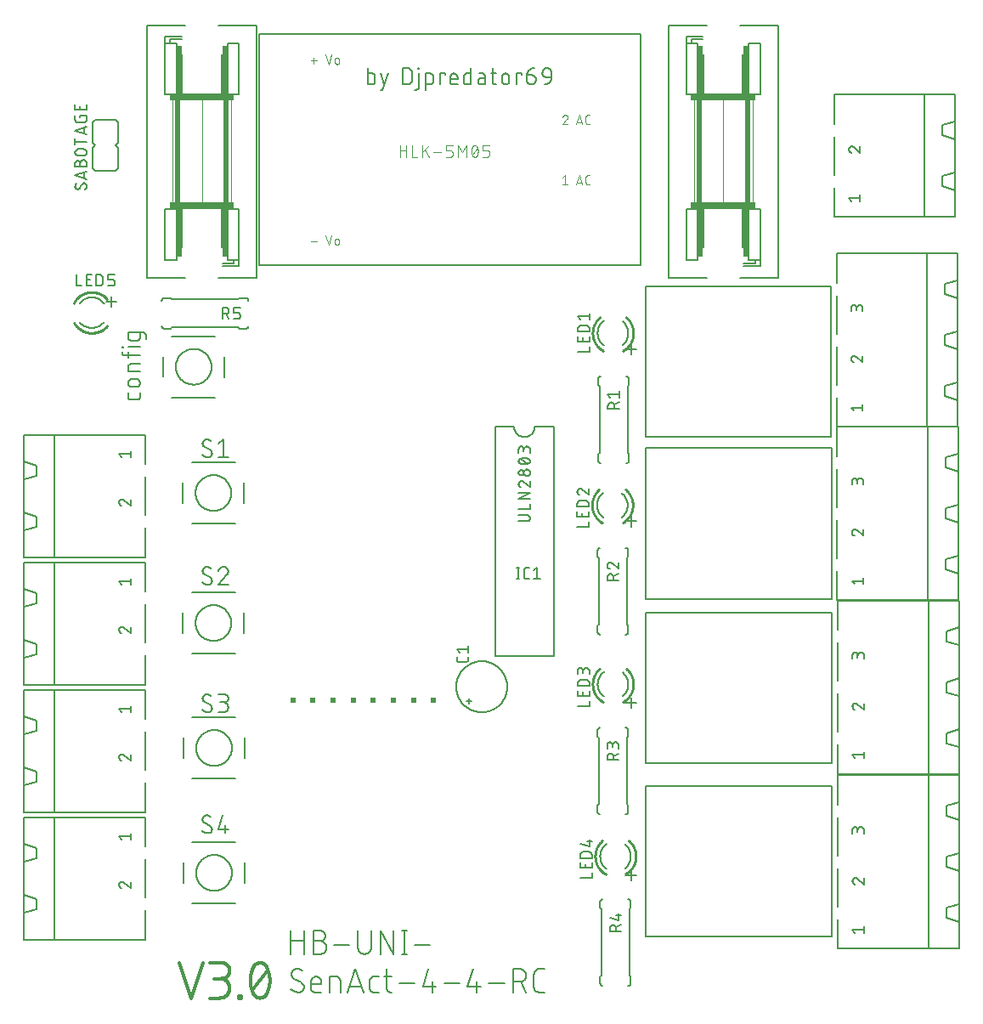
<source format=gbr>
G04 EAGLE Gerber RS-274X export*
G75*
%MOMM*%
%FSLAX34Y34*%
%LPD*%
%INSilkscreen Top*%
%IPPOS*%
%AMOC8*
5,1,8,0,0,1.08239X$1,22.5*%
G01*
%ADD10C,0.152400*%
%ADD11C,0.203200*%
%ADD12C,0.304800*%
%ADD13C,0.127000*%
%ADD14C,0.050800*%
%ADD15R,1.143000X0.635000*%
%ADD16R,4.064000X0.635000*%
%ADD17R,0.508000X10.160000*%
%ADD18R,0.127000X3.937000*%
%ADD19R,0.508000X4.826000*%
%ADD20C,0.254000*%
%ADD21R,0.508000X0.508000*%
%ADD22C,0.101600*%
%ADD23C,0.076200*%


D10*
X305562Y947293D02*
X305562Y931037D01*
X310078Y931037D01*
X310182Y931039D01*
X310285Y931045D01*
X310389Y931055D01*
X310492Y931069D01*
X310594Y931087D01*
X310695Y931108D01*
X310796Y931134D01*
X310895Y931163D01*
X310994Y931196D01*
X311091Y931233D01*
X311186Y931274D01*
X311280Y931318D01*
X311372Y931366D01*
X311462Y931417D01*
X311551Y931472D01*
X311637Y931530D01*
X311720Y931592D01*
X311802Y931656D01*
X311880Y931724D01*
X311956Y931794D01*
X312030Y931867D01*
X312100Y931944D01*
X312168Y932022D01*
X312232Y932104D01*
X312294Y932187D01*
X312352Y932273D01*
X312407Y932362D01*
X312458Y932452D01*
X312506Y932544D01*
X312550Y932638D01*
X312591Y932733D01*
X312628Y932830D01*
X312661Y932929D01*
X312690Y933028D01*
X312716Y933129D01*
X312737Y933230D01*
X312755Y933332D01*
X312769Y933435D01*
X312779Y933539D01*
X312785Y933642D01*
X312787Y933746D01*
X312787Y939165D01*
X312785Y939266D01*
X312779Y939367D01*
X312770Y939468D01*
X312757Y939569D01*
X312740Y939669D01*
X312719Y939768D01*
X312695Y939866D01*
X312667Y939963D01*
X312635Y940060D01*
X312600Y940155D01*
X312561Y940248D01*
X312519Y940340D01*
X312473Y940431D01*
X312424Y940520D01*
X312372Y940606D01*
X312316Y940691D01*
X312258Y940774D01*
X312196Y940854D01*
X312131Y940932D01*
X312064Y941008D01*
X311994Y941081D01*
X311921Y941151D01*
X311845Y941218D01*
X311767Y941283D01*
X311687Y941345D01*
X311604Y941403D01*
X311519Y941459D01*
X311433Y941511D01*
X311344Y941560D01*
X311253Y941606D01*
X311161Y941648D01*
X311068Y941687D01*
X310973Y941722D01*
X310876Y941754D01*
X310779Y941782D01*
X310681Y941806D01*
X310582Y941827D01*
X310482Y941844D01*
X310381Y941857D01*
X310280Y941866D01*
X310179Y941872D01*
X310078Y941874D01*
X305562Y941874D01*
X318515Y925618D02*
X320321Y925618D01*
X325740Y941874D01*
X318515Y941874D02*
X322127Y931037D01*
X340537Y931037D02*
X340537Y947293D01*
X345053Y947293D01*
X345184Y947291D01*
X345316Y947285D01*
X345447Y947276D01*
X345577Y947262D01*
X345708Y947245D01*
X345837Y947224D01*
X345966Y947200D01*
X346094Y947171D01*
X346222Y947139D01*
X346348Y947103D01*
X346473Y947064D01*
X346598Y947021D01*
X346720Y946974D01*
X346842Y946924D01*
X346962Y946870D01*
X347080Y946813D01*
X347196Y946752D01*
X347311Y946688D01*
X347424Y946621D01*
X347535Y946550D01*
X347643Y946476D01*
X347750Y946399D01*
X347854Y946319D01*
X347956Y946236D01*
X348055Y946151D01*
X348152Y946062D01*
X348246Y945970D01*
X348338Y945876D01*
X348427Y945779D01*
X348512Y945680D01*
X348595Y945578D01*
X348675Y945474D01*
X348752Y945367D01*
X348826Y945259D01*
X348897Y945148D01*
X348964Y945035D01*
X349028Y944920D01*
X349089Y944804D01*
X349146Y944686D01*
X349200Y944566D01*
X349250Y944444D01*
X349297Y944322D01*
X349340Y944197D01*
X349379Y944072D01*
X349415Y943946D01*
X349447Y943818D01*
X349476Y943690D01*
X349500Y943561D01*
X349521Y943432D01*
X349538Y943301D01*
X349552Y943171D01*
X349561Y943040D01*
X349567Y942908D01*
X349569Y942777D01*
X349568Y942777D02*
X349568Y935553D01*
X349569Y935553D02*
X349567Y935422D01*
X349561Y935290D01*
X349552Y935159D01*
X349538Y935029D01*
X349521Y934898D01*
X349500Y934769D01*
X349476Y934640D01*
X349447Y934512D01*
X349415Y934384D01*
X349379Y934258D01*
X349340Y934133D01*
X349297Y934008D01*
X349250Y933886D01*
X349200Y933764D01*
X349146Y933644D01*
X349089Y933526D01*
X349028Y933410D01*
X348964Y933295D01*
X348897Y933182D01*
X348826Y933071D01*
X348752Y932963D01*
X348675Y932856D01*
X348595Y932752D01*
X348512Y932650D01*
X348427Y932551D01*
X348338Y932454D01*
X348246Y932360D01*
X348152Y932268D01*
X348055Y932179D01*
X347956Y932094D01*
X347854Y932011D01*
X347750Y931931D01*
X347643Y931854D01*
X347535Y931780D01*
X347424Y931709D01*
X347311Y931642D01*
X347196Y931578D01*
X347080Y931517D01*
X346962Y931460D01*
X346842Y931406D01*
X346720Y931356D01*
X346598Y931309D01*
X346473Y931266D01*
X346348Y931227D01*
X346222Y931191D01*
X346094Y931159D01*
X345966Y931130D01*
X345837Y931106D01*
X345707Y931085D01*
X345577Y931068D01*
X345447Y931054D01*
X345316Y931045D01*
X345184Y931039D01*
X345053Y931037D01*
X340537Y931037D01*
X356273Y928328D02*
X356273Y941874D01*
X356272Y928328D02*
X356270Y928224D01*
X356264Y928121D01*
X356254Y928017D01*
X356240Y927914D01*
X356222Y927812D01*
X356201Y927711D01*
X356175Y927610D01*
X356146Y927511D01*
X356113Y927412D01*
X356076Y927315D01*
X356035Y927220D01*
X355991Y927126D01*
X355943Y927034D01*
X355892Y926944D01*
X355837Y926855D01*
X355779Y926769D01*
X355717Y926686D01*
X355653Y926604D01*
X355585Y926526D01*
X355515Y926450D01*
X355442Y926376D01*
X355365Y926306D01*
X355287Y926238D01*
X355205Y926174D01*
X355122Y926112D01*
X355036Y926054D01*
X354947Y925999D01*
X354857Y925948D01*
X354765Y925900D01*
X354671Y925856D01*
X354576Y925815D01*
X354479Y925778D01*
X354380Y925745D01*
X354281Y925716D01*
X354180Y925690D01*
X354079Y925669D01*
X353977Y925651D01*
X353874Y925637D01*
X353770Y925627D01*
X353667Y925621D01*
X353563Y925619D01*
X353563Y925618D02*
X352660Y925618D01*
X355821Y946390D02*
X355821Y947293D01*
X356724Y947293D01*
X356724Y946390D01*
X355821Y946390D01*
X363398Y941874D02*
X363398Y925618D01*
X363398Y941874D02*
X367913Y941874D01*
X368017Y941872D01*
X368120Y941866D01*
X368224Y941856D01*
X368327Y941842D01*
X368429Y941824D01*
X368530Y941803D01*
X368631Y941777D01*
X368730Y941748D01*
X368829Y941715D01*
X368926Y941678D01*
X369021Y941637D01*
X369115Y941593D01*
X369207Y941545D01*
X369297Y941494D01*
X369386Y941439D01*
X369472Y941381D01*
X369555Y941319D01*
X369637Y941255D01*
X369715Y941187D01*
X369791Y941117D01*
X369865Y941044D01*
X369935Y940967D01*
X370003Y940889D01*
X370067Y940807D01*
X370129Y940724D01*
X370187Y940638D01*
X370242Y940549D01*
X370293Y940459D01*
X370341Y940367D01*
X370385Y940273D01*
X370426Y940178D01*
X370463Y940081D01*
X370496Y939982D01*
X370525Y939883D01*
X370551Y939782D01*
X370572Y939681D01*
X370590Y939579D01*
X370604Y939476D01*
X370614Y939372D01*
X370620Y939269D01*
X370622Y939165D01*
X370622Y933746D01*
X370620Y933645D01*
X370614Y933544D01*
X370605Y933443D01*
X370592Y933342D01*
X370575Y933242D01*
X370554Y933143D01*
X370530Y933045D01*
X370502Y932948D01*
X370470Y932851D01*
X370435Y932756D01*
X370396Y932663D01*
X370354Y932571D01*
X370308Y932480D01*
X370259Y932392D01*
X370207Y932305D01*
X370151Y932220D01*
X370093Y932137D01*
X370031Y932057D01*
X369966Y931979D01*
X369899Y931903D01*
X369829Y931830D01*
X369756Y931760D01*
X369680Y931693D01*
X369602Y931628D01*
X369522Y931566D01*
X369439Y931508D01*
X369354Y931452D01*
X369268Y931400D01*
X369179Y931351D01*
X369088Y931305D01*
X368996Y931263D01*
X368903Y931224D01*
X368808Y931189D01*
X368711Y931157D01*
X368614Y931129D01*
X368516Y931105D01*
X368417Y931084D01*
X368317Y931067D01*
X368216Y931054D01*
X368115Y931045D01*
X368014Y931039D01*
X367913Y931037D01*
X363398Y931037D01*
X377477Y931037D02*
X377477Y941874D01*
X382896Y941874D01*
X382896Y940068D01*
X390522Y931037D02*
X395038Y931037D01*
X390522Y931037D02*
X390421Y931039D01*
X390320Y931045D01*
X390219Y931054D01*
X390118Y931067D01*
X390018Y931084D01*
X389919Y931105D01*
X389821Y931129D01*
X389724Y931157D01*
X389627Y931189D01*
X389532Y931224D01*
X389439Y931263D01*
X389347Y931305D01*
X389256Y931351D01*
X389168Y931400D01*
X389081Y931452D01*
X388996Y931508D01*
X388913Y931566D01*
X388833Y931628D01*
X388755Y931693D01*
X388679Y931760D01*
X388606Y931830D01*
X388536Y931903D01*
X388469Y931979D01*
X388404Y932057D01*
X388342Y932137D01*
X388284Y932220D01*
X388228Y932305D01*
X388176Y932392D01*
X388127Y932480D01*
X388081Y932571D01*
X388039Y932663D01*
X388000Y932756D01*
X387965Y932851D01*
X387933Y932948D01*
X387905Y933045D01*
X387881Y933143D01*
X387860Y933242D01*
X387843Y933342D01*
X387830Y933443D01*
X387821Y933544D01*
X387815Y933645D01*
X387813Y933746D01*
X387813Y938262D01*
X387814Y938262D02*
X387816Y938381D01*
X387822Y938501D01*
X387832Y938620D01*
X387846Y938738D01*
X387863Y938857D01*
X387885Y938974D01*
X387910Y939091D01*
X387940Y939206D01*
X387973Y939321D01*
X388010Y939435D01*
X388050Y939547D01*
X388095Y939658D01*
X388143Y939767D01*
X388194Y939875D01*
X388249Y939981D01*
X388308Y940085D01*
X388370Y940187D01*
X388435Y940287D01*
X388504Y940385D01*
X388576Y940481D01*
X388651Y940574D01*
X388728Y940664D01*
X388809Y940752D01*
X388893Y940837D01*
X388980Y940919D01*
X389069Y940999D01*
X389161Y941075D01*
X389255Y941149D01*
X389352Y941219D01*
X389450Y941286D01*
X389551Y941350D01*
X389655Y941410D01*
X389760Y941467D01*
X389867Y941520D01*
X389975Y941570D01*
X390085Y941616D01*
X390197Y941658D01*
X390310Y941697D01*
X390424Y941732D01*
X390539Y941763D01*
X390656Y941791D01*
X390773Y941814D01*
X390890Y941834D01*
X391009Y941850D01*
X391128Y941862D01*
X391247Y941870D01*
X391366Y941874D01*
X391486Y941874D01*
X391605Y941870D01*
X391724Y941862D01*
X391843Y941850D01*
X391962Y941834D01*
X392079Y941814D01*
X392196Y941791D01*
X392313Y941763D01*
X392428Y941732D01*
X392542Y941697D01*
X392655Y941658D01*
X392767Y941616D01*
X392877Y941570D01*
X392985Y941520D01*
X393092Y941467D01*
X393197Y941410D01*
X393301Y941350D01*
X393402Y941286D01*
X393500Y941219D01*
X393597Y941149D01*
X393691Y941075D01*
X393783Y940999D01*
X393872Y940919D01*
X393959Y940837D01*
X394043Y940752D01*
X394124Y940664D01*
X394201Y940574D01*
X394276Y940481D01*
X394348Y940385D01*
X394417Y940287D01*
X394482Y940187D01*
X394544Y940085D01*
X394603Y939981D01*
X394658Y939875D01*
X394709Y939767D01*
X394757Y939658D01*
X394802Y939547D01*
X394842Y939435D01*
X394879Y939321D01*
X394912Y939206D01*
X394942Y939091D01*
X394967Y938974D01*
X394989Y938857D01*
X395006Y938738D01*
X395020Y938620D01*
X395030Y938501D01*
X395036Y938381D01*
X395038Y938262D01*
X395038Y936456D01*
X387813Y936456D01*
X408512Y931037D02*
X408512Y947293D01*
X408512Y931037D02*
X403996Y931037D01*
X403895Y931039D01*
X403794Y931045D01*
X403693Y931054D01*
X403592Y931067D01*
X403492Y931084D01*
X403393Y931105D01*
X403295Y931129D01*
X403198Y931157D01*
X403101Y931189D01*
X403006Y931224D01*
X402913Y931263D01*
X402821Y931305D01*
X402730Y931351D01*
X402642Y931400D01*
X402555Y931452D01*
X402470Y931508D01*
X402387Y931566D01*
X402307Y931628D01*
X402229Y931693D01*
X402153Y931760D01*
X402080Y931830D01*
X402010Y931903D01*
X401943Y931979D01*
X401878Y932057D01*
X401816Y932137D01*
X401758Y932220D01*
X401702Y932305D01*
X401650Y932392D01*
X401601Y932480D01*
X401555Y932571D01*
X401513Y932663D01*
X401474Y932756D01*
X401439Y932851D01*
X401407Y932948D01*
X401379Y933045D01*
X401355Y933143D01*
X401334Y933242D01*
X401317Y933342D01*
X401304Y933443D01*
X401295Y933544D01*
X401289Y933645D01*
X401287Y933746D01*
X401287Y939165D01*
X401289Y939266D01*
X401295Y939367D01*
X401304Y939468D01*
X401317Y939569D01*
X401334Y939669D01*
X401355Y939768D01*
X401379Y939866D01*
X401407Y939963D01*
X401439Y940060D01*
X401474Y940155D01*
X401513Y940248D01*
X401555Y940340D01*
X401601Y940431D01*
X401650Y940520D01*
X401702Y940606D01*
X401758Y940691D01*
X401816Y940774D01*
X401878Y940854D01*
X401943Y940932D01*
X402010Y941008D01*
X402080Y941081D01*
X402153Y941151D01*
X402229Y941218D01*
X402307Y941283D01*
X402387Y941345D01*
X402470Y941403D01*
X402555Y941459D01*
X402642Y941511D01*
X402730Y941560D01*
X402821Y941606D01*
X402913Y941648D01*
X403006Y941687D01*
X403101Y941722D01*
X403198Y941754D01*
X403295Y941782D01*
X403393Y941806D01*
X403492Y941827D01*
X403592Y941844D01*
X403693Y941857D01*
X403794Y941866D01*
X403895Y941872D01*
X403996Y941874D01*
X408512Y941874D01*
X418516Y937359D02*
X422580Y937359D01*
X418516Y937359D02*
X418404Y937357D01*
X418293Y937351D01*
X418182Y937341D01*
X418071Y937328D01*
X417961Y937310D01*
X417852Y937288D01*
X417743Y937263D01*
X417635Y937234D01*
X417529Y937201D01*
X417423Y937164D01*
X417319Y937124D01*
X417217Y937080D01*
X417116Y937032D01*
X417017Y936981D01*
X416919Y936926D01*
X416824Y936868D01*
X416731Y936807D01*
X416640Y936742D01*
X416551Y936674D01*
X416465Y936603D01*
X416382Y936530D01*
X416301Y936453D01*
X416222Y936373D01*
X416147Y936291D01*
X416075Y936206D01*
X416005Y936119D01*
X415939Y936029D01*
X415876Y935937D01*
X415816Y935842D01*
X415760Y935746D01*
X415707Y935648D01*
X415658Y935548D01*
X415612Y935446D01*
X415570Y935343D01*
X415531Y935238D01*
X415496Y935132D01*
X415465Y935025D01*
X415438Y934917D01*
X415414Y934808D01*
X415395Y934698D01*
X415379Y934588D01*
X415367Y934477D01*
X415359Y934365D01*
X415355Y934254D01*
X415355Y934142D01*
X415359Y934031D01*
X415367Y933919D01*
X415379Y933808D01*
X415395Y933698D01*
X415414Y933588D01*
X415438Y933479D01*
X415465Y933371D01*
X415496Y933264D01*
X415531Y933158D01*
X415570Y933053D01*
X415612Y932950D01*
X415658Y932848D01*
X415707Y932748D01*
X415760Y932650D01*
X415816Y932554D01*
X415876Y932459D01*
X415939Y932367D01*
X416005Y932277D01*
X416075Y932190D01*
X416147Y932105D01*
X416222Y932023D01*
X416301Y931943D01*
X416382Y931866D01*
X416465Y931793D01*
X416551Y931722D01*
X416640Y931654D01*
X416731Y931589D01*
X416824Y931528D01*
X416919Y931470D01*
X417017Y931415D01*
X417116Y931364D01*
X417217Y931316D01*
X417319Y931272D01*
X417423Y931232D01*
X417529Y931195D01*
X417635Y931162D01*
X417743Y931133D01*
X417852Y931108D01*
X417961Y931086D01*
X418071Y931068D01*
X418182Y931055D01*
X418293Y931045D01*
X418404Y931039D01*
X418516Y931037D01*
X422580Y931037D01*
X422580Y939165D01*
X422578Y939266D01*
X422572Y939367D01*
X422563Y939468D01*
X422550Y939569D01*
X422533Y939669D01*
X422512Y939768D01*
X422488Y939866D01*
X422460Y939963D01*
X422428Y940060D01*
X422393Y940155D01*
X422354Y940248D01*
X422312Y940340D01*
X422266Y940431D01*
X422217Y940520D01*
X422165Y940606D01*
X422109Y940691D01*
X422051Y940774D01*
X421989Y940854D01*
X421924Y940932D01*
X421857Y941008D01*
X421787Y941081D01*
X421714Y941151D01*
X421638Y941218D01*
X421560Y941283D01*
X421480Y941345D01*
X421397Y941403D01*
X421312Y941459D01*
X421226Y941511D01*
X421137Y941560D01*
X421046Y941606D01*
X420954Y941648D01*
X420861Y941687D01*
X420766Y941722D01*
X420669Y941754D01*
X420572Y941782D01*
X420474Y941806D01*
X420375Y941827D01*
X420275Y941844D01*
X420174Y941857D01*
X420073Y941866D01*
X419972Y941872D01*
X419871Y941874D01*
X416258Y941874D01*
X428199Y941874D02*
X433618Y941874D01*
X430005Y947293D02*
X430005Y933746D01*
X430006Y933746D02*
X430008Y933645D01*
X430014Y933544D01*
X430023Y933443D01*
X430036Y933342D01*
X430053Y933242D01*
X430074Y933143D01*
X430098Y933045D01*
X430126Y932948D01*
X430158Y932851D01*
X430193Y932756D01*
X430232Y932663D01*
X430274Y932571D01*
X430320Y932480D01*
X430369Y932392D01*
X430421Y932305D01*
X430477Y932220D01*
X430535Y932137D01*
X430597Y932057D01*
X430662Y931979D01*
X430729Y931903D01*
X430799Y931830D01*
X430872Y931760D01*
X430948Y931693D01*
X431026Y931628D01*
X431106Y931566D01*
X431189Y931508D01*
X431274Y931452D01*
X431361Y931400D01*
X431449Y931351D01*
X431540Y931305D01*
X431632Y931263D01*
X431725Y931224D01*
X431820Y931189D01*
X431917Y931157D01*
X432014Y931129D01*
X432112Y931105D01*
X432211Y931084D01*
X432311Y931067D01*
X432412Y931054D01*
X432513Y931045D01*
X432614Y931039D01*
X432715Y931037D01*
X433618Y931037D01*
X439396Y934649D02*
X439396Y938262D01*
X439397Y938262D02*
X439399Y938381D01*
X439405Y938501D01*
X439415Y938620D01*
X439429Y938738D01*
X439446Y938857D01*
X439468Y938974D01*
X439493Y939091D01*
X439523Y939206D01*
X439556Y939321D01*
X439593Y939435D01*
X439633Y939547D01*
X439678Y939658D01*
X439726Y939767D01*
X439777Y939875D01*
X439832Y939981D01*
X439891Y940085D01*
X439953Y940187D01*
X440018Y940287D01*
X440087Y940385D01*
X440159Y940481D01*
X440234Y940574D01*
X440311Y940664D01*
X440392Y940752D01*
X440476Y940837D01*
X440563Y940919D01*
X440652Y940999D01*
X440744Y941075D01*
X440838Y941149D01*
X440935Y941219D01*
X441033Y941286D01*
X441134Y941350D01*
X441238Y941410D01*
X441343Y941467D01*
X441450Y941520D01*
X441558Y941570D01*
X441668Y941616D01*
X441780Y941658D01*
X441893Y941697D01*
X442007Y941732D01*
X442122Y941763D01*
X442239Y941791D01*
X442356Y941814D01*
X442473Y941834D01*
X442592Y941850D01*
X442711Y941862D01*
X442830Y941870D01*
X442949Y941874D01*
X443069Y941874D01*
X443188Y941870D01*
X443307Y941862D01*
X443426Y941850D01*
X443545Y941834D01*
X443662Y941814D01*
X443779Y941791D01*
X443896Y941763D01*
X444011Y941732D01*
X444125Y941697D01*
X444238Y941658D01*
X444350Y941616D01*
X444460Y941570D01*
X444568Y941520D01*
X444675Y941467D01*
X444780Y941410D01*
X444884Y941350D01*
X444985Y941286D01*
X445083Y941219D01*
X445180Y941149D01*
X445274Y941075D01*
X445366Y940999D01*
X445455Y940919D01*
X445542Y940837D01*
X445626Y940752D01*
X445707Y940664D01*
X445784Y940574D01*
X445859Y940481D01*
X445931Y940385D01*
X446000Y940287D01*
X446065Y940187D01*
X446127Y940085D01*
X446186Y939981D01*
X446241Y939875D01*
X446292Y939767D01*
X446340Y939658D01*
X446385Y939547D01*
X446425Y939435D01*
X446462Y939321D01*
X446495Y939206D01*
X446525Y939091D01*
X446550Y938974D01*
X446572Y938857D01*
X446589Y938738D01*
X446603Y938620D01*
X446613Y938501D01*
X446619Y938381D01*
X446621Y938262D01*
X446621Y934649D01*
X446619Y934530D01*
X446613Y934410D01*
X446603Y934291D01*
X446589Y934173D01*
X446572Y934054D01*
X446550Y933937D01*
X446525Y933820D01*
X446495Y933705D01*
X446462Y933590D01*
X446425Y933476D01*
X446385Y933364D01*
X446340Y933253D01*
X446292Y933144D01*
X446241Y933036D01*
X446186Y932930D01*
X446127Y932826D01*
X446065Y932724D01*
X446000Y932624D01*
X445931Y932526D01*
X445859Y932430D01*
X445784Y932337D01*
X445707Y932247D01*
X445626Y932159D01*
X445542Y932074D01*
X445455Y931992D01*
X445366Y931912D01*
X445274Y931836D01*
X445180Y931762D01*
X445083Y931692D01*
X444985Y931625D01*
X444884Y931561D01*
X444780Y931501D01*
X444675Y931444D01*
X444568Y931391D01*
X444460Y931341D01*
X444350Y931295D01*
X444238Y931253D01*
X444125Y931214D01*
X444011Y931179D01*
X443896Y931148D01*
X443779Y931120D01*
X443662Y931097D01*
X443545Y931077D01*
X443426Y931061D01*
X443307Y931049D01*
X443188Y931041D01*
X443069Y931037D01*
X442949Y931037D01*
X442830Y931041D01*
X442711Y931049D01*
X442592Y931061D01*
X442473Y931077D01*
X442356Y931097D01*
X442239Y931120D01*
X442122Y931148D01*
X442007Y931179D01*
X441893Y931214D01*
X441780Y931253D01*
X441668Y931295D01*
X441558Y931341D01*
X441450Y931391D01*
X441343Y931444D01*
X441238Y931501D01*
X441134Y931561D01*
X441033Y931625D01*
X440935Y931692D01*
X440838Y931762D01*
X440744Y931836D01*
X440652Y931912D01*
X440563Y931992D01*
X440476Y932074D01*
X440392Y932159D01*
X440311Y932247D01*
X440234Y932337D01*
X440159Y932430D01*
X440087Y932526D01*
X440018Y932624D01*
X439953Y932724D01*
X439891Y932826D01*
X439832Y932930D01*
X439777Y933036D01*
X439726Y933144D01*
X439678Y933253D01*
X439633Y933364D01*
X439593Y933476D01*
X439556Y933590D01*
X439523Y933705D01*
X439493Y933820D01*
X439468Y933937D01*
X439446Y934054D01*
X439429Y934173D01*
X439415Y934291D01*
X439405Y934410D01*
X439399Y934530D01*
X439397Y934649D01*
X453549Y931037D02*
X453549Y941874D01*
X458968Y941874D01*
X458968Y940068D01*
X464024Y940068D02*
X469443Y940068D01*
X469561Y940066D01*
X469679Y940060D01*
X469797Y940051D01*
X469914Y940037D01*
X470031Y940020D01*
X470148Y939999D01*
X470263Y939974D01*
X470378Y939945D01*
X470492Y939912D01*
X470604Y939876D01*
X470715Y939836D01*
X470825Y939793D01*
X470934Y939746D01*
X471041Y939696D01*
X471146Y939641D01*
X471249Y939584D01*
X471350Y939523D01*
X471450Y939459D01*
X471547Y939392D01*
X471642Y939322D01*
X471734Y939248D01*
X471825Y939172D01*
X471912Y939092D01*
X471997Y939010D01*
X472079Y938925D01*
X472159Y938838D01*
X472235Y938747D01*
X472309Y938655D01*
X472379Y938560D01*
X472446Y938463D01*
X472510Y938363D01*
X472571Y938262D01*
X472628Y938159D01*
X472683Y938054D01*
X472733Y937947D01*
X472780Y937838D01*
X472823Y937728D01*
X472863Y937617D01*
X472899Y937505D01*
X472932Y937391D01*
X472961Y937276D01*
X472986Y937161D01*
X473007Y937044D01*
X473024Y936927D01*
X473038Y936810D01*
X473047Y936692D01*
X473053Y936574D01*
X473055Y936456D01*
X473055Y935553D01*
X473056Y935553D02*
X473054Y935420D01*
X473048Y935288D01*
X473038Y935156D01*
X473025Y935024D01*
X473007Y934892D01*
X472986Y934762D01*
X472961Y934631D01*
X472932Y934502D01*
X472899Y934374D01*
X472863Y934246D01*
X472823Y934120D01*
X472779Y933995D01*
X472731Y933871D01*
X472680Y933749D01*
X472625Y933628D01*
X472567Y933509D01*
X472505Y933391D01*
X472440Y933276D01*
X472371Y933162D01*
X472300Y933051D01*
X472224Y932942D01*
X472146Y932835D01*
X472065Y932730D01*
X471980Y932628D01*
X471893Y932528D01*
X471803Y932431D01*
X471710Y932336D01*
X471614Y932245D01*
X471516Y932156D01*
X471415Y932070D01*
X471311Y931987D01*
X471205Y931907D01*
X471097Y931831D01*
X470987Y931757D01*
X470874Y931687D01*
X470760Y931620D01*
X470643Y931557D01*
X470525Y931497D01*
X470405Y931440D01*
X470283Y931387D01*
X470160Y931338D01*
X470036Y931292D01*
X469910Y931250D01*
X469783Y931212D01*
X469655Y931177D01*
X469526Y931146D01*
X469397Y931119D01*
X469266Y931096D01*
X469135Y931076D01*
X469003Y931061D01*
X468871Y931049D01*
X468739Y931041D01*
X468606Y931037D01*
X468474Y931037D01*
X468341Y931041D01*
X468209Y931049D01*
X468077Y931061D01*
X467945Y931076D01*
X467814Y931096D01*
X467683Y931119D01*
X467554Y931146D01*
X467425Y931177D01*
X467297Y931212D01*
X467170Y931250D01*
X467044Y931292D01*
X466920Y931338D01*
X466797Y931387D01*
X466675Y931440D01*
X466555Y931497D01*
X466437Y931557D01*
X466320Y931620D01*
X466206Y931687D01*
X466093Y931757D01*
X465983Y931831D01*
X465875Y931907D01*
X465769Y931987D01*
X465665Y932070D01*
X465564Y932156D01*
X465466Y932245D01*
X465370Y932336D01*
X465277Y932431D01*
X465187Y932528D01*
X465100Y932628D01*
X465015Y932730D01*
X464934Y932835D01*
X464856Y932942D01*
X464780Y933051D01*
X464709Y933162D01*
X464640Y933276D01*
X464575Y933391D01*
X464513Y933509D01*
X464455Y933628D01*
X464400Y933749D01*
X464349Y933871D01*
X464301Y933995D01*
X464257Y934120D01*
X464217Y934246D01*
X464181Y934374D01*
X464148Y934502D01*
X464119Y934631D01*
X464094Y934762D01*
X464073Y934892D01*
X464055Y935024D01*
X464042Y935156D01*
X464032Y935288D01*
X464026Y935420D01*
X464024Y935553D01*
X464024Y940068D01*
X464026Y940245D01*
X464033Y940423D01*
X464044Y940600D01*
X464059Y940776D01*
X464078Y940952D01*
X464102Y941128D01*
X464130Y941303D01*
X464163Y941478D01*
X464200Y941651D01*
X464241Y941824D01*
X464286Y941995D01*
X464335Y942165D01*
X464389Y942334D01*
X464446Y942502D01*
X464508Y942668D01*
X464574Y942833D01*
X464644Y942996D01*
X464718Y943157D01*
X464795Y943316D01*
X464877Y943474D01*
X464963Y943629D01*
X465052Y943782D01*
X465145Y943933D01*
X465242Y944082D01*
X465342Y944228D01*
X465446Y944372D01*
X465553Y944513D01*
X465664Y944651D01*
X465778Y944787D01*
X465896Y944920D01*
X466016Y945050D01*
X466140Y945177D01*
X466267Y945301D01*
X466397Y945421D01*
X466530Y945539D01*
X466665Y945653D01*
X466804Y945764D01*
X466945Y945871D01*
X467089Y945975D01*
X467235Y946075D01*
X467384Y946172D01*
X467535Y946265D01*
X467688Y946354D01*
X467843Y946440D01*
X468001Y946522D01*
X468160Y946599D01*
X468321Y946673D01*
X468484Y946743D01*
X468649Y946809D01*
X468815Y946871D01*
X468983Y946928D01*
X469152Y946982D01*
X469322Y947031D01*
X469493Y947076D01*
X469666Y947117D01*
X469839Y947154D01*
X470014Y947187D01*
X470189Y947215D01*
X470365Y947239D01*
X470541Y947258D01*
X470717Y947273D01*
X470894Y947284D01*
X471072Y947291D01*
X471249Y947293D01*
X483268Y938262D02*
X488686Y938262D01*
X483268Y938262D02*
X483150Y938264D01*
X483032Y938270D01*
X482914Y938279D01*
X482797Y938293D01*
X482680Y938310D01*
X482563Y938331D01*
X482448Y938356D01*
X482333Y938385D01*
X482219Y938418D01*
X482107Y938454D01*
X481996Y938494D01*
X481886Y938537D01*
X481777Y938584D01*
X481670Y938634D01*
X481565Y938689D01*
X481462Y938746D01*
X481361Y938807D01*
X481261Y938871D01*
X481164Y938938D01*
X481069Y939008D01*
X480977Y939082D01*
X480886Y939158D01*
X480799Y939238D01*
X480714Y939320D01*
X480632Y939405D01*
X480552Y939492D01*
X480476Y939583D01*
X480402Y939675D01*
X480332Y939770D01*
X480265Y939867D01*
X480201Y939967D01*
X480140Y940068D01*
X480083Y940171D01*
X480028Y940276D01*
X479978Y940383D01*
X479931Y940492D01*
X479888Y940602D01*
X479848Y940713D01*
X479812Y940825D01*
X479779Y940939D01*
X479750Y941054D01*
X479725Y941169D01*
X479704Y941286D01*
X479687Y941403D01*
X479673Y941520D01*
X479664Y941638D01*
X479658Y941756D01*
X479656Y941874D01*
X479655Y941874D02*
X479655Y942777D01*
X479657Y942910D01*
X479663Y943042D01*
X479673Y943174D01*
X479686Y943306D01*
X479704Y943438D01*
X479725Y943568D01*
X479750Y943699D01*
X479779Y943828D01*
X479812Y943956D01*
X479848Y944084D01*
X479888Y944210D01*
X479932Y944335D01*
X479980Y944459D01*
X480031Y944581D01*
X480086Y944702D01*
X480144Y944821D01*
X480206Y944939D01*
X480271Y945054D01*
X480340Y945168D01*
X480411Y945279D01*
X480487Y945388D01*
X480565Y945495D01*
X480646Y945600D01*
X480731Y945702D01*
X480818Y945802D01*
X480908Y945899D01*
X481001Y945994D01*
X481097Y946085D01*
X481195Y946174D01*
X481296Y946260D01*
X481400Y946343D01*
X481506Y946423D01*
X481614Y946499D01*
X481724Y946573D01*
X481837Y946643D01*
X481951Y946710D01*
X482068Y946773D01*
X482186Y946833D01*
X482306Y946890D01*
X482428Y946943D01*
X482551Y946992D01*
X482675Y947038D01*
X482801Y947080D01*
X482928Y947118D01*
X483056Y947153D01*
X483185Y947184D01*
X483314Y947211D01*
X483445Y947234D01*
X483576Y947254D01*
X483708Y947269D01*
X483840Y947281D01*
X483972Y947289D01*
X484105Y947293D01*
X484237Y947293D01*
X484370Y947289D01*
X484502Y947281D01*
X484634Y947269D01*
X484766Y947254D01*
X484897Y947234D01*
X485028Y947211D01*
X485157Y947184D01*
X485286Y947153D01*
X485414Y947118D01*
X485541Y947080D01*
X485667Y947038D01*
X485791Y946992D01*
X485914Y946943D01*
X486036Y946890D01*
X486156Y946833D01*
X486274Y946773D01*
X486391Y946710D01*
X486505Y946643D01*
X486618Y946573D01*
X486728Y946499D01*
X486836Y946423D01*
X486942Y946343D01*
X487046Y946260D01*
X487147Y946174D01*
X487245Y946085D01*
X487341Y945994D01*
X487434Y945899D01*
X487524Y945802D01*
X487611Y945702D01*
X487696Y945600D01*
X487777Y945495D01*
X487855Y945388D01*
X487931Y945279D01*
X488002Y945168D01*
X488071Y945054D01*
X488136Y944939D01*
X488198Y944821D01*
X488256Y944702D01*
X488311Y944581D01*
X488362Y944459D01*
X488410Y944335D01*
X488454Y944210D01*
X488494Y944084D01*
X488530Y943956D01*
X488563Y943828D01*
X488592Y943699D01*
X488617Y943568D01*
X488638Y943438D01*
X488656Y943306D01*
X488669Y943174D01*
X488679Y943042D01*
X488685Y942910D01*
X488687Y942777D01*
X488686Y942777D02*
X488686Y938262D01*
X488684Y938087D01*
X488678Y937913D01*
X488667Y937739D01*
X488652Y937565D01*
X488633Y937391D01*
X488610Y937218D01*
X488583Y937046D01*
X488551Y936874D01*
X488516Y936703D01*
X488476Y936533D01*
X488432Y936364D01*
X488384Y936196D01*
X488332Y936029D01*
X488276Y935864D01*
X488216Y935700D01*
X488153Y935537D01*
X488085Y935377D01*
X488013Y935217D01*
X487938Y935060D01*
X487858Y934904D01*
X487775Y934751D01*
X487689Y934599D01*
X487598Y934450D01*
X487504Y934303D01*
X487407Y934158D01*
X487306Y934015D01*
X487202Y933875D01*
X487094Y933738D01*
X486983Y933603D01*
X486869Y933471D01*
X486752Y933342D01*
X486631Y933215D01*
X486508Y933092D01*
X486381Y932971D01*
X486252Y932854D01*
X486120Y932740D01*
X485985Y932629D01*
X485848Y932521D01*
X485708Y932417D01*
X485565Y932316D01*
X485420Y932219D01*
X485273Y932125D01*
X485124Y932034D01*
X484972Y931948D01*
X484819Y931865D01*
X484663Y931785D01*
X484506Y931710D01*
X484346Y931638D01*
X484186Y931570D01*
X484023Y931507D01*
X483859Y931447D01*
X483694Y931391D01*
X483527Y931339D01*
X483359Y931291D01*
X483190Y931247D01*
X483020Y931207D01*
X482849Y931172D01*
X482677Y931140D01*
X482505Y931113D01*
X482332Y931090D01*
X482158Y931071D01*
X481984Y931056D01*
X481810Y931045D01*
X481636Y931039D01*
X481461Y931037D01*
D11*
X229028Y87884D02*
X229028Y64516D01*
X229028Y77498D02*
X242011Y77498D01*
X242011Y87884D02*
X242011Y64516D01*
X251447Y77498D02*
X257938Y77498D01*
X258097Y77496D01*
X258256Y77490D01*
X258416Y77480D01*
X258574Y77467D01*
X258733Y77449D01*
X258890Y77428D01*
X259048Y77402D01*
X259204Y77373D01*
X259360Y77340D01*
X259515Y77303D01*
X259669Y77263D01*
X259822Y77218D01*
X259974Y77170D01*
X260125Y77119D01*
X260274Y77063D01*
X260422Y77004D01*
X260568Y76941D01*
X260713Y76875D01*
X260856Y76805D01*
X260998Y76732D01*
X261137Y76655D01*
X261275Y76575D01*
X261411Y76491D01*
X261544Y76404D01*
X261676Y76314D01*
X261805Y76221D01*
X261931Y76124D01*
X262056Y76025D01*
X262178Y75922D01*
X262297Y75817D01*
X262414Y75708D01*
X262528Y75597D01*
X262639Y75483D01*
X262748Y75366D01*
X262853Y75247D01*
X262956Y75125D01*
X263055Y75000D01*
X263152Y74874D01*
X263245Y74745D01*
X263335Y74613D01*
X263422Y74480D01*
X263506Y74344D01*
X263586Y74206D01*
X263663Y74067D01*
X263736Y73925D01*
X263806Y73782D01*
X263872Y73637D01*
X263935Y73491D01*
X263994Y73343D01*
X264050Y73194D01*
X264101Y73043D01*
X264149Y72891D01*
X264194Y72738D01*
X264234Y72584D01*
X264271Y72429D01*
X264304Y72273D01*
X264333Y72117D01*
X264359Y71959D01*
X264380Y71802D01*
X264398Y71643D01*
X264411Y71485D01*
X264421Y71325D01*
X264427Y71166D01*
X264429Y71007D01*
X264427Y70848D01*
X264421Y70689D01*
X264411Y70529D01*
X264398Y70371D01*
X264380Y70212D01*
X264359Y70055D01*
X264333Y69897D01*
X264304Y69741D01*
X264271Y69585D01*
X264234Y69430D01*
X264194Y69276D01*
X264149Y69123D01*
X264101Y68971D01*
X264050Y68820D01*
X263994Y68671D01*
X263935Y68523D01*
X263872Y68377D01*
X263806Y68232D01*
X263736Y68089D01*
X263663Y67947D01*
X263586Y67808D01*
X263506Y67670D01*
X263422Y67534D01*
X263335Y67401D01*
X263245Y67269D01*
X263152Y67140D01*
X263055Y67014D01*
X262956Y66889D01*
X262853Y66767D01*
X262748Y66648D01*
X262639Y66531D01*
X262528Y66417D01*
X262414Y66306D01*
X262297Y66197D01*
X262178Y66092D01*
X262056Y65989D01*
X261931Y65890D01*
X261805Y65793D01*
X261676Y65700D01*
X261544Y65610D01*
X261411Y65523D01*
X261275Y65439D01*
X261137Y65359D01*
X260998Y65282D01*
X260856Y65209D01*
X260713Y65139D01*
X260568Y65073D01*
X260422Y65010D01*
X260274Y64951D01*
X260125Y64895D01*
X259974Y64844D01*
X259822Y64796D01*
X259669Y64751D01*
X259515Y64711D01*
X259360Y64674D01*
X259204Y64641D01*
X259048Y64612D01*
X258890Y64586D01*
X258733Y64565D01*
X258574Y64547D01*
X258416Y64534D01*
X258256Y64524D01*
X258097Y64518D01*
X257938Y64516D01*
X251447Y64516D01*
X251447Y87884D01*
X257938Y87884D01*
X258081Y87882D01*
X258224Y87876D01*
X258367Y87866D01*
X258509Y87852D01*
X258651Y87835D01*
X258793Y87813D01*
X258934Y87788D01*
X259074Y87758D01*
X259213Y87725D01*
X259351Y87688D01*
X259488Y87647D01*
X259624Y87603D01*
X259759Y87554D01*
X259892Y87502D01*
X260024Y87447D01*
X260154Y87387D01*
X260283Y87324D01*
X260410Y87258D01*
X260535Y87188D01*
X260657Y87115D01*
X260778Y87038D01*
X260897Y86958D01*
X261013Y86875D01*
X261128Y86789D01*
X261239Y86700D01*
X261349Y86607D01*
X261455Y86512D01*
X261559Y86413D01*
X261660Y86312D01*
X261759Y86208D01*
X261854Y86102D01*
X261947Y85992D01*
X262036Y85881D01*
X262122Y85766D01*
X262205Y85650D01*
X262285Y85531D01*
X262362Y85410D01*
X262435Y85287D01*
X262505Y85163D01*
X262571Y85036D01*
X262634Y84907D01*
X262694Y84777D01*
X262749Y84645D01*
X262801Y84512D01*
X262850Y84377D01*
X262894Y84241D01*
X262935Y84104D01*
X262972Y83966D01*
X263005Y83827D01*
X263035Y83687D01*
X263060Y83546D01*
X263082Y83404D01*
X263099Y83262D01*
X263113Y83120D01*
X263123Y82977D01*
X263129Y82834D01*
X263131Y82691D01*
X263129Y82548D01*
X263123Y82405D01*
X263113Y82262D01*
X263099Y82120D01*
X263082Y81978D01*
X263060Y81836D01*
X263035Y81695D01*
X263005Y81555D01*
X262972Y81416D01*
X262935Y81278D01*
X262894Y81141D01*
X262850Y81005D01*
X262801Y80870D01*
X262749Y80737D01*
X262694Y80605D01*
X262634Y80475D01*
X262571Y80346D01*
X262505Y80219D01*
X262435Y80094D01*
X262362Y79972D01*
X262285Y79851D01*
X262205Y79732D01*
X262122Y79616D01*
X262036Y79501D01*
X261947Y79390D01*
X261854Y79280D01*
X261759Y79174D01*
X261660Y79070D01*
X261559Y78969D01*
X261455Y78870D01*
X261349Y78775D01*
X261239Y78682D01*
X261128Y78593D01*
X261013Y78507D01*
X260897Y78424D01*
X260778Y78344D01*
X260657Y78267D01*
X260534Y78194D01*
X260410Y78124D01*
X260283Y78058D01*
X260154Y77995D01*
X260024Y77935D01*
X259892Y77880D01*
X259759Y77828D01*
X259624Y77779D01*
X259488Y77735D01*
X259351Y77694D01*
X259213Y77657D01*
X259074Y77624D01*
X258934Y77594D01*
X258793Y77569D01*
X258651Y77547D01*
X258509Y77530D01*
X258367Y77516D01*
X258224Y77506D01*
X258081Y77500D01*
X257938Y77498D01*
X271575Y73604D02*
X287154Y73604D01*
X295840Y71007D02*
X295840Y87884D01*
X295840Y71007D02*
X295842Y70848D01*
X295848Y70689D01*
X295858Y70529D01*
X295871Y70371D01*
X295889Y70212D01*
X295910Y70055D01*
X295936Y69897D01*
X295965Y69741D01*
X295998Y69585D01*
X296035Y69430D01*
X296075Y69276D01*
X296120Y69123D01*
X296168Y68971D01*
X296219Y68820D01*
X296275Y68671D01*
X296334Y68523D01*
X296397Y68377D01*
X296463Y68232D01*
X296533Y68089D01*
X296606Y67947D01*
X296683Y67808D01*
X296763Y67670D01*
X296847Y67534D01*
X296934Y67401D01*
X297024Y67269D01*
X297117Y67140D01*
X297214Y67014D01*
X297313Y66889D01*
X297416Y66767D01*
X297521Y66648D01*
X297630Y66531D01*
X297741Y66417D01*
X297855Y66306D01*
X297972Y66197D01*
X298091Y66092D01*
X298213Y65989D01*
X298338Y65890D01*
X298464Y65793D01*
X298593Y65700D01*
X298725Y65610D01*
X298858Y65523D01*
X298994Y65439D01*
X299132Y65359D01*
X299271Y65282D01*
X299413Y65209D01*
X299556Y65139D01*
X299701Y65073D01*
X299847Y65010D01*
X299995Y64951D01*
X300144Y64895D01*
X300295Y64844D01*
X300447Y64796D01*
X300600Y64751D01*
X300754Y64711D01*
X300909Y64674D01*
X301065Y64641D01*
X301221Y64612D01*
X301379Y64586D01*
X301536Y64565D01*
X301695Y64547D01*
X301853Y64534D01*
X302013Y64524D01*
X302172Y64518D01*
X302331Y64516D01*
X302490Y64518D01*
X302649Y64524D01*
X302809Y64534D01*
X302967Y64547D01*
X303126Y64565D01*
X303283Y64586D01*
X303441Y64612D01*
X303597Y64641D01*
X303753Y64674D01*
X303908Y64711D01*
X304062Y64751D01*
X304215Y64796D01*
X304367Y64844D01*
X304518Y64895D01*
X304667Y64951D01*
X304815Y65010D01*
X304961Y65073D01*
X305106Y65139D01*
X305249Y65209D01*
X305391Y65282D01*
X305530Y65359D01*
X305668Y65439D01*
X305804Y65523D01*
X305937Y65610D01*
X306069Y65700D01*
X306198Y65793D01*
X306324Y65890D01*
X306449Y65989D01*
X306571Y66092D01*
X306690Y66197D01*
X306807Y66306D01*
X306921Y66417D01*
X307032Y66531D01*
X307141Y66648D01*
X307246Y66767D01*
X307349Y66889D01*
X307448Y67014D01*
X307545Y67140D01*
X307638Y67269D01*
X307728Y67401D01*
X307815Y67534D01*
X307899Y67670D01*
X307979Y67808D01*
X308056Y67947D01*
X308129Y68089D01*
X308199Y68232D01*
X308265Y68377D01*
X308328Y68523D01*
X308387Y68671D01*
X308443Y68820D01*
X308494Y68971D01*
X308542Y69123D01*
X308587Y69276D01*
X308627Y69430D01*
X308664Y69585D01*
X308697Y69741D01*
X308726Y69897D01*
X308752Y70055D01*
X308773Y70212D01*
X308791Y70371D01*
X308804Y70529D01*
X308814Y70689D01*
X308820Y70848D01*
X308822Y71007D01*
X308823Y71007D02*
X308823Y87884D01*
X318111Y87884D02*
X318111Y64516D01*
X331093Y64516D02*
X318111Y87884D01*
X331093Y87884D02*
X331093Y64516D01*
X342001Y64516D02*
X342001Y87884D01*
X339405Y64516D02*
X344597Y64516D01*
X344597Y87884D02*
X339405Y87884D01*
X352307Y73604D02*
X367885Y73604D01*
X242011Y31609D02*
X242009Y31466D01*
X242003Y31323D01*
X241993Y31180D01*
X241979Y31038D01*
X241962Y30896D01*
X241940Y30754D01*
X241915Y30613D01*
X241885Y30473D01*
X241852Y30334D01*
X241815Y30196D01*
X241774Y30059D01*
X241730Y29923D01*
X241681Y29788D01*
X241629Y29655D01*
X241574Y29523D01*
X241514Y29393D01*
X241451Y29264D01*
X241385Y29137D01*
X241315Y29012D01*
X241242Y28890D01*
X241165Y28769D01*
X241085Y28650D01*
X241002Y28534D01*
X240916Y28419D01*
X240827Y28308D01*
X240734Y28198D01*
X240639Y28092D01*
X240540Y27988D01*
X240439Y27887D01*
X240335Y27788D01*
X240229Y27693D01*
X240119Y27600D01*
X240008Y27511D01*
X239893Y27425D01*
X239777Y27342D01*
X239658Y27262D01*
X239537Y27185D01*
X239414Y27112D01*
X239290Y27042D01*
X239163Y26976D01*
X239034Y26913D01*
X238904Y26853D01*
X238772Y26798D01*
X238639Y26746D01*
X238504Y26697D01*
X238368Y26653D01*
X238231Y26612D01*
X238093Y26575D01*
X237954Y26542D01*
X237814Y26512D01*
X237673Y26487D01*
X237531Y26465D01*
X237389Y26448D01*
X237247Y26434D01*
X237104Y26424D01*
X236961Y26418D01*
X236818Y26416D01*
X236556Y26419D01*
X236293Y26429D01*
X236031Y26444D01*
X235770Y26466D01*
X235509Y26494D01*
X235249Y26529D01*
X234989Y26570D01*
X234731Y26616D01*
X234474Y26669D01*
X234218Y26729D01*
X233964Y26794D01*
X233711Y26865D01*
X233461Y26942D01*
X233212Y27026D01*
X232965Y27115D01*
X232720Y27210D01*
X232478Y27311D01*
X232238Y27418D01*
X232001Y27530D01*
X231767Y27648D01*
X231535Y27772D01*
X231307Y27901D01*
X231081Y28036D01*
X230859Y28176D01*
X230640Y28321D01*
X230425Y28471D01*
X230214Y28627D01*
X230006Y28787D01*
X229802Y28953D01*
X229603Y29123D01*
X229407Y29298D01*
X229216Y29477D01*
X229029Y29662D01*
X229677Y44591D02*
X229679Y44734D01*
X229685Y44877D01*
X229695Y45020D01*
X229709Y45162D01*
X229726Y45304D01*
X229748Y45446D01*
X229773Y45587D01*
X229803Y45727D01*
X229836Y45866D01*
X229873Y46004D01*
X229914Y46141D01*
X229958Y46277D01*
X230007Y46412D01*
X230059Y46545D01*
X230114Y46677D01*
X230174Y46807D01*
X230237Y46936D01*
X230303Y47063D01*
X230373Y47188D01*
X230446Y47310D01*
X230523Y47431D01*
X230603Y47550D01*
X230686Y47666D01*
X230772Y47781D01*
X230861Y47892D01*
X230954Y48002D01*
X231049Y48108D01*
X231148Y48212D01*
X231249Y48313D01*
X231353Y48412D01*
X231459Y48507D01*
X231569Y48600D01*
X231680Y48689D01*
X231795Y48775D01*
X231911Y48859D01*
X232030Y48938D01*
X232151Y49015D01*
X232274Y49088D01*
X232398Y49158D01*
X232525Y49224D01*
X232654Y49287D01*
X232784Y49347D01*
X232916Y49402D01*
X233049Y49454D01*
X233184Y49503D01*
X233320Y49547D01*
X233457Y49588D01*
X233595Y49625D01*
X233734Y49658D01*
X233874Y49688D01*
X234015Y49713D01*
X234157Y49735D01*
X234299Y49752D01*
X234441Y49766D01*
X234584Y49776D01*
X234727Y49782D01*
X234870Y49784D01*
X235102Y49781D01*
X235334Y49773D01*
X235566Y49759D01*
X235797Y49740D01*
X236028Y49715D01*
X236258Y49685D01*
X236487Y49649D01*
X236715Y49608D01*
X236943Y49561D01*
X237169Y49509D01*
X237394Y49451D01*
X237617Y49388D01*
X237839Y49320D01*
X238059Y49247D01*
X238277Y49168D01*
X238494Y49085D01*
X238708Y48996D01*
X238920Y48902D01*
X239130Y48803D01*
X239338Y48699D01*
X239542Y48590D01*
X239745Y48476D01*
X239944Y48357D01*
X240141Y48234D01*
X240334Y48106D01*
X240525Y47974D01*
X240712Y47837D01*
X232273Y40047D02*
X232150Y40122D01*
X232029Y40200D01*
X231910Y40282D01*
X231794Y40366D01*
X231680Y40454D01*
X231568Y40545D01*
X231458Y40639D01*
X231352Y40736D01*
X231248Y40836D01*
X231147Y40938D01*
X231048Y41044D01*
X230953Y41152D01*
X230860Y41262D01*
X230771Y41375D01*
X230685Y41491D01*
X230601Y41608D01*
X230522Y41728D01*
X230445Y41850D01*
X230372Y41974D01*
X230302Y42100D01*
X230236Y42228D01*
X230173Y42358D01*
X230114Y42489D01*
X230058Y42622D01*
X230006Y42757D01*
X229958Y42893D01*
X229913Y43030D01*
X229873Y43168D01*
X229836Y43307D01*
X229802Y43447D01*
X229773Y43588D01*
X229748Y43730D01*
X229726Y43873D01*
X229708Y44016D01*
X229695Y44159D01*
X229685Y44303D01*
X229679Y44447D01*
X229677Y44591D01*
X239415Y36153D02*
X239538Y36078D01*
X239659Y36000D01*
X239778Y35918D01*
X239894Y35834D01*
X240008Y35746D01*
X240120Y35655D01*
X240229Y35561D01*
X240336Y35464D01*
X240440Y35364D01*
X240541Y35262D01*
X240640Y35156D01*
X240735Y35048D01*
X240828Y34938D01*
X240917Y34825D01*
X241003Y34710D01*
X241086Y34592D01*
X241166Y34472D01*
X241243Y34350D01*
X241316Y34226D01*
X241386Y34100D01*
X241452Y33972D01*
X241515Y33842D01*
X241574Y33711D01*
X241630Y33578D01*
X241682Y33443D01*
X241730Y33307D01*
X241775Y33170D01*
X241815Y33032D01*
X241852Y32893D01*
X241886Y32753D01*
X241915Y32612D01*
X241940Y32470D01*
X241962Y32327D01*
X241980Y32184D01*
X241993Y32041D01*
X242003Y31897D01*
X242009Y31753D01*
X242011Y31609D01*
X239414Y36153D02*
X232274Y40047D01*
X253012Y26416D02*
X259503Y26416D01*
X253012Y26416D02*
X252890Y26418D01*
X252767Y26424D01*
X252645Y26433D01*
X252524Y26447D01*
X252403Y26464D01*
X252282Y26485D01*
X252162Y26510D01*
X252043Y26538D01*
X251925Y26571D01*
X251808Y26607D01*
X251693Y26646D01*
X251578Y26690D01*
X251465Y26736D01*
X251354Y26787D01*
X251244Y26841D01*
X251136Y26898D01*
X251029Y26958D01*
X250925Y27022D01*
X250823Y27090D01*
X250723Y27160D01*
X250625Y27233D01*
X250529Y27310D01*
X250436Y27389D01*
X250346Y27472D01*
X250258Y27557D01*
X250173Y27645D01*
X250090Y27735D01*
X250011Y27828D01*
X249934Y27924D01*
X249861Y28022D01*
X249791Y28122D01*
X249723Y28224D01*
X249659Y28328D01*
X249599Y28435D01*
X249542Y28543D01*
X249488Y28653D01*
X249437Y28764D01*
X249391Y28877D01*
X249347Y28992D01*
X249308Y29107D01*
X249272Y29224D01*
X249239Y29342D01*
X249211Y29461D01*
X249186Y29581D01*
X249165Y29702D01*
X249148Y29823D01*
X249134Y29944D01*
X249125Y30066D01*
X249119Y30189D01*
X249117Y30311D01*
X249117Y36802D01*
X249119Y36945D01*
X249125Y37088D01*
X249135Y37231D01*
X249149Y37373D01*
X249166Y37515D01*
X249188Y37657D01*
X249213Y37798D01*
X249243Y37938D01*
X249276Y38077D01*
X249313Y38215D01*
X249354Y38352D01*
X249398Y38488D01*
X249447Y38623D01*
X249499Y38756D01*
X249554Y38888D01*
X249614Y39018D01*
X249677Y39147D01*
X249743Y39274D01*
X249813Y39399D01*
X249886Y39521D01*
X249963Y39642D01*
X250043Y39761D01*
X250126Y39877D01*
X250212Y39992D01*
X250301Y40103D01*
X250394Y40213D01*
X250489Y40319D01*
X250588Y40423D01*
X250689Y40524D01*
X250793Y40623D01*
X250899Y40718D01*
X251009Y40811D01*
X251120Y40900D01*
X251235Y40986D01*
X251351Y41069D01*
X251470Y41149D01*
X251591Y41226D01*
X251714Y41299D01*
X251838Y41369D01*
X251965Y41435D01*
X252094Y41498D01*
X252224Y41558D01*
X252356Y41613D01*
X252489Y41665D01*
X252624Y41714D01*
X252760Y41758D01*
X252897Y41799D01*
X253035Y41836D01*
X253174Y41869D01*
X253314Y41899D01*
X253455Y41924D01*
X253597Y41946D01*
X253739Y41963D01*
X253881Y41977D01*
X254024Y41987D01*
X254167Y41993D01*
X254310Y41995D01*
X254453Y41993D01*
X254596Y41987D01*
X254739Y41977D01*
X254881Y41963D01*
X255023Y41946D01*
X255165Y41924D01*
X255306Y41899D01*
X255446Y41869D01*
X255585Y41836D01*
X255723Y41799D01*
X255860Y41758D01*
X255996Y41714D01*
X256131Y41665D01*
X256264Y41613D01*
X256396Y41558D01*
X256526Y41498D01*
X256655Y41435D01*
X256782Y41369D01*
X256907Y41299D01*
X257029Y41226D01*
X257150Y41149D01*
X257269Y41069D01*
X257385Y40986D01*
X257500Y40900D01*
X257611Y40811D01*
X257721Y40718D01*
X257827Y40623D01*
X257931Y40524D01*
X258032Y40423D01*
X258131Y40319D01*
X258226Y40213D01*
X258319Y40103D01*
X258408Y39992D01*
X258494Y39877D01*
X258577Y39761D01*
X258657Y39642D01*
X258734Y39521D01*
X258807Y39399D01*
X258877Y39274D01*
X258943Y39147D01*
X259006Y39018D01*
X259066Y38888D01*
X259121Y38756D01*
X259173Y38623D01*
X259222Y38488D01*
X259266Y38352D01*
X259307Y38215D01*
X259344Y38077D01*
X259377Y37938D01*
X259407Y37798D01*
X259432Y37657D01*
X259454Y37515D01*
X259471Y37373D01*
X259485Y37231D01*
X259495Y37088D01*
X259501Y36945D01*
X259503Y36802D01*
X259503Y34205D01*
X249117Y34205D01*
X267908Y26416D02*
X267908Y41995D01*
X274399Y41995D01*
X274521Y41993D01*
X274644Y41987D01*
X274766Y41978D01*
X274887Y41964D01*
X275008Y41947D01*
X275129Y41926D01*
X275249Y41901D01*
X275368Y41873D01*
X275486Y41840D01*
X275603Y41804D01*
X275718Y41765D01*
X275833Y41721D01*
X275946Y41675D01*
X276057Y41624D01*
X276167Y41570D01*
X276275Y41513D01*
X276382Y41453D01*
X276486Y41389D01*
X276588Y41321D01*
X276688Y41251D01*
X276786Y41178D01*
X276882Y41101D01*
X276975Y41022D01*
X277065Y40939D01*
X277153Y40854D01*
X277238Y40766D01*
X277321Y40676D01*
X277400Y40583D01*
X277477Y40487D01*
X277550Y40389D01*
X277620Y40289D01*
X277688Y40187D01*
X277752Y40083D01*
X277812Y39976D01*
X277869Y39868D01*
X277923Y39758D01*
X277974Y39647D01*
X278020Y39534D01*
X278064Y39419D01*
X278103Y39304D01*
X278139Y39187D01*
X278172Y39069D01*
X278200Y38950D01*
X278225Y38830D01*
X278246Y38709D01*
X278263Y38588D01*
X278277Y38467D01*
X278286Y38345D01*
X278292Y38222D01*
X278294Y38100D01*
X278294Y26416D01*
X285495Y26416D02*
X293284Y49784D01*
X301073Y26416D01*
X299126Y32258D02*
X287442Y32258D01*
X311487Y26416D02*
X316680Y26416D01*
X311487Y26416D02*
X311365Y26418D01*
X311242Y26424D01*
X311120Y26433D01*
X310999Y26447D01*
X310878Y26464D01*
X310757Y26485D01*
X310637Y26510D01*
X310518Y26538D01*
X310400Y26571D01*
X310283Y26607D01*
X310168Y26646D01*
X310053Y26690D01*
X309940Y26736D01*
X309829Y26787D01*
X309719Y26841D01*
X309611Y26898D01*
X309504Y26958D01*
X309400Y27022D01*
X309298Y27090D01*
X309198Y27160D01*
X309100Y27233D01*
X309004Y27310D01*
X308911Y27389D01*
X308821Y27472D01*
X308733Y27557D01*
X308648Y27645D01*
X308565Y27735D01*
X308486Y27828D01*
X308409Y27924D01*
X308336Y28022D01*
X308266Y28122D01*
X308198Y28224D01*
X308134Y28328D01*
X308074Y28435D01*
X308017Y28543D01*
X307963Y28653D01*
X307912Y28764D01*
X307866Y28877D01*
X307822Y28992D01*
X307783Y29107D01*
X307747Y29224D01*
X307714Y29342D01*
X307686Y29461D01*
X307661Y29581D01*
X307640Y29702D01*
X307623Y29823D01*
X307609Y29944D01*
X307600Y30066D01*
X307594Y30189D01*
X307592Y30311D01*
X307592Y38100D01*
X307594Y38222D01*
X307600Y38345D01*
X307609Y38467D01*
X307623Y38588D01*
X307640Y38709D01*
X307661Y38830D01*
X307686Y38950D01*
X307714Y39069D01*
X307747Y39187D01*
X307783Y39304D01*
X307822Y39419D01*
X307866Y39534D01*
X307912Y39647D01*
X307963Y39758D01*
X308017Y39868D01*
X308074Y39976D01*
X308134Y40083D01*
X308198Y40187D01*
X308266Y40289D01*
X308336Y40389D01*
X308409Y40487D01*
X308486Y40583D01*
X308565Y40676D01*
X308648Y40766D01*
X308733Y40854D01*
X308821Y40939D01*
X308911Y41022D01*
X309004Y41101D01*
X309100Y41178D01*
X309198Y41251D01*
X309298Y41321D01*
X309400Y41389D01*
X309504Y41453D01*
X309611Y41513D01*
X309719Y41570D01*
X309829Y41624D01*
X309940Y41675D01*
X310053Y41721D01*
X310168Y41765D01*
X310283Y41804D01*
X310400Y41840D01*
X310518Y41873D01*
X310637Y41901D01*
X310757Y41926D01*
X310878Y41947D01*
X310999Y41964D01*
X311120Y41978D01*
X311242Y41987D01*
X311365Y41993D01*
X311487Y41995D01*
X316680Y41995D01*
X322015Y41995D02*
X329805Y41995D01*
X324612Y49784D02*
X324612Y30311D01*
X324614Y30189D01*
X324620Y30066D01*
X324629Y29944D01*
X324643Y29823D01*
X324660Y29702D01*
X324681Y29581D01*
X324706Y29461D01*
X324734Y29342D01*
X324767Y29224D01*
X324803Y29107D01*
X324842Y28992D01*
X324886Y28877D01*
X324932Y28764D01*
X324983Y28653D01*
X325037Y28543D01*
X325094Y28435D01*
X325154Y28328D01*
X325218Y28224D01*
X325286Y28122D01*
X325356Y28022D01*
X325429Y27924D01*
X325506Y27828D01*
X325585Y27735D01*
X325668Y27645D01*
X325753Y27557D01*
X325841Y27472D01*
X325931Y27389D01*
X326024Y27310D01*
X326120Y27233D01*
X326218Y27160D01*
X326318Y27090D01*
X326420Y27022D01*
X326524Y26958D01*
X326631Y26898D01*
X326739Y26841D01*
X326849Y26787D01*
X326960Y26736D01*
X327073Y26690D01*
X327188Y26646D01*
X327303Y26607D01*
X327420Y26571D01*
X327538Y26538D01*
X327657Y26510D01*
X327777Y26485D01*
X327898Y26464D01*
X328019Y26447D01*
X328140Y26433D01*
X328262Y26424D01*
X328385Y26418D01*
X328507Y26416D01*
X329805Y26416D01*
X336996Y35504D02*
X352574Y35504D01*
X360564Y31609D02*
X365757Y49784D01*
X360564Y31609D02*
X373547Y31609D01*
X369652Y36802D02*
X369652Y26416D01*
X381537Y35504D02*
X397116Y35504D01*
X405106Y31609D02*
X410299Y49784D01*
X405106Y31609D02*
X418088Y31609D01*
X414193Y36802D02*
X414193Y26416D01*
X426078Y35504D02*
X441657Y35504D01*
X450407Y26416D02*
X450407Y49784D01*
X456898Y49784D01*
X457057Y49782D01*
X457216Y49776D01*
X457376Y49766D01*
X457534Y49753D01*
X457693Y49735D01*
X457850Y49714D01*
X458008Y49688D01*
X458164Y49659D01*
X458320Y49626D01*
X458475Y49589D01*
X458629Y49549D01*
X458782Y49504D01*
X458934Y49456D01*
X459085Y49405D01*
X459234Y49349D01*
X459382Y49290D01*
X459528Y49227D01*
X459673Y49161D01*
X459816Y49091D01*
X459958Y49018D01*
X460097Y48941D01*
X460235Y48861D01*
X460371Y48777D01*
X460504Y48690D01*
X460636Y48600D01*
X460765Y48507D01*
X460891Y48410D01*
X461016Y48311D01*
X461138Y48208D01*
X461257Y48103D01*
X461374Y47994D01*
X461488Y47883D01*
X461599Y47769D01*
X461708Y47652D01*
X461813Y47533D01*
X461916Y47411D01*
X462015Y47286D01*
X462112Y47160D01*
X462205Y47031D01*
X462295Y46899D01*
X462382Y46766D01*
X462466Y46630D01*
X462546Y46492D01*
X462623Y46353D01*
X462696Y46211D01*
X462766Y46068D01*
X462832Y45923D01*
X462895Y45777D01*
X462954Y45629D01*
X463010Y45480D01*
X463061Y45329D01*
X463109Y45177D01*
X463154Y45024D01*
X463194Y44870D01*
X463231Y44715D01*
X463264Y44559D01*
X463293Y44403D01*
X463319Y44245D01*
X463340Y44088D01*
X463358Y43929D01*
X463371Y43771D01*
X463381Y43611D01*
X463387Y43452D01*
X463389Y43293D01*
X463387Y43134D01*
X463381Y42975D01*
X463371Y42815D01*
X463358Y42657D01*
X463340Y42498D01*
X463319Y42341D01*
X463293Y42183D01*
X463264Y42027D01*
X463231Y41871D01*
X463194Y41716D01*
X463154Y41562D01*
X463109Y41409D01*
X463061Y41257D01*
X463010Y41106D01*
X462954Y40957D01*
X462895Y40809D01*
X462832Y40663D01*
X462766Y40518D01*
X462696Y40375D01*
X462623Y40233D01*
X462546Y40094D01*
X462466Y39956D01*
X462382Y39820D01*
X462295Y39687D01*
X462205Y39555D01*
X462112Y39426D01*
X462015Y39300D01*
X461916Y39175D01*
X461813Y39053D01*
X461708Y38934D01*
X461599Y38817D01*
X461488Y38703D01*
X461374Y38592D01*
X461257Y38483D01*
X461138Y38378D01*
X461016Y38275D01*
X460891Y38176D01*
X460765Y38079D01*
X460636Y37986D01*
X460504Y37896D01*
X460371Y37809D01*
X460235Y37725D01*
X460097Y37645D01*
X459958Y37568D01*
X459816Y37495D01*
X459673Y37425D01*
X459528Y37359D01*
X459382Y37296D01*
X459234Y37237D01*
X459085Y37181D01*
X458934Y37130D01*
X458782Y37082D01*
X458629Y37037D01*
X458475Y36997D01*
X458320Y36960D01*
X458164Y36927D01*
X458008Y36898D01*
X457850Y36872D01*
X457693Y36851D01*
X457534Y36833D01*
X457376Y36820D01*
X457216Y36810D01*
X457057Y36804D01*
X456898Y36802D01*
X450407Y36802D01*
X458196Y36802D02*
X463389Y26416D01*
X476391Y26416D02*
X481584Y26416D01*
X476391Y26416D02*
X476248Y26418D01*
X476105Y26424D01*
X475962Y26434D01*
X475820Y26448D01*
X475678Y26465D01*
X475536Y26487D01*
X475395Y26512D01*
X475255Y26542D01*
X475116Y26575D01*
X474978Y26612D01*
X474841Y26653D01*
X474705Y26697D01*
X474570Y26746D01*
X474437Y26798D01*
X474305Y26853D01*
X474175Y26913D01*
X474046Y26976D01*
X473919Y27042D01*
X473794Y27112D01*
X473672Y27185D01*
X473551Y27262D01*
X473432Y27342D01*
X473316Y27425D01*
X473201Y27511D01*
X473090Y27600D01*
X472980Y27693D01*
X472874Y27788D01*
X472770Y27887D01*
X472669Y27988D01*
X472570Y28092D01*
X472475Y28198D01*
X472382Y28308D01*
X472293Y28419D01*
X472207Y28534D01*
X472124Y28650D01*
X472044Y28769D01*
X471967Y28890D01*
X471894Y29013D01*
X471824Y29137D01*
X471758Y29264D01*
X471695Y29393D01*
X471635Y29523D01*
X471580Y29655D01*
X471528Y29788D01*
X471479Y29923D01*
X471435Y30059D01*
X471394Y30196D01*
X471357Y30334D01*
X471324Y30473D01*
X471294Y30613D01*
X471269Y30754D01*
X471247Y30896D01*
X471230Y31038D01*
X471216Y31180D01*
X471206Y31323D01*
X471200Y31466D01*
X471198Y31609D01*
X471198Y44591D01*
X471200Y44734D01*
X471206Y44877D01*
X471216Y45020D01*
X471230Y45162D01*
X471247Y45304D01*
X471269Y45446D01*
X471294Y45587D01*
X471324Y45727D01*
X471357Y45866D01*
X471394Y46004D01*
X471435Y46141D01*
X471479Y46277D01*
X471528Y46412D01*
X471580Y46545D01*
X471635Y46677D01*
X471695Y46807D01*
X471758Y46936D01*
X471824Y47063D01*
X471894Y47187D01*
X471967Y47310D01*
X472044Y47431D01*
X472124Y47550D01*
X472207Y47666D01*
X472293Y47781D01*
X472382Y47892D01*
X472475Y48002D01*
X472570Y48108D01*
X472669Y48212D01*
X472770Y48313D01*
X472874Y48412D01*
X472980Y48507D01*
X473090Y48600D01*
X473201Y48689D01*
X473316Y48775D01*
X473432Y48858D01*
X473551Y48938D01*
X473672Y49015D01*
X473794Y49088D01*
X473919Y49158D01*
X474046Y49224D01*
X474175Y49287D01*
X474305Y49347D01*
X474437Y49402D01*
X474570Y49454D01*
X474705Y49503D01*
X474841Y49547D01*
X474978Y49588D01*
X475116Y49625D01*
X475255Y49658D01*
X475395Y49688D01*
X475536Y49713D01*
X475678Y49735D01*
X475820Y49752D01*
X475962Y49766D01*
X476105Y49776D01*
X476248Y49782D01*
X476391Y49784D01*
X481584Y49784D01*
D10*
X146389Y559562D02*
X146513Y559564D01*
X146637Y559570D01*
X146761Y559580D01*
X146884Y559593D01*
X147007Y559611D01*
X147129Y559632D01*
X147251Y559657D01*
X147372Y559686D01*
X147491Y559719D01*
X147610Y559755D01*
X147727Y559796D01*
X147843Y559839D01*
X147958Y559887D01*
X148071Y559938D01*
X148183Y559993D01*
X148292Y560051D01*
X148400Y560112D01*
X148506Y560177D01*
X148610Y560245D01*
X148711Y560317D01*
X148811Y560391D01*
X148907Y560469D01*
X149002Y560549D01*
X149094Y560633D01*
X149183Y560719D01*
X149269Y560808D01*
X149353Y560900D01*
X149433Y560995D01*
X149511Y561091D01*
X149585Y561191D01*
X149657Y561292D01*
X149725Y561396D01*
X149790Y561502D01*
X149851Y561610D01*
X149909Y561719D01*
X149964Y561831D01*
X150015Y561944D01*
X150063Y562059D01*
X150106Y562175D01*
X150147Y562292D01*
X150183Y562411D01*
X150216Y562530D01*
X150245Y562651D01*
X150270Y562773D01*
X150291Y562895D01*
X150309Y563018D01*
X150322Y563141D01*
X150332Y563265D01*
X150338Y563389D01*
X150340Y563513D01*
X146389Y559562D02*
X146189Y559564D01*
X145990Y559572D01*
X145790Y559583D01*
X145591Y559600D01*
X145393Y559622D01*
X145195Y559648D01*
X144998Y559679D01*
X144801Y559714D01*
X144605Y559755D01*
X144411Y559800D01*
X144217Y559849D01*
X144025Y559904D01*
X143834Y559963D01*
X143645Y560026D01*
X143457Y560094D01*
X143271Y560166D01*
X143087Y560243D01*
X142904Y560324D01*
X142724Y560410D01*
X142545Y560500D01*
X142369Y560594D01*
X142195Y560692D01*
X142024Y560794D01*
X141855Y560901D01*
X141689Y561011D01*
X141525Y561126D01*
X141364Y561244D01*
X141206Y561366D01*
X141051Y561492D01*
X140899Y561622D01*
X140750Y561755D01*
X140604Y561891D01*
X140462Y562032D01*
X140956Y573391D02*
X140958Y573515D01*
X140964Y573639D01*
X140974Y573763D01*
X140987Y573886D01*
X141005Y574009D01*
X141026Y574131D01*
X141051Y574253D01*
X141080Y574374D01*
X141113Y574493D01*
X141149Y574612D01*
X141190Y574729D01*
X141233Y574845D01*
X141281Y574960D01*
X141332Y575073D01*
X141387Y575185D01*
X141445Y575294D01*
X141506Y575402D01*
X141571Y575508D01*
X141639Y575612D01*
X141711Y575713D01*
X141785Y575813D01*
X141863Y575909D01*
X141943Y576004D01*
X142027Y576096D01*
X142113Y576185D01*
X142202Y576271D01*
X142294Y576355D01*
X142389Y576435D01*
X142485Y576513D01*
X142585Y576587D01*
X142686Y576659D01*
X142790Y576727D01*
X142896Y576792D01*
X143004Y576853D01*
X143113Y576911D01*
X143225Y576966D01*
X143338Y577017D01*
X143453Y577065D01*
X143569Y577108D01*
X143686Y577149D01*
X143805Y577185D01*
X143924Y577218D01*
X144045Y577247D01*
X144167Y577272D01*
X144289Y577293D01*
X144412Y577311D01*
X144535Y577324D01*
X144659Y577334D01*
X144783Y577340D01*
X144907Y577342D01*
X145084Y577340D01*
X145260Y577334D01*
X145436Y577323D01*
X145612Y577308D01*
X145788Y577289D01*
X145963Y577266D01*
X146137Y577239D01*
X146311Y577208D01*
X146484Y577172D01*
X146656Y577133D01*
X146827Y577089D01*
X146997Y577041D01*
X147166Y576989D01*
X147333Y576933D01*
X147499Y576874D01*
X147664Y576810D01*
X147827Y576742D01*
X147988Y576671D01*
X148148Y576595D01*
X148306Y576516D01*
X148462Y576433D01*
X148616Y576347D01*
X148768Y576257D01*
X148917Y576163D01*
X149064Y576065D01*
X149209Y575965D01*
X149352Y575860D01*
X142932Y569934D02*
X142827Y569997D01*
X142724Y570064D01*
X142624Y570135D01*
X142526Y570208D01*
X142429Y570284D01*
X142336Y570363D01*
X142245Y570445D01*
X142156Y570529D01*
X142070Y570616D01*
X141986Y570706D01*
X141906Y570798D01*
X141828Y570893D01*
X141753Y570990D01*
X141681Y571090D01*
X141613Y571191D01*
X141547Y571295D01*
X141485Y571400D01*
X141426Y571507D01*
X141370Y571616D01*
X141317Y571727D01*
X141268Y571839D01*
X141222Y571953D01*
X141180Y572068D01*
X141142Y572184D01*
X141107Y572302D01*
X141075Y572420D01*
X141047Y572540D01*
X141023Y572660D01*
X141003Y572781D01*
X140986Y572902D01*
X140973Y573024D01*
X140963Y573146D01*
X140958Y573268D01*
X140956Y573391D01*
X148364Y566970D02*
X148469Y566907D01*
X148572Y566840D01*
X148672Y566769D01*
X148770Y566696D01*
X148867Y566620D01*
X148960Y566541D01*
X149051Y566459D01*
X149140Y566375D01*
X149226Y566288D01*
X149310Y566198D01*
X149390Y566106D01*
X149468Y566011D01*
X149543Y565914D01*
X149615Y565814D01*
X149683Y565713D01*
X149749Y565609D01*
X149811Y565504D01*
X149870Y565397D01*
X149926Y565288D01*
X149979Y565177D01*
X150028Y565065D01*
X150074Y564951D01*
X150116Y564836D01*
X150154Y564720D01*
X150189Y564602D01*
X150221Y564484D01*
X150249Y564364D01*
X150273Y564244D01*
X150293Y564123D01*
X150310Y564002D01*
X150323Y563880D01*
X150333Y563758D01*
X150338Y563636D01*
X150340Y563513D01*
X148364Y566970D02*
X142931Y569934D01*
X156654Y573391D02*
X161593Y577342D01*
X161593Y559562D01*
X156654Y559562D02*
X166532Y559562D01*
X150340Y436513D02*
X150338Y436389D01*
X150332Y436265D01*
X150322Y436141D01*
X150309Y436018D01*
X150291Y435895D01*
X150270Y435773D01*
X150245Y435651D01*
X150216Y435530D01*
X150183Y435411D01*
X150147Y435292D01*
X150106Y435175D01*
X150063Y435059D01*
X150015Y434944D01*
X149964Y434831D01*
X149909Y434719D01*
X149851Y434610D01*
X149790Y434502D01*
X149725Y434396D01*
X149657Y434292D01*
X149585Y434191D01*
X149511Y434091D01*
X149433Y433995D01*
X149353Y433900D01*
X149269Y433808D01*
X149183Y433719D01*
X149094Y433633D01*
X149002Y433549D01*
X148907Y433469D01*
X148811Y433391D01*
X148711Y433317D01*
X148610Y433245D01*
X148506Y433177D01*
X148400Y433112D01*
X148292Y433051D01*
X148183Y432993D01*
X148071Y432938D01*
X147958Y432887D01*
X147843Y432839D01*
X147727Y432796D01*
X147610Y432755D01*
X147491Y432719D01*
X147372Y432686D01*
X147251Y432657D01*
X147129Y432632D01*
X147007Y432611D01*
X146884Y432593D01*
X146761Y432580D01*
X146637Y432570D01*
X146513Y432564D01*
X146389Y432562D01*
X146189Y432564D01*
X145990Y432572D01*
X145790Y432583D01*
X145591Y432600D01*
X145393Y432622D01*
X145195Y432648D01*
X144998Y432679D01*
X144801Y432714D01*
X144605Y432755D01*
X144411Y432800D01*
X144217Y432849D01*
X144025Y432904D01*
X143834Y432963D01*
X143645Y433026D01*
X143457Y433094D01*
X143271Y433166D01*
X143087Y433243D01*
X142904Y433324D01*
X142724Y433410D01*
X142545Y433500D01*
X142369Y433594D01*
X142195Y433692D01*
X142024Y433794D01*
X141855Y433901D01*
X141689Y434011D01*
X141525Y434126D01*
X141364Y434244D01*
X141206Y434366D01*
X141051Y434492D01*
X140899Y434622D01*
X140750Y434755D01*
X140604Y434891D01*
X140462Y435032D01*
X140956Y446391D02*
X140958Y446515D01*
X140964Y446639D01*
X140974Y446763D01*
X140987Y446886D01*
X141005Y447009D01*
X141026Y447131D01*
X141051Y447253D01*
X141080Y447374D01*
X141113Y447493D01*
X141149Y447612D01*
X141190Y447729D01*
X141233Y447845D01*
X141281Y447960D01*
X141332Y448073D01*
X141387Y448185D01*
X141445Y448294D01*
X141506Y448402D01*
X141571Y448508D01*
X141639Y448612D01*
X141711Y448713D01*
X141785Y448813D01*
X141863Y448909D01*
X141943Y449004D01*
X142027Y449096D01*
X142113Y449185D01*
X142202Y449271D01*
X142294Y449355D01*
X142389Y449435D01*
X142485Y449513D01*
X142585Y449587D01*
X142686Y449659D01*
X142790Y449727D01*
X142896Y449792D01*
X143004Y449853D01*
X143113Y449911D01*
X143225Y449966D01*
X143338Y450017D01*
X143453Y450065D01*
X143569Y450108D01*
X143686Y450149D01*
X143805Y450185D01*
X143924Y450218D01*
X144045Y450247D01*
X144167Y450272D01*
X144289Y450293D01*
X144412Y450311D01*
X144535Y450324D01*
X144659Y450334D01*
X144783Y450340D01*
X144907Y450342D01*
X145084Y450340D01*
X145260Y450334D01*
X145436Y450323D01*
X145612Y450308D01*
X145788Y450289D01*
X145963Y450266D01*
X146137Y450239D01*
X146311Y450208D01*
X146484Y450172D01*
X146656Y450133D01*
X146827Y450089D01*
X146997Y450041D01*
X147166Y449989D01*
X147333Y449933D01*
X147499Y449874D01*
X147664Y449810D01*
X147827Y449742D01*
X147988Y449671D01*
X148148Y449595D01*
X148306Y449516D01*
X148462Y449433D01*
X148616Y449347D01*
X148768Y449257D01*
X148917Y449163D01*
X149064Y449065D01*
X149209Y448965D01*
X149352Y448860D01*
X142932Y442934D02*
X142827Y442997D01*
X142724Y443064D01*
X142624Y443135D01*
X142526Y443208D01*
X142429Y443284D01*
X142336Y443363D01*
X142245Y443445D01*
X142156Y443529D01*
X142070Y443616D01*
X141986Y443706D01*
X141906Y443798D01*
X141828Y443893D01*
X141753Y443990D01*
X141681Y444090D01*
X141613Y444191D01*
X141547Y444295D01*
X141485Y444400D01*
X141426Y444507D01*
X141370Y444616D01*
X141317Y444727D01*
X141268Y444839D01*
X141222Y444953D01*
X141180Y445068D01*
X141142Y445184D01*
X141107Y445302D01*
X141075Y445420D01*
X141047Y445540D01*
X141023Y445660D01*
X141003Y445781D01*
X140986Y445902D01*
X140973Y446024D01*
X140963Y446146D01*
X140958Y446268D01*
X140956Y446391D01*
X148364Y439970D02*
X148469Y439907D01*
X148572Y439840D01*
X148672Y439769D01*
X148770Y439696D01*
X148867Y439620D01*
X148960Y439541D01*
X149051Y439459D01*
X149140Y439375D01*
X149226Y439288D01*
X149310Y439198D01*
X149390Y439106D01*
X149468Y439011D01*
X149543Y438914D01*
X149615Y438814D01*
X149683Y438713D01*
X149749Y438609D01*
X149811Y438504D01*
X149870Y438397D01*
X149926Y438288D01*
X149979Y438177D01*
X150028Y438065D01*
X150074Y437951D01*
X150116Y437836D01*
X150154Y437720D01*
X150189Y437602D01*
X150221Y437484D01*
X150249Y437364D01*
X150273Y437244D01*
X150293Y437123D01*
X150310Y437002D01*
X150323Y436880D01*
X150333Y436758D01*
X150338Y436636D01*
X150340Y436513D01*
X148364Y439970D02*
X142931Y442934D01*
X162087Y450342D02*
X162219Y450340D01*
X162350Y450334D01*
X162482Y450324D01*
X162613Y450311D01*
X162743Y450293D01*
X162873Y450272D01*
X163003Y450247D01*
X163131Y450218D01*
X163259Y450185D01*
X163385Y450148D01*
X163511Y450108D01*
X163635Y450064D01*
X163758Y450016D01*
X163879Y449965D01*
X163999Y449910D01*
X164117Y449852D01*
X164233Y449790D01*
X164347Y449724D01*
X164460Y449656D01*
X164570Y449584D01*
X164678Y449509D01*
X164784Y449430D01*
X164888Y449349D01*
X164989Y449264D01*
X165087Y449177D01*
X165183Y449086D01*
X165276Y448993D01*
X165367Y448897D01*
X165454Y448799D01*
X165539Y448698D01*
X165620Y448594D01*
X165699Y448488D01*
X165774Y448380D01*
X165846Y448270D01*
X165914Y448157D01*
X165980Y448043D01*
X166042Y447927D01*
X166100Y447809D01*
X166155Y447689D01*
X166206Y447568D01*
X166254Y447445D01*
X166298Y447321D01*
X166338Y447195D01*
X166375Y447069D01*
X166408Y446941D01*
X166437Y446813D01*
X166462Y446683D01*
X166483Y446553D01*
X166501Y446423D01*
X166514Y446292D01*
X166524Y446160D01*
X166530Y446029D01*
X166532Y445897D01*
X162087Y450342D02*
X161937Y450340D01*
X161788Y450334D01*
X161639Y450324D01*
X161490Y450311D01*
X161341Y450293D01*
X161193Y450272D01*
X161045Y450246D01*
X160899Y450217D01*
X160753Y450184D01*
X160608Y450147D01*
X160464Y450106D01*
X160321Y450062D01*
X160179Y450014D01*
X160039Y449962D01*
X159900Y449907D01*
X159762Y449848D01*
X159627Y449785D01*
X159492Y449719D01*
X159360Y449649D01*
X159230Y449576D01*
X159101Y449499D01*
X158974Y449419D01*
X158850Y449336D01*
X158728Y449250D01*
X158608Y449160D01*
X158491Y449067D01*
X158376Y448972D01*
X158263Y448873D01*
X158153Y448771D01*
X158046Y448667D01*
X157942Y448560D01*
X157840Y448450D01*
X157742Y448337D01*
X157646Y448222D01*
X157554Y448104D01*
X157464Y447984D01*
X157378Y447862D01*
X157295Y447738D01*
X157215Y447611D01*
X157139Y447483D01*
X157066Y447352D01*
X156996Y447219D01*
X156930Y447085D01*
X156868Y446949D01*
X156809Y446812D01*
X156753Y446673D01*
X156702Y446532D01*
X156654Y446391D01*
X165049Y442440D02*
X165145Y442533D01*
X165237Y442629D01*
X165327Y442728D01*
X165414Y442829D01*
X165499Y442932D01*
X165580Y443037D01*
X165658Y443145D01*
X165733Y443255D01*
X165806Y443367D01*
X165875Y443481D01*
X165941Y443597D01*
X166003Y443715D01*
X166062Y443834D01*
X166118Y443955D01*
X166171Y444078D01*
X166220Y444202D01*
X166265Y444327D01*
X166308Y444454D01*
X166346Y444581D01*
X166381Y444710D01*
X166412Y444839D01*
X166440Y444970D01*
X166464Y445101D01*
X166485Y445233D01*
X166501Y445365D01*
X166514Y445498D01*
X166524Y445631D01*
X166529Y445764D01*
X166531Y445897D01*
X165050Y442440D02*
X156654Y432562D01*
X166532Y432562D01*
X150340Y309513D02*
X150338Y309389D01*
X150332Y309265D01*
X150322Y309141D01*
X150309Y309018D01*
X150291Y308895D01*
X150270Y308773D01*
X150245Y308651D01*
X150216Y308530D01*
X150183Y308411D01*
X150147Y308292D01*
X150106Y308175D01*
X150063Y308059D01*
X150015Y307944D01*
X149964Y307831D01*
X149909Y307719D01*
X149851Y307610D01*
X149790Y307502D01*
X149725Y307396D01*
X149657Y307292D01*
X149585Y307191D01*
X149511Y307091D01*
X149433Y306995D01*
X149353Y306900D01*
X149269Y306808D01*
X149183Y306719D01*
X149094Y306633D01*
X149002Y306549D01*
X148907Y306469D01*
X148811Y306391D01*
X148711Y306317D01*
X148610Y306245D01*
X148506Y306177D01*
X148400Y306112D01*
X148292Y306051D01*
X148183Y305993D01*
X148071Y305938D01*
X147958Y305887D01*
X147843Y305839D01*
X147727Y305796D01*
X147610Y305755D01*
X147491Y305719D01*
X147372Y305686D01*
X147251Y305657D01*
X147129Y305632D01*
X147007Y305611D01*
X146884Y305593D01*
X146761Y305580D01*
X146637Y305570D01*
X146513Y305564D01*
X146389Y305562D01*
X146189Y305564D01*
X145990Y305572D01*
X145790Y305583D01*
X145591Y305600D01*
X145393Y305622D01*
X145195Y305648D01*
X144998Y305679D01*
X144801Y305714D01*
X144605Y305755D01*
X144411Y305800D01*
X144217Y305849D01*
X144025Y305904D01*
X143834Y305963D01*
X143645Y306026D01*
X143457Y306094D01*
X143271Y306166D01*
X143087Y306243D01*
X142904Y306324D01*
X142724Y306410D01*
X142545Y306500D01*
X142369Y306594D01*
X142195Y306692D01*
X142024Y306794D01*
X141855Y306901D01*
X141689Y307011D01*
X141525Y307126D01*
X141364Y307244D01*
X141206Y307366D01*
X141051Y307492D01*
X140899Y307622D01*
X140750Y307755D01*
X140604Y307891D01*
X140462Y308032D01*
X140956Y319391D02*
X140958Y319515D01*
X140964Y319639D01*
X140974Y319763D01*
X140987Y319886D01*
X141005Y320009D01*
X141026Y320131D01*
X141051Y320253D01*
X141080Y320374D01*
X141113Y320493D01*
X141149Y320612D01*
X141190Y320729D01*
X141233Y320845D01*
X141281Y320960D01*
X141332Y321073D01*
X141387Y321185D01*
X141445Y321294D01*
X141506Y321402D01*
X141571Y321508D01*
X141639Y321612D01*
X141711Y321713D01*
X141785Y321813D01*
X141863Y321909D01*
X141943Y322004D01*
X142027Y322096D01*
X142113Y322185D01*
X142202Y322271D01*
X142294Y322355D01*
X142389Y322435D01*
X142485Y322513D01*
X142585Y322587D01*
X142686Y322659D01*
X142790Y322727D01*
X142896Y322792D01*
X143004Y322853D01*
X143113Y322911D01*
X143225Y322966D01*
X143338Y323017D01*
X143453Y323065D01*
X143569Y323108D01*
X143686Y323149D01*
X143805Y323185D01*
X143924Y323218D01*
X144045Y323247D01*
X144167Y323272D01*
X144289Y323293D01*
X144412Y323311D01*
X144535Y323324D01*
X144659Y323334D01*
X144783Y323340D01*
X144907Y323342D01*
X145084Y323340D01*
X145260Y323334D01*
X145436Y323323D01*
X145612Y323308D01*
X145788Y323289D01*
X145963Y323266D01*
X146137Y323239D01*
X146311Y323208D01*
X146484Y323172D01*
X146656Y323133D01*
X146827Y323089D01*
X146997Y323041D01*
X147166Y322989D01*
X147333Y322933D01*
X147499Y322874D01*
X147664Y322810D01*
X147827Y322742D01*
X147988Y322671D01*
X148148Y322595D01*
X148306Y322516D01*
X148462Y322433D01*
X148616Y322347D01*
X148768Y322257D01*
X148917Y322163D01*
X149064Y322065D01*
X149209Y321965D01*
X149352Y321860D01*
X142932Y315934D02*
X142827Y315997D01*
X142724Y316064D01*
X142624Y316135D01*
X142526Y316208D01*
X142429Y316284D01*
X142336Y316363D01*
X142245Y316445D01*
X142156Y316529D01*
X142070Y316616D01*
X141986Y316706D01*
X141906Y316798D01*
X141828Y316893D01*
X141753Y316990D01*
X141681Y317090D01*
X141613Y317191D01*
X141547Y317295D01*
X141485Y317400D01*
X141426Y317507D01*
X141370Y317616D01*
X141317Y317727D01*
X141268Y317839D01*
X141222Y317953D01*
X141180Y318068D01*
X141142Y318184D01*
X141107Y318302D01*
X141075Y318420D01*
X141047Y318540D01*
X141023Y318660D01*
X141003Y318781D01*
X140986Y318902D01*
X140973Y319024D01*
X140963Y319146D01*
X140958Y319268D01*
X140956Y319391D01*
X148364Y312970D02*
X148469Y312907D01*
X148572Y312840D01*
X148672Y312769D01*
X148770Y312696D01*
X148867Y312620D01*
X148960Y312541D01*
X149051Y312459D01*
X149140Y312375D01*
X149226Y312288D01*
X149310Y312198D01*
X149390Y312106D01*
X149468Y312011D01*
X149543Y311914D01*
X149615Y311814D01*
X149683Y311713D01*
X149749Y311609D01*
X149811Y311504D01*
X149870Y311397D01*
X149926Y311288D01*
X149979Y311177D01*
X150028Y311065D01*
X150074Y310951D01*
X150116Y310836D01*
X150154Y310720D01*
X150189Y310602D01*
X150221Y310484D01*
X150249Y310364D01*
X150273Y310244D01*
X150293Y310123D01*
X150310Y310002D01*
X150323Y309880D01*
X150333Y309758D01*
X150338Y309636D01*
X150340Y309513D01*
X148364Y312970D02*
X142931Y315934D01*
X156654Y305562D02*
X161593Y305562D01*
X161733Y305564D01*
X161872Y305570D01*
X162012Y305580D01*
X162151Y305594D01*
X162290Y305611D01*
X162428Y305633D01*
X162565Y305659D01*
X162702Y305688D01*
X162838Y305721D01*
X162972Y305758D01*
X163106Y305799D01*
X163238Y305844D01*
X163370Y305893D01*
X163499Y305945D01*
X163627Y306000D01*
X163754Y306060D01*
X163879Y306123D01*
X164002Y306189D01*
X164123Y306259D01*
X164242Y306332D01*
X164359Y306409D01*
X164473Y306489D01*
X164586Y306572D01*
X164696Y306658D01*
X164803Y306748D01*
X164908Y306840D01*
X165010Y306935D01*
X165110Y307033D01*
X165207Y307134D01*
X165301Y307238D01*
X165391Y307344D01*
X165479Y307453D01*
X165564Y307564D01*
X165645Y307678D01*
X165724Y307793D01*
X165799Y307911D01*
X165870Y308032D01*
X165938Y308154D01*
X166003Y308277D01*
X166064Y308403D01*
X166122Y308531D01*
X166176Y308659D01*
X166226Y308790D01*
X166273Y308922D01*
X166316Y309055D01*
X166355Y309189D01*
X166390Y309324D01*
X166421Y309460D01*
X166449Y309598D01*
X166472Y309735D01*
X166492Y309874D01*
X166508Y310013D01*
X166520Y310152D01*
X166528Y310291D01*
X166532Y310431D01*
X166532Y310571D01*
X166528Y310711D01*
X166520Y310850D01*
X166508Y310989D01*
X166492Y311128D01*
X166472Y311267D01*
X166449Y311404D01*
X166421Y311542D01*
X166390Y311678D01*
X166355Y311813D01*
X166316Y311947D01*
X166273Y312080D01*
X166226Y312212D01*
X166176Y312343D01*
X166122Y312471D01*
X166064Y312599D01*
X166003Y312725D01*
X165938Y312848D01*
X165870Y312971D01*
X165799Y313091D01*
X165724Y313209D01*
X165645Y313324D01*
X165564Y313438D01*
X165479Y313549D01*
X165391Y313658D01*
X165301Y313764D01*
X165207Y313868D01*
X165110Y313969D01*
X165010Y314067D01*
X164908Y314162D01*
X164803Y314254D01*
X164696Y314344D01*
X164586Y314430D01*
X164473Y314513D01*
X164359Y314593D01*
X164242Y314670D01*
X164123Y314743D01*
X164002Y314813D01*
X163879Y314879D01*
X163754Y314942D01*
X163627Y315002D01*
X163499Y315057D01*
X163370Y315109D01*
X163238Y315158D01*
X163106Y315203D01*
X162972Y315244D01*
X162838Y315281D01*
X162702Y315314D01*
X162565Y315343D01*
X162428Y315369D01*
X162290Y315391D01*
X162151Y315408D01*
X162012Y315422D01*
X161872Y315432D01*
X161733Y315438D01*
X161593Y315440D01*
X162581Y323342D02*
X156654Y323342D01*
X162581Y323342D02*
X162705Y323340D01*
X162829Y323334D01*
X162953Y323324D01*
X163076Y323311D01*
X163199Y323293D01*
X163321Y323272D01*
X163443Y323247D01*
X163564Y323218D01*
X163683Y323185D01*
X163802Y323149D01*
X163919Y323108D01*
X164035Y323065D01*
X164150Y323017D01*
X164263Y322966D01*
X164375Y322911D01*
X164484Y322853D01*
X164592Y322792D01*
X164698Y322727D01*
X164802Y322659D01*
X164903Y322587D01*
X165003Y322513D01*
X165099Y322435D01*
X165194Y322355D01*
X165286Y322271D01*
X165375Y322185D01*
X165461Y322096D01*
X165545Y322004D01*
X165625Y321909D01*
X165703Y321813D01*
X165777Y321713D01*
X165849Y321612D01*
X165917Y321508D01*
X165982Y321402D01*
X166043Y321294D01*
X166101Y321185D01*
X166156Y321073D01*
X166207Y320960D01*
X166255Y320845D01*
X166298Y320729D01*
X166339Y320612D01*
X166375Y320493D01*
X166408Y320374D01*
X166437Y320253D01*
X166462Y320131D01*
X166483Y320009D01*
X166501Y319886D01*
X166514Y319763D01*
X166524Y319639D01*
X166530Y319515D01*
X166532Y319391D01*
X166530Y319267D01*
X166524Y319143D01*
X166514Y319019D01*
X166501Y318896D01*
X166483Y318773D01*
X166462Y318651D01*
X166437Y318529D01*
X166408Y318408D01*
X166375Y318289D01*
X166339Y318170D01*
X166298Y318053D01*
X166255Y317937D01*
X166207Y317822D01*
X166156Y317709D01*
X166101Y317597D01*
X166043Y317488D01*
X165982Y317380D01*
X165917Y317274D01*
X165849Y317170D01*
X165777Y317069D01*
X165703Y316969D01*
X165625Y316873D01*
X165545Y316778D01*
X165461Y316686D01*
X165375Y316597D01*
X165286Y316511D01*
X165194Y316427D01*
X165099Y316347D01*
X165003Y316269D01*
X164903Y316195D01*
X164802Y316123D01*
X164698Y316055D01*
X164592Y315990D01*
X164484Y315929D01*
X164375Y315871D01*
X164263Y315816D01*
X164150Y315765D01*
X164035Y315717D01*
X163919Y315674D01*
X163802Y315633D01*
X163683Y315597D01*
X163564Y315564D01*
X163443Y315535D01*
X163321Y315510D01*
X163199Y315489D01*
X163076Y315471D01*
X162953Y315458D01*
X162829Y315448D01*
X162705Y315442D01*
X162581Y315440D01*
X158630Y315440D01*
X150340Y188863D02*
X150338Y188739D01*
X150332Y188615D01*
X150322Y188491D01*
X150309Y188368D01*
X150291Y188245D01*
X150270Y188123D01*
X150245Y188001D01*
X150216Y187880D01*
X150183Y187761D01*
X150147Y187642D01*
X150106Y187525D01*
X150063Y187409D01*
X150015Y187294D01*
X149964Y187181D01*
X149909Y187069D01*
X149851Y186960D01*
X149790Y186852D01*
X149725Y186746D01*
X149657Y186642D01*
X149585Y186541D01*
X149511Y186441D01*
X149433Y186345D01*
X149353Y186250D01*
X149269Y186158D01*
X149183Y186069D01*
X149094Y185983D01*
X149002Y185899D01*
X148907Y185819D01*
X148811Y185741D01*
X148711Y185667D01*
X148610Y185595D01*
X148506Y185527D01*
X148400Y185462D01*
X148292Y185401D01*
X148183Y185343D01*
X148071Y185288D01*
X147958Y185237D01*
X147843Y185189D01*
X147727Y185146D01*
X147610Y185105D01*
X147491Y185069D01*
X147372Y185036D01*
X147251Y185007D01*
X147129Y184982D01*
X147007Y184961D01*
X146884Y184943D01*
X146761Y184930D01*
X146637Y184920D01*
X146513Y184914D01*
X146389Y184912D01*
X146189Y184914D01*
X145990Y184922D01*
X145790Y184933D01*
X145591Y184950D01*
X145393Y184972D01*
X145195Y184998D01*
X144998Y185029D01*
X144801Y185064D01*
X144605Y185105D01*
X144411Y185150D01*
X144217Y185199D01*
X144025Y185254D01*
X143834Y185313D01*
X143645Y185376D01*
X143457Y185444D01*
X143271Y185516D01*
X143087Y185593D01*
X142904Y185674D01*
X142724Y185760D01*
X142545Y185850D01*
X142369Y185944D01*
X142195Y186042D01*
X142024Y186144D01*
X141855Y186251D01*
X141689Y186361D01*
X141525Y186476D01*
X141364Y186594D01*
X141206Y186716D01*
X141051Y186842D01*
X140899Y186972D01*
X140750Y187105D01*
X140604Y187241D01*
X140462Y187382D01*
X140956Y198741D02*
X140958Y198865D01*
X140964Y198989D01*
X140974Y199113D01*
X140987Y199236D01*
X141005Y199359D01*
X141026Y199481D01*
X141051Y199603D01*
X141080Y199724D01*
X141113Y199843D01*
X141149Y199962D01*
X141190Y200079D01*
X141233Y200195D01*
X141281Y200310D01*
X141332Y200423D01*
X141387Y200535D01*
X141445Y200644D01*
X141506Y200752D01*
X141571Y200858D01*
X141639Y200962D01*
X141711Y201063D01*
X141785Y201163D01*
X141863Y201259D01*
X141943Y201354D01*
X142027Y201446D01*
X142113Y201535D01*
X142202Y201621D01*
X142294Y201705D01*
X142389Y201785D01*
X142485Y201863D01*
X142585Y201937D01*
X142686Y202009D01*
X142790Y202077D01*
X142896Y202142D01*
X143004Y202203D01*
X143113Y202261D01*
X143225Y202316D01*
X143338Y202367D01*
X143453Y202415D01*
X143569Y202458D01*
X143686Y202499D01*
X143805Y202535D01*
X143924Y202568D01*
X144045Y202597D01*
X144167Y202622D01*
X144289Y202643D01*
X144412Y202661D01*
X144535Y202674D01*
X144659Y202684D01*
X144783Y202690D01*
X144907Y202692D01*
X145084Y202690D01*
X145260Y202684D01*
X145436Y202673D01*
X145612Y202658D01*
X145788Y202639D01*
X145963Y202616D01*
X146137Y202589D01*
X146311Y202558D01*
X146484Y202522D01*
X146656Y202483D01*
X146827Y202439D01*
X146997Y202391D01*
X147166Y202339D01*
X147333Y202283D01*
X147499Y202224D01*
X147664Y202160D01*
X147827Y202092D01*
X147988Y202021D01*
X148148Y201945D01*
X148306Y201866D01*
X148462Y201783D01*
X148616Y201697D01*
X148768Y201607D01*
X148917Y201513D01*
X149064Y201415D01*
X149209Y201315D01*
X149352Y201210D01*
X142932Y195284D02*
X142827Y195347D01*
X142724Y195414D01*
X142624Y195485D01*
X142526Y195558D01*
X142429Y195634D01*
X142336Y195713D01*
X142245Y195795D01*
X142156Y195879D01*
X142070Y195966D01*
X141986Y196056D01*
X141906Y196148D01*
X141828Y196243D01*
X141753Y196340D01*
X141681Y196440D01*
X141613Y196541D01*
X141547Y196645D01*
X141485Y196750D01*
X141426Y196857D01*
X141370Y196966D01*
X141317Y197077D01*
X141268Y197189D01*
X141222Y197303D01*
X141180Y197418D01*
X141142Y197534D01*
X141107Y197652D01*
X141075Y197770D01*
X141047Y197890D01*
X141023Y198010D01*
X141003Y198131D01*
X140986Y198252D01*
X140973Y198374D01*
X140963Y198496D01*
X140958Y198618D01*
X140956Y198741D01*
X148364Y192320D02*
X148469Y192257D01*
X148572Y192190D01*
X148672Y192119D01*
X148770Y192046D01*
X148867Y191970D01*
X148960Y191891D01*
X149051Y191809D01*
X149140Y191725D01*
X149226Y191638D01*
X149310Y191548D01*
X149390Y191456D01*
X149468Y191361D01*
X149543Y191264D01*
X149615Y191164D01*
X149683Y191063D01*
X149749Y190959D01*
X149811Y190854D01*
X149870Y190747D01*
X149926Y190638D01*
X149979Y190527D01*
X150028Y190415D01*
X150074Y190301D01*
X150116Y190186D01*
X150154Y190070D01*
X150189Y189952D01*
X150221Y189834D01*
X150249Y189714D01*
X150273Y189594D01*
X150293Y189473D01*
X150310Y189352D01*
X150323Y189230D01*
X150333Y189108D01*
X150338Y188986D01*
X150340Y188863D01*
X148364Y192320D02*
X142931Y195284D01*
X156654Y188863D02*
X160605Y202692D01*
X156654Y188863D02*
X166532Y188863D01*
X163569Y192814D02*
X163569Y184912D01*
X78613Y619675D02*
X78613Y623626D01*
X78613Y619675D02*
X78611Y619569D01*
X78605Y619464D01*
X78596Y619358D01*
X78583Y619253D01*
X78566Y619149D01*
X78545Y619045D01*
X78521Y618942D01*
X78493Y618840D01*
X78461Y618739D01*
X78426Y618640D01*
X78387Y618541D01*
X78345Y618444D01*
X78300Y618349D01*
X78251Y618255D01*
X78198Y618163D01*
X78143Y618073D01*
X78084Y617985D01*
X78022Y617899D01*
X77957Y617816D01*
X77889Y617735D01*
X77819Y617656D01*
X77745Y617580D01*
X77669Y617506D01*
X77590Y617436D01*
X77509Y617368D01*
X77426Y617303D01*
X77340Y617241D01*
X77252Y617182D01*
X77162Y617127D01*
X77070Y617074D01*
X76976Y617025D01*
X76881Y616980D01*
X76784Y616938D01*
X76685Y616899D01*
X76586Y616864D01*
X76485Y616832D01*
X76383Y616804D01*
X76280Y616780D01*
X76176Y616759D01*
X76072Y616742D01*
X75967Y616729D01*
X75861Y616720D01*
X75756Y616714D01*
X75650Y616712D01*
X69723Y616712D01*
X69617Y616714D01*
X69512Y616720D01*
X69406Y616729D01*
X69301Y616742D01*
X69197Y616759D01*
X69093Y616780D01*
X68990Y616804D01*
X68888Y616832D01*
X68787Y616864D01*
X68688Y616899D01*
X68589Y616938D01*
X68492Y616980D01*
X68397Y617025D01*
X68303Y617074D01*
X68211Y617127D01*
X68121Y617182D01*
X68033Y617241D01*
X67947Y617303D01*
X67864Y617368D01*
X67783Y617436D01*
X67704Y617506D01*
X67628Y617580D01*
X67554Y617656D01*
X67484Y617735D01*
X67416Y617816D01*
X67351Y617899D01*
X67289Y617985D01*
X67230Y618073D01*
X67175Y618163D01*
X67122Y618255D01*
X67073Y618349D01*
X67028Y618444D01*
X66986Y618541D01*
X66947Y618640D01*
X66912Y618739D01*
X66880Y618840D01*
X66852Y618942D01*
X66828Y619045D01*
X66807Y619149D01*
X66790Y619253D01*
X66777Y619358D01*
X66768Y619464D01*
X66762Y619569D01*
X66760Y619675D01*
X66760Y623626D01*
X70711Y629537D02*
X74662Y629537D01*
X70711Y629537D02*
X70587Y629539D01*
X70463Y629545D01*
X70339Y629555D01*
X70216Y629568D01*
X70093Y629586D01*
X69971Y629607D01*
X69849Y629632D01*
X69728Y629661D01*
X69609Y629694D01*
X69490Y629730D01*
X69373Y629771D01*
X69257Y629814D01*
X69142Y629862D01*
X69029Y629913D01*
X68917Y629968D01*
X68808Y630026D01*
X68700Y630087D01*
X68594Y630152D01*
X68490Y630220D01*
X68389Y630292D01*
X68289Y630366D01*
X68193Y630444D01*
X68098Y630524D01*
X68006Y630608D01*
X67917Y630694D01*
X67831Y630783D01*
X67747Y630875D01*
X67667Y630970D01*
X67589Y631066D01*
X67515Y631166D01*
X67443Y631267D01*
X67375Y631371D01*
X67310Y631477D01*
X67249Y631585D01*
X67191Y631694D01*
X67136Y631806D01*
X67085Y631919D01*
X67037Y632034D01*
X66994Y632150D01*
X66953Y632267D01*
X66917Y632386D01*
X66884Y632505D01*
X66855Y632626D01*
X66830Y632748D01*
X66809Y632870D01*
X66791Y632993D01*
X66778Y633116D01*
X66768Y633240D01*
X66762Y633364D01*
X66760Y633488D01*
X66762Y633612D01*
X66768Y633736D01*
X66778Y633860D01*
X66791Y633983D01*
X66809Y634106D01*
X66830Y634228D01*
X66855Y634350D01*
X66884Y634471D01*
X66917Y634590D01*
X66953Y634709D01*
X66994Y634826D01*
X67037Y634942D01*
X67085Y635057D01*
X67136Y635170D01*
X67191Y635282D01*
X67249Y635391D01*
X67310Y635499D01*
X67375Y635605D01*
X67443Y635709D01*
X67515Y635810D01*
X67589Y635910D01*
X67667Y636006D01*
X67747Y636101D01*
X67831Y636193D01*
X67917Y636282D01*
X68006Y636368D01*
X68098Y636452D01*
X68193Y636532D01*
X68289Y636610D01*
X68389Y636684D01*
X68490Y636756D01*
X68594Y636824D01*
X68700Y636889D01*
X68808Y636950D01*
X68917Y637008D01*
X69029Y637063D01*
X69142Y637114D01*
X69257Y637162D01*
X69373Y637205D01*
X69490Y637246D01*
X69609Y637282D01*
X69728Y637315D01*
X69849Y637344D01*
X69971Y637369D01*
X70093Y637390D01*
X70216Y637408D01*
X70339Y637421D01*
X70463Y637431D01*
X70587Y637437D01*
X70711Y637439D01*
X74662Y637439D01*
X74786Y637437D01*
X74910Y637431D01*
X75034Y637421D01*
X75157Y637408D01*
X75280Y637390D01*
X75402Y637369D01*
X75524Y637344D01*
X75645Y637315D01*
X75764Y637282D01*
X75883Y637246D01*
X76000Y637205D01*
X76116Y637162D01*
X76231Y637114D01*
X76344Y637063D01*
X76456Y637008D01*
X76565Y636950D01*
X76673Y636889D01*
X76779Y636824D01*
X76883Y636756D01*
X76984Y636684D01*
X77084Y636610D01*
X77180Y636532D01*
X77275Y636452D01*
X77367Y636368D01*
X77456Y636282D01*
X77542Y636193D01*
X77626Y636101D01*
X77706Y636006D01*
X77784Y635910D01*
X77858Y635810D01*
X77930Y635709D01*
X77998Y635605D01*
X78063Y635499D01*
X78124Y635391D01*
X78182Y635282D01*
X78237Y635170D01*
X78288Y635057D01*
X78336Y634942D01*
X78379Y634826D01*
X78420Y634709D01*
X78456Y634590D01*
X78489Y634471D01*
X78518Y634350D01*
X78543Y634228D01*
X78564Y634106D01*
X78582Y633983D01*
X78595Y633860D01*
X78605Y633736D01*
X78611Y633612D01*
X78613Y633488D01*
X78611Y633364D01*
X78605Y633240D01*
X78595Y633116D01*
X78582Y632993D01*
X78564Y632870D01*
X78543Y632748D01*
X78518Y632626D01*
X78489Y632505D01*
X78456Y632386D01*
X78420Y632267D01*
X78379Y632150D01*
X78336Y632034D01*
X78288Y631919D01*
X78237Y631806D01*
X78182Y631694D01*
X78124Y631585D01*
X78063Y631477D01*
X77998Y631371D01*
X77930Y631267D01*
X77858Y631166D01*
X77784Y631066D01*
X77706Y630970D01*
X77626Y630875D01*
X77542Y630783D01*
X77456Y630694D01*
X77367Y630608D01*
X77275Y630524D01*
X77180Y630444D01*
X77084Y630366D01*
X76984Y630292D01*
X76883Y630220D01*
X76779Y630152D01*
X76673Y630087D01*
X76565Y630026D01*
X76456Y629968D01*
X76344Y629913D01*
X76231Y629862D01*
X76116Y629814D01*
X76000Y629771D01*
X75883Y629730D01*
X75764Y629694D01*
X75645Y629661D01*
X75524Y629632D01*
X75402Y629607D01*
X75280Y629586D01*
X75157Y629568D01*
X75034Y629555D01*
X74910Y629545D01*
X74786Y629539D01*
X74662Y629537D01*
X78613Y644612D02*
X66760Y644612D01*
X66760Y649551D01*
X66762Y649659D01*
X66768Y649767D01*
X66778Y649875D01*
X66792Y649982D01*
X66809Y650089D01*
X66831Y650195D01*
X66856Y650300D01*
X66886Y650405D01*
X66919Y650508D01*
X66956Y650609D01*
X66996Y650710D01*
X67040Y650809D01*
X67088Y650906D01*
X67139Y651001D01*
X67194Y651095D01*
X67252Y651186D01*
X67313Y651275D01*
X67378Y651362D01*
X67445Y651446D01*
X67516Y651528D01*
X67590Y651608D01*
X67666Y651684D01*
X67746Y651758D01*
X67828Y651828D01*
X67912Y651896D01*
X67999Y651961D01*
X68088Y652022D01*
X68179Y652080D01*
X68273Y652135D01*
X68368Y652186D01*
X68465Y652234D01*
X68564Y652278D01*
X68665Y652318D01*
X68766Y652355D01*
X68869Y652388D01*
X68974Y652418D01*
X69079Y652443D01*
X69185Y652465D01*
X69292Y652482D01*
X69399Y652496D01*
X69507Y652506D01*
X69615Y652512D01*
X69723Y652514D01*
X69723Y652515D02*
X78613Y652515D01*
X78613Y660668D02*
X63796Y660668D01*
X63796Y660669D02*
X63690Y660671D01*
X63585Y660677D01*
X63479Y660686D01*
X63374Y660699D01*
X63270Y660716D01*
X63166Y660737D01*
X63063Y660761D01*
X62961Y660789D01*
X62860Y660821D01*
X62761Y660856D01*
X62662Y660895D01*
X62565Y660937D01*
X62470Y660982D01*
X62376Y661031D01*
X62284Y661084D01*
X62194Y661139D01*
X62106Y661198D01*
X62020Y661260D01*
X61937Y661325D01*
X61856Y661393D01*
X61777Y661463D01*
X61701Y661537D01*
X61627Y661613D01*
X61557Y661692D01*
X61489Y661773D01*
X61424Y661856D01*
X61362Y661942D01*
X61303Y662030D01*
X61248Y662120D01*
X61195Y662212D01*
X61146Y662306D01*
X61101Y662401D01*
X61059Y662498D01*
X61020Y662597D01*
X60985Y662696D01*
X60953Y662797D01*
X60925Y662899D01*
X60901Y663002D01*
X60880Y663106D01*
X60863Y663210D01*
X60850Y663315D01*
X60841Y663421D01*
X60835Y663526D01*
X60833Y663632D01*
X60833Y664620D01*
X66760Y664620D02*
X66760Y658693D01*
X66760Y669222D02*
X78613Y669222D01*
X61821Y668729D02*
X60833Y668729D01*
X60833Y669716D01*
X61821Y669716D01*
X61821Y668729D01*
X78613Y678775D02*
X78613Y683714D01*
X78613Y678775D02*
X78611Y678669D01*
X78605Y678564D01*
X78596Y678458D01*
X78583Y678353D01*
X78566Y678249D01*
X78545Y678145D01*
X78521Y678042D01*
X78493Y677940D01*
X78461Y677839D01*
X78426Y677740D01*
X78387Y677641D01*
X78345Y677544D01*
X78300Y677449D01*
X78251Y677355D01*
X78198Y677263D01*
X78143Y677173D01*
X78084Y677085D01*
X78022Y676999D01*
X77957Y676916D01*
X77889Y676835D01*
X77819Y676756D01*
X77745Y676680D01*
X77669Y676606D01*
X77590Y676536D01*
X77509Y676468D01*
X77426Y676403D01*
X77340Y676341D01*
X77252Y676282D01*
X77162Y676227D01*
X77070Y676174D01*
X76976Y676125D01*
X76881Y676080D01*
X76784Y676038D01*
X76685Y675999D01*
X76586Y675964D01*
X76485Y675932D01*
X76383Y675904D01*
X76280Y675880D01*
X76176Y675859D01*
X76072Y675842D01*
X75967Y675829D01*
X75861Y675820D01*
X75756Y675814D01*
X75650Y675812D01*
X69723Y675812D01*
X69617Y675814D01*
X69512Y675820D01*
X69406Y675829D01*
X69301Y675842D01*
X69197Y675859D01*
X69093Y675880D01*
X68990Y675904D01*
X68888Y675932D01*
X68787Y675964D01*
X68688Y675999D01*
X68589Y676038D01*
X68492Y676080D01*
X68397Y676125D01*
X68303Y676174D01*
X68211Y676227D01*
X68121Y676282D01*
X68033Y676341D01*
X67947Y676403D01*
X67864Y676468D01*
X67783Y676536D01*
X67704Y676606D01*
X67628Y676680D01*
X67554Y676756D01*
X67484Y676835D01*
X67416Y676916D01*
X67351Y676999D01*
X67289Y677085D01*
X67230Y677173D01*
X67175Y677263D01*
X67122Y677355D01*
X67073Y677449D01*
X67028Y677544D01*
X66986Y677641D01*
X66947Y677740D01*
X66912Y677839D01*
X66880Y677940D01*
X66852Y678042D01*
X66828Y678145D01*
X66807Y678249D01*
X66790Y678353D01*
X66777Y678458D01*
X66768Y678564D01*
X66762Y678669D01*
X66760Y678775D01*
X66760Y683714D01*
X81576Y683714D01*
X81576Y683713D02*
X81682Y683711D01*
X81787Y683705D01*
X81893Y683696D01*
X81998Y683683D01*
X82102Y683666D01*
X82206Y683645D01*
X82309Y683621D01*
X82411Y683593D01*
X82512Y683561D01*
X82611Y683526D01*
X82710Y683487D01*
X82807Y683445D01*
X82902Y683400D01*
X82996Y683351D01*
X83088Y683298D01*
X83178Y683243D01*
X83266Y683184D01*
X83352Y683122D01*
X83435Y683057D01*
X83516Y682989D01*
X83595Y682919D01*
X83671Y682845D01*
X83745Y682769D01*
X83815Y682690D01*
X83883Y682609D01*
X83948Y682526D01*
X84010Y682440D01*
X84069Y682352D01*
X84124Y682262D01*
X84177Y682170D01*
X84226Y682076D01*
X84271Y681981D01*
X84313Y681884D01*
X84352Y681785D01*
X84387Y681686D01*
X84419Y681585D01*
X84447Y681483D01*
X84471Y681380D01*
X84492Y681276D01*
X84509Y681172D01*
X84522Y681067D01*
X84531Y680961D01*
X84537Y680856D01*
X84539Y680750D01*
X84540Y680750D02*
X84540Y676799D01*
D12*
X118025Y55626D02*
X129709Y20574D01*
X141393Y55626D01*
X148548Y20574D02*
X158284Y20574D01*
X158521Y20577D01*
X158758Y20586D01*
X158995Y20600D01*
X159231Y20620D01*
X159467Y20646D01*
X159702Y20678D01*
X159936Y20715D01*
X160169Y20758D01*
X160401Y20807D01*
X160632Y20861D01*
X160861Y20921D01*
X161089Y20987D01*
X161315Y21058D01*
X161540Y21134D01*
X161762Y21216D01*
X161983Y21304D01*
X162201Y21397D01*
X162417Y21495D01*
X162630Y21598D01*
X162841Y21706D01*
X163049Y21820D01*
X163255Y21938D01*
X163457Y22062D01*
X163657Y22190D01*
X163853Y22324D01*
X164046Y22462D01*
X164235Y22604D01*
X164421Y22751D01*
X164603Y22903D01*
X164782Y23059D01*
X164956Y23220D01*
X165127Y23384D01*
X165294Y23553D01*
X165456Y23725D01*
X165614Y23902D01*
X165768Y24083D01*
X165918Y24267D01*
X166063Y24454D01*
X166203Y24645D01*
X166339Y24840D01*
X166469Y25038D01*
X166595Y25239D01*
X166716Y25443D01*
X166833Y25649D01*
X166944Y25859D01*
X167049Y26071D01*
X167150Y26286D01*
X167245Y26503D01*
X167335Y26722D01*
X167420Y26944D01*
X167499Y27167D01*
X167573Y27392D01*
X167642Y27620D01*
X167704Y27848D01*
X167762Y28078D01*
X167813Y28310D01*
X167859Y28542D01*
X167899Y28776D01*
X167934Y29011D01*
X167963Y29246D01*
X167986Y29482D01*
X168003Y29719D01*
X168015Y29955D01*
X168020Y30192D01*
X168020Y30430D01*
X168015Y30667D01*
X168003Y30903D01*
X167986Y31140D01*
X167963Y31376D01*
X167934Y31611D01*
X167899Y31846D01*
X167859Y32080D01*
X167813Y32312D01*
X167762Y32544D01*
X167704Y32774D01*
X167642Y33002D01*
X167573Y33230D01*
X167499Y33455D01*
X167420Y33678D01*
X167335Y33900D01*
X167245Y34119D01*
X167150Y34336D01*
X167049Y34551D01*
X166944Y34763D01*
X166833Y34973D01*
X166716Y35180D01*
X166595Y35383D01*
X166469Y35584D01*
X166339Y35782D01*
X166203Y35977D01*
X166063Y36168D01*
X165918Y36355D01*
X165768Y36539D01*
X165614Y36720D01*
X165456Y36897D01*
X165294Y37069D01*
X165127Y37238D01*
X164956Y37402D01*
X164782Y37563D01*
X164603Y37719D01*
X164421Y37871D01*
X164235Y38018D01*
X164046Y38160D01*
X163853Y38298D01*
X163657Y38432D01*
X163457Y38560D01*
X163255Y38684D01*
X163049Y38802D01*
X162841Y38916D01*
X162630Y39024D01*
X162417Y39127D01*
X162201Y39225D01*
X161983Y39318D01*
X161762Y39406D01*
X161540Y39488D01*
X161315Y39564D01*
X161089Y39635D01*
X160861Y39701D01*
X160632Y39761D01*
X160401Y39815D01*
X160169Y39864D01*
X159936Y39907D01*
X159702Y39944D01*
X159467Y39976D01*
X159231Y40002D01*
X158995Y40022D01*
X158758Y40036D01*
X158521Y40045D01*
X158284Y40048D01*
X160232Y55626D02*
X148548Y55626D01*
X160232Y55626D02*
X160422Y55624D01*
X160611Y55617D01*
X160801Y55605D01*
X160990Y55589D01*
X161178Y55568D01*
X161366Y55543D01*
X161553Y55513D01*
X161740Y55479D01*
X161926Y55440D01*
X162110Y55396D01*
X162294Y55348D01*
X162476Y55296D01*
X162657Y55239D01*
X162836Y55178D01*
X163014Y55112D01*
X163191Y55042D01*
X163365Y54968D01*
X163538Y54890D01*
X163709Y54807D01*
X163878Y54720D01*
X164044Y54629D01*
X164208Y54535D01*
X164370Y54436D01*
X164530Y54333D01*
X164687Y54226D01*
X164841Y54116D01*
X164992Y54002D01*
X165141Y53884D01*
X165287Y53763D01*
X165430Y53638D01*
X165569Y53510D01*
X165706Y53378D01*
X165839Y53243D01*
X165969Y53105D01*
X166096Y52964D01*
X166219Y52819D01*
X166339Y52672D01*
X166454Y52522D01*
X166567Y52369D01*
X166675Y52213D01*
X166780Y52055D01*
X166881Y51895D01*
X166977Y51732D01*
X167070Y51566D01*
X167159Y51398D01*
X167244Y51229D01*
X167324Y51057D01*
X167401Y50883D01*
X167473Y50708D01*
X167540Y50531D01*
X167604Y50352D01*
X167663Y50172D01*
X167718Y49990D01*
X167768Y49807D01*
X167813Y49623D01*
X167855Y49438D01*
X167891Y49252D01*
X167924Y49065D01*
X167951Y48877D01*
X167974Y48689D01*
X167993Y48500D01*
X168007Y48311D01*
X168016Y48121D01*
X168020Y47932D01*
X168020Y47742D01*
X168016Y47553D01*
X168007Y47363D01*
X167993Y47174D01*
X167974Y46985D01*
X167951Y46797D01*
X167924Y46609D01*
X167891Y46422D01*
X167855Y46236D01*
X167813Y46051D01*
X167768Y45867D01*
X167718Y45684D01*
X167663Y45502D01*
X167604Y45322D01*
X167540Y45143D01*
X167473Y44966D01*
X167401Y44791D01*
X167324Y44617D01*
X167244Y44445D01*
X167159Y44276D01*
X167070Y44108D01*
X166977Y43943D01*
X166881Y43779D01*
X166780Y43619D01*
X166675Y43461D01*
X166567Y43305D01*
X166454Y43152D01*
X166339Y43002D01*
X166219Y42855D01*
X166096Y42710D01*
X165969Y42569D01*
X165839Y42431D01*
X165706Y42296D01*
X165569Y42164D01*
X165430Y42036D01*
X165287Y41911D01*
X165141Y41790D01*
X164992Y41672D01*
X164841Y41558D01*
X164687Y41448D01*
X164530Y41341D01*
X164370Y41238D01*
X164208Y41139D01*
X164044Y41045D01*
X163878Y40954D01*
X163709Y40867D01*
X163538Y40784D01*
X163365Y40706D01*
X163191Y40632D01*
X163014Y40562D01*
X162836Y40496D01*
X162657Y40435D01*
X162476Y40378D01*
X162294Y40326D01*
X162110Y40278D01*
X161926Y40234D01*
X161740Y40195D01*
X161553Y40161D01*
X161366Y40131D01*
X161178Y40106D01*
X160990Y40085D01*
X160801Y40069D01*
X160611Y40057D01*
X160422Y40050D01*
X160232Y40048D01*
X160232Y40047D02*
X152442Y40047D01*
X177313Y22521D02*
X177313Y20574D01*
X177313Y22521D02*
X179261Y22521D01*
X179261Y20574D01*
X177313Y20574D01*
X188553Y38100D02*
X188561Y38790D01*
X188586Y39479D01*
X188627Y40167D01*
X188685Y40854D01*
X188759Y41540D01*
X188849Y42223D01*
X188955Y42905D01*
X189078Y43583D01*
X189217Y44259D01*
X189372Y44931D01*
X189543Y45599D01*
X189730Y46262D01*
X189933Y46921D01*
X190151Y47576D01*
X190385Y48224D01*
X190635Y48867D01*
X190899Y49504D01*
X191179Y50134D01*
X191474Y50758D01*
X191473Y50758D02*
X191532Y50923D01*
X191595Y51086D01*
X191662Y51248D01*
X191733Y51409D01*
X191807Y51567D01*
X191886Y51724D01*
X191968Y51879D01*
X192054Y52032D01*
X192144Y52182D01*
X192237Y52330D01*
X192334Y52476D01*
X192434Y52620D01*
X192538Y52761D01*
X192645Y52900D01*
X192756Y53036D01*
X192870Y53169D01*
X192987Y53299D01*
X193107Y53427D01*
X193230Y53551D01*
X193357Y53673D01*
X193486Y53791D01*
X193618Y53907D01*
X193753Y54019D01*
X193890Y54127D01*
X194030Y54233D01*
X194173Y54334D01*
X194318Y54433D01*
X194465Y54528D01*
X194615Y54619D01*
X194767Y54706D01*
X194921Y54790D01*
X195077Y54870D01*
X195234Y54946D01*
X195394Y55019D01*
X195555Y55087D01*
X195718Y55152D01*
X195883Y55212D01*
X196049Y55269D01*
X196216Y55321D01*
X196384Y55370D01*
X196554Y55414D01*
X196724Y55454D01*
X196896Y55490D01*
X197068Y55522D01*
X197241Y55549D01*
X197415Y55573D01*
X197589Y55592D01*
X197764Y55607D01*
X197939Y55617D01*
X198114Y55624D01*
X198289Y55626D01*
X198464Y55624D01*
X198639Y55617D01*
X198814Y55607D01*
X198989Y55592D01*
X199163Y55573D01*
X199337Y55549D01*
X199510Y55522D01*
X199682Y55490D01*
X199854Y55454D01*
X200024Y55414D01*
X200194Y55370D01*
X200362Y55321D01*
X200529Y55269D01*
X200695Y55212D01*
X200860Y55152D01*
X201023Y55087D01*
X201184Y55019D01*
X201344Y54946D01*
X201502Y54870D01*
X201657Y54790D01*
X201811Y54706D01*
X201963Y54619D01*
X202113Y54528D01*
X202260Y54433D01*
X202405Y54334D01*
X202548Y54233D01*
X202688Y54127D01*
X202825Y54019D01*
X202960Y53907D01*
X203092Y53791D01*
X203221Y53673D01*
X203348Y53551D01*
X203471Y53427D01*
X203591Y53299D01*
X203708Y53169D01*
X203822Y53036D01*
X203933Y52900D01*
X204040Y52761D01*
X204144Y52620D01*
X204244Y52476D01*
X204341Y52330D01*
X204434Y52182D01*
X204524Y52031D01*
X204610Y51879D01*
X204692Y51724D01*
X204771Y51567D01*
X204845Y51409D01*
X204916Y51248D01*
X204983Y51086D01*
X205046Y50923D01*
X205105Y50758D01*
X205400Y50134D01*
X205680Y49504D01*
X205944Y48867D01*
X206194Y48224D01*
X206428Y47576D01*
X206646Y46921D01*
X206849Y46262D01*
X207036Y45599D01*
X207207Y44931D01*
X207362Y44259D01*
X207501Y43583D01*
X207624Y42905D01*
X207730Y42223D01*
X207820Y41540D01*
X207894Y40854D01*
X207952Y40167D01*
X207993Y39479D01*
X208018Y38790D01*
X208026Y38100D01*
X188552Y38100D02*
X188560Y37410D01*
X188585Y36721D01*
X188626Y36033D01*
X188684Y35346D01*
X188758Y34660D01*
X188848Y33976D01*
X188954Y33295D01*
X189077Y32617D01*
X189216Y31941D01*
X189371Y31269D01*
X189542Y30601D01*
X189729Y29937D01*
X189932Y29278D01*
X190150Y28624D01*
X190384Y27976D01*
X190634Y27333D01*
X190898Y26696D01*
X191178Y26066D01*
X191473Y25442D01*
X191532Y25277D01*
X191595Y25114D01*
X191662Y24952D01*
X191733Y24791D01*
X191807Y24633D01*
X191886Y24476D01*
X191968Y24321D01*
X192054Y24168D01*
X192144Y24018D01*
X192237Y23870D01*
X192334Y23723D01*
X192434Y23580D01*
X192538Y23439D01*
X192645Y23300D01*
X192756Y23164D01*
X192870Y23031D01*
X192987Y22901D01*
X193107Y22773D01*
X193230Y22649D01*
X193357Y22527D01*
X193486Y22409D01*
X193618Y22293D01*
X193753Y22181D01*
X193890Y22073D01*
X194030Y21967D01*
X194173Y21866D01*
X194318Y21767D01*
X194465Y21672D01*
X194615Y21581D01*
X194767Y21494D01*
X194921Y21410D01*
X195077Y21330D01*
X195234Y21254D01*
X195394Y21181D01*
X195555Y21113D01*
X195718Y21048D01*
X195883Y20988D01*
X196049Y20931D01*
X196216Y20879D01*
X196384Y20830D01*
X196554Y20786D01*
X196724Y20746D01*
X196896Y20710D01*
X197068Y20678D01*
X197241Y20651D01*
X197415Y20627D01*
X197589Y20608D01*
X197764Y20593D01*
X197939Y20583D01*
X198114Y20576D01*
X198289Y20574D01*
X205105Y25442D02*
X205400Y26066D01*
X205680Y26696D01*
X205944Y27333D01*
X206194Y27976D01*
X206428Y28624D01*
X206646Y29278D01*
X206849Y29937D01*
X207036Y30601D01*
X207207Y31269D01*
X207362Y31941D01*
X207501Y32617D01*
X207624Y33295D01*
X207730Y33976D01*
X207820Y34660D01*
X207894Y35346D01*
X207952Y36033D01*
X207993Y36721D01*
X208018Y37410D01*
X208026Y38100D01*
X205105Y25442D02*
X205046Y25277D01*
X204983Y25114D01*
X204916Y24952D01*
X204845Y24791D01*
X204771Y24633D01*
X204692Y24476D01*
X204610Y24321D01*
X204524Y24168D01*
X204434Y24018D01*
X204341Y23870D01*
X204244Y23724D01*
X204144Y23580D01*
X204040Y23439D01*
X203933Y23300D01*
X203822Y23164D01*
X203708Y23031D01*
X203591Y22901D01*
X203471Y22773D01*
X203348Y22649D01*
X203221Y22527D01*
X203092Y22409D01*
X202960Y22293D01*
X202825Y22181D01*
X202688Y22073D01*
X202548Y21967D01*
X202405Y21866D01*
X202260Y21767D01*
X202113Y21672D01*
X201963Y21581D01*
X201811Y21494D01*
X201657Y21410D01*
X201502Y21330D01*
X201344Y21254D01*
X201184Y21181D01*
X201023Y21113D01*
X200860Y21048D01*
X200695Y20988D01*
X200529Y20931D01*
X200362Y20879D01*
X200194Y20830D01*
X200024Y20786D01*
X199854Y20746D01*
X199682Y20710D01*
X199510Y20678D01*
X199337Y20651D01*
X199163Y20627D01*
X198989Y20608D01*
X198814Y20593D01*
X198639Y20583D01*
X198464Y20576D01*
X198289Y20574D01*
X190500Y28363D02*
X206079Y47837D01*
D13*
X55414Y714685D02*
X45085Y714685D01*
X50250Y709521D02*
X50250Y719850D01*
X562610Y495610D02*
X572939Y495610D01*
X567775Y490446D02*
X567775Y500775D01*
X562610Y667060D02*
X572939Y667060D01*
X567775Y661896D02*
X567775Y672225D01*
X562610Y314635D02*
X572939Y314635D01*
X567775Y309471D02*
X567775Y319800D01*
X562610Y143185D02*
X572939Y143185D01*
X567775Y138021D02*
X567775Y148350D01*
D10*
X406400Y314325D02*
X406400Y316865D01*
X408940Y316865D01*
X406400Y316865D02*
X406400Y319405D01*
X406400Y316865D02*
X403860Y316865D01*
X393700Y330835D02*
X393708Y331458D01*
X393731Y332081D01*
X393769Y332704D01*
X393822Y333325D01*
X393891Y333944D01*
X393975Y334562D01*
X394074Y335177D01*
X394188Y335790D01*
X394317Y336400D01*
X394461Y337007D01*
X394620Y337610D01*
X394794Y338208D01*
X394982Y338803D01*
X395185Y339392D01*
X395402Y339976D01*
X395633Y340555D01*
X395879Y341128D01*
X396139Y341695D01*
X396412Y342255D01*
X396699Y342808D01*
X397000Y343355D01*
X397314Y343893D01*
X397641Y344424D01*
X397981Y344946D01*
X398333Y345461D01*
X398699Y345966D01*
X399076Y346462D01*
X399466Y346949D01*
X399867Y347426D01*
X400280Y347893D01*
X400704Y348349D01*
X401139Y348796D01*
X401586Y349231D01*
X402042Y349655D01*
X402509Y350068D01*
X402986Y350469D01*
X403473Y350859D01*
X403969Y351236D01*
X404474Y351602D01*
X404989Y351954D01*
X405511Y352294D01*
X406042Y352621D01*
X406580Y352935D01*
X407127Y353236D01*
X407680Y353523D01*
X408240Y353796D01*
X408807Y354056D01*
X409380Y354302D01*
X409959Y354533D01*
X410543Y354750D01*
X411132Y354953D01*
X411727Y355141D01*
X412325Y355315D01*
X412928Y355474D01*
X413535Y355618D01*
X414145Y355747D01*
X414758Y355861D01*
X415373Y355960D01*
X415991Y356044D01*
X416610Y356113D01*
X417231Y356166D01*
X417854Y356204D01*
X418477Y356227D01*
X419100Y356235D01*
X419723Y356227D01*
X420346Y356204D01*
X420969Y356166D01*
X421590Y356113D01*
X422209Y356044D01*
X422827Y355960D01*
X423442Y355861D01*
X424055Y355747D01*
X424665Y355618D01*
X425272Y355474D01*
X425875Y355315D01*
X426473Y355141D01*
X427068Y354953D01*
X427657Y354750D01*
X428241Y354533D01*
X428820Y354302D01*
X429393Y354056D01*
X429960Y353796D01*
X430520Y353523D01*
X431073Y353236D01*
X431620Y352935D01*
X432158Y352621D01*
X432689Y352294D01*
X433211Y351954D01*
X433726Y351602D01*
X434231Y351236D01*
X434727Y350859D01*
X435214Y350469D01*
X435691Y350068D01*
X436158Y349655D01*
X436614Y349231D01*
X437061Y348796D01*
X437496Y348349D01*
X437920Y347893D01*
X438333Y347426D01*
X438734Y346949D01*
X439124Y346462D01*
X439501Y345966D01*
X439867Y345461D01*
X440219Y344946D01*
X440559Y344424D01*
X440886Y343893D01*
X441200Y343355D01*
X441501Y342808D01*
X441788Y342255D01*
X442061Y341695D01*
X442321Y341128D01*
X442567Y340555D01*
X442798Y339976D01*
X443015Y339392D01*
X443218Y338803D01*
X443406Y338208D01*
X443580Y337610D01*
X443739Y337007D01*
X443883Y336400D01*
X444012Y335790D01*
X444126Y335177D01*
X444225Y334562D01*
X444309Y333944D01*
X444378Y333325D01*
X444431Y332704D01*
X444469Y332081D01*
X444492Y331458D01*
X444500Y330835D01*
X444492Y330212D01*
X444469Y329589D01*
X444431Y328966D01*
X444378Y328345D01*
X444309Y327726D01*
X444225Y327108D01*
X444126Y326493D01*
X444012Y325880D01*
X443883Y325270D01*
X443739Y324663D01*
X443580Y324060D01*
X443406Y323462D01*
X443218Y322867D01*
X443015Y322278D01*
X442798Y321694D01*
X442567Y321115D01*
X442321Y320542D01*
X442061Y319975D01*
X441788Y319415D01*
X441501Y318862D01*
X441200Y318315D01*
X440886Y317777D01*
X440559Y317246D01*
X440219Y316724D01*
X439867Y316209D01*
X439501Y315704D01*
X439124Y315208D01*
X438734Y314721D01*
X438333Y314244D01*
X437920Y313777D01*
X437496Y313321D01*
X437061Y312874D01*
X436614Y312439D01*
X436158Y312015D01*
X435691Y311602D01*
X435214Y311201D01*
X434727Y310811D01*
X434231Y310434D01*
X433726Y310068D01*
X433211Y309716D01*
X432689Y309376D01*
X432158Y309049D01*
X431620Y308735D01*
X431073Y308434D01*
X430520Y308147D01*
X429960Y307874D01*
X429393Y307614D01*
X428820Y307368D01*
X428241Y307137D01*
X427657Y306920D01*
X427068Y306717D01*
X426473Y306529D01*
X425875Y306355D01*
X425272Y306196D01*
X424665Y306052D01*
X424055Y305923D01*
X423442Y305809D01*
X422827Y305710D01*
X422209Y305626D01*
X421590Y305557D01*
X420969Y305504D01*
X420346Y305466D01*
X419723Y305443D01*
X419100Y305435D01*
X418477Y305443D01*
X417854Y305466D01*
X417231Y305504D01*
X416610Y305557D01*
X415991Y305626D01*
X415373Y305710D01*
X414758Y305809D01*
X414145Y305923D01*
X413535Y306052D01*
X412928Y306196D01*
X412325Y306355D01*
X411727Y306529D01*
X411132Y306717D01*
X410543Y306920D01*
X409959Y307137D01*
X409380Y307368D01*
X408807Y307614D01*
X408240Y307874D01*
X407680Y308147D01*
X407127Y308434D01*
X406580Y308735D01*
X406042Y309049D01*
X405511Y309376D01*
X404989Y309716D01*
X404474Y310068D01*
X403969Y310434D01*
X403473Y310811D01*
X402986Y311201D01*
X402509Y311602D01*
X402042Y312015D01*
X401586Y312439D01*
X401139Y312874D01*
X400704Y313321D01*
X400280Y313777D01*
X399867Y314244D01*
X399466Y314721D01*
X399076Y315208D01*
X398699Y315704D01*
X398333Y316209D01*
X397981Y316724D01*
X397641Y317246D01*
X397314Y317777D01*
X397000Y318315D01*
X396699Y318862D01*
X396412Y319415D01*
X396139Y319975D01*
X395879Y320542D01*
X395633Y321115D01*
X395402Y321694D01*
X395185Y322278D01*
X394982Y322867D01*
X394794Y323462D01*
X394620Y324060D01*
X394461Y324663D01*
X394317Y325270D01*
X394188Y325880D01*
X394074Y326493D01*
X393975Y327108D01*
X393891Y327726D01*
X393822Y328345D01*
X393769Y328966D01*
X393731Y329589D01*
X393708Y330212D01*
X393700Y330835D01*
D13*
X405765Y358140D02*
X405765Y360680D01*
X405765Y358140D02*
X405763Y358040D01*
X405757Y357941D01*
X405747Y357841D01*
X405734Y357743D01*
X405716Y357644D01*
X405695Y357547D01*
X405670Y357451D01*
X405641Y357355D01*
X405608Y357261D01*
X405572Y357168D01*
X405532Y357077D01*
X405488Y356987D01*
X405441Y356899D01*
X405391Y356813D01*
X405337Y356729D01*
X405280Y356647D01*
X405220Y356568D01*
X405156Y356490D01*
X405090Y356416D01*
X405021Y356344D01*
X404949Y356275D01*
X404875Y356209D01*
X404797Y356145D01*
X404718Y356085D01*
X404636Y356028D01*
X404552Y355974D01*
X404466Y355924D01*
X404378Y355877D01*
X404288Y355833D01*
X404197Y355793D01*
X404104Y355757D01*
X404010Y355724D01*
X403914Y355695D01*
X403818Y355670D01*
X403721Y355649D01*
X403622Y355631D01*
X403524Y355618D01*
X403424Y355608D01*
X403325Y355602D01*
X403225Y355600D01*
X396875Y355600D01*
X396775Y355602D01*
X396676Y355608D01*
X396576Y355618D01*
X396478Y355631D01*
X396379Y355649D01*
X396282Y355670D01*
X396186Y355695D01*
X396090Y355724D01*
X395996Y355757D01*
X395903Y355793D01*
X395812Y355833D01*
X395722Y355877D01*
X395634Y355924D01*
X395548Y355974D01*
X395464Y356028D01*
X395382Y356085D01*
X395303Y356145D01*
X395225Y356209D01*
X395151Y356275D01*
X395079Y356344D01*
X395010Y356416D01*
X394944Y356490D01*
X394880Y356568D01*
X394820Y356647D01*
X394763Y356729D01*
X394709Y356813D01*
X394659Y356899D01*
X394612Y356987D01*
X394568Y357077D01*
X394528Y357168D01*
X394492Y357261D01*
X394459Y357355D01*
X394430Y357451D01*
X394405Y357547D01*
X394384Y357644D01*
X394366Y357743D01*
X394353Y357841D01*
X394343Y357941D01*
X394337Y358040D01*
X394335Y358140D01*
X394335Y360680D01*
X396875Y365162D02*
X394335Y368337D01*
X405765Y368337D01*
X405765Y365162D02*
X405765Y371512D01*
D10*
X714375Y738505D02*
X714375Y989965D01*
X605155Y989965D02*
X605155Y738505D01*
D14*
X688975Y813435D02*
X688975Y915035D01*
X630555Y915035D02*
X630555Y813435D01*
D10*
X622935Y807085D02*
X622935Y756285D01*
X691515Y756285D02*
X696595Y756285D01*
X685165Y756285D02*
X685165Y807085D01*
X634365Y756285D02*
X622935Y756285D01*
X634365Y756285D02*
X634365Y807085D01*
X696595Y807085D02*
X696595Y756285D01*
X696595Y807085D02*
X685165Y807085D01*
X696595Y756285D02*
X696595Y749935D01*
X680085Y749935D01*
X680085Y752475D02*
X691515Y752475D01*
X691515Y756285D01*
X685165Y756285D01*
X634365Y807085D02*
X622935Y807085D01*
X696595Y921385D02*
X696595Y972185D01*
X628015Y972185D02*
X622935Y972185D01*
X634365Y972185D02*
X634365Y921385D01*
X685165Y972185D02*
X696595Y972185D01*
X685165Y972185D02*
X685165Y921385D01*
X622935Y921385D02*
X622935Y972185D01*
X622935Y921385D02*
X634365Y921385D01*
X622935Y972185D02*
X622935Y978535D01*
X639445Y978535D01*
X639445Y975995D02*
X628015Y975995D01*
X628015Y972185D01*
X634365Y972185D01*
X685165Y921385D02*
X696595Y921385D01*
D14*
X659765Y916305D02*
X659765Y812165D01*
D10*
X643255Y989965D02*
X605155Y989965D01*
X676275Y989965D02*
X714375Y989965D01*
X643255Y738505D02*
X605155Y738505D01*
X676275Y738505D02*
X714375Y738505D01*
D15*
X685800Y810260D03*
X633730Y810260D03*
D16*
X659765Y810260D03*
D15*
X633730Y918210D03*
X685800Y918210D03*
D16*
X659765Y918210D03*
D17*
X635635Y864235D03*
X683895Y864235D03*
D18*
X679450Y941070D03*
X640080Y941070D03*
X640080Y787400D03*
X679450Y787400D03*
D19*
X682625Y782955D03*
X636905Y782955D03*
X636905Y945515D03*
X682625Y945515D03*
D10*
X194945Y989965D02*
X194945Y738505D01*
X85725Y738505D02*
X85725Y989965D01*
D14*
X169545Y915035D02*
X169545Y813435D01*
X111125Y813435D02*
X111125Y915035D01*
D10*
X103505Y807085D02*
X103505Y756285D01*
X172085Y756285D02*
X177165Y756285D01*
X165735Y756285D02*
X165735Y807085D01*
X114935Y756285D02*
X103505Y756285D01*
X114935Y756285D02*
X114935Y807085D01*
X177165Y807085D02*
X177165Y756285D01*
X177165Y807085D02*
X165735Y807085D01*
X177165Y756285D02*
X177165Y749935D01*
X160655Y749935D01*
X160655Y752475D02*
X172085Y752475D01*
X172085Y756285D01*
X165735Y756285D01*
X114935Y807085D02*
X103505Y807085D01*
X177165Y921385D02*
X177165Y972185D01*
X108585Y972185D02*
X103505Y972185D01*
X114935Y972185D02*
X114935Y921385D01*
X165735Y972185D02*
X177165Y972185D01*
X165735Y972185D02*
X165735Y921385D01*
X103505Y921385D02*
X103505Y972185D01*
X103505Y921385D02*
X114935Y921385D01*
X103505Y972185D02*
X103505Y978535D01*
X120015Y978535D01*
X120015Y975995D02*
X108585Y975995D01*
X108585Y972185D01*
X114935Y972185D01*
X165735Y921385D02*
X177165Y921385D01*
D14*
X140335Y916305D02*
X140335Y812165D01*
D10*
X123825Y989965D02*
X85725Y989965D01*
X156845Y989965D02*
X194945Y989965D01*
X123825Y738505D02*
X85725Y738505D01*
X156845Y738505D02*
X194945Y738505D01*
D15*
X166370Y810260D03*
X114300Y810260D03*
D16*
X140335Y810260D03*
D15*
X114300Y918210D03*
X166370Y918210D03*
D16*
X140335Y918210D03*
D17*
X116205Y864235D03*
X164465Y864235D03*
D18*
X160020Y941070D03*
X120650Y941070D03*
X120650Y787400D03*
X160020Y787400D03*
D19*
X163195Y782955D03*
X117475Y782955D03*
X117475Y945515D03*
X163195Y945515D03*
D10*
X541052Y695661D02*
X540752Y695442D01*
X540458Y695215D01*
X540170Y694981D01*
X539887Y694740D01*
X539610Y694493D01*
X539339Y694238D01*
X539075Y693977D01*
X538817Y693710D01*
X538566Y693437D01*
X538321Y693157D01*
X538083Y692872D01*
X537853Y692581D01*
X537629Y692284D01*
X537413Y691982D01*
X537204Y691675D01*
X537003Y691363D01*
X536809Y691046D01*
X536623Y690724D01*
X536445Y690398D01*
X536275Y690068D01*
X536113Y689734D01*
X535960Y689396D01*
X535814Y689054D01*
X535677Y688709D01*
X535549Y688360D01*
X535429Y688009D01*
X535317Y687654D01*
X535215Y687297D01*
X535120Y686938D01*
X535035Y686577D01*
X534959Y686213D01*
X534891Y685848D01*
X534833Y685481D01*
X534783Y685113D01*
X534742Y684744D01*
X534711Y684374D01*
X534688Y684003D01*
X534675Y683632D01*
X534670Y683260D01*
X534675Y682888D01*
X534688Y682517D01*
X534711Y682145D01*
X534743Y681775D01*
X534783Y681405D01*
X534833Y681037D01*
X534892Y680669D01*
X534959Y680304D01*
X535036Y679940D01*
X535122Y679578D01*
X535216Y679218D01*
X535319Y678861D01*
X535430Y678506D01*
X535551Y678154D01*
X535680Y677805D01*
X535817Y677460D01*
X535963Y677118D01*
X536117Y676779D01*
X536279Y676444D01*
X536449Y676114D01*
X536628Y675788D01*
X536814Y675466D01*
X537008Y675148D01*
X537210Y674836D01*
X537419Y674529D01*
X537636Y674227D01*
X537860Y673930D01*
X538091Y673638D01*
X538329Y673353D01*
X538575Y673073D01*
X538827Y672800D01*
X539085Y672532D01*
X539350Y672272D01*
X539621Y672017D01*
X539899Y671769D01*
X540182Y671529D01*
X540471Y671295D01*
X540766Y671068D01*
X565150Y683260D02*
X565146Y683625D01*
X565133Y683990D01*
X565111Y684354D01*
X565080Y684717D01*
X565041Y685080D01*
X564993Y685442D01*
X564936Y685802D01*
X564871Y686161D01*
X564798Y686519D01*
X564715Y686874D01*
X564625Y687227D01*
X564525Y687579D01*
X564418Y687927D01*
X564302Y688273D01*
X564178Y688616D01*
X564045Y688956D01*
X563905Y689293D01*
X563757Y689626D01*
X563600Y689956D01*
X563436Y690282D01*
X563264Y690604D01*
X563084Y690921D01*
X562897Y691234D01*
X562703Y691543D01*
X562501Y691847D01*
X562291Y692146D01*
X562075Y692440D01*
X561852Y692728D01*
X561622Y693011D01*
X561385Y693289D01*
X561142Y693561D01*
X560892Y693827D01*
X560636Y694087D01*
X560373Y694340D01*
X560105Y694588D01*
X559831Y694828D01*
X559551Y695063D01*
X559266Y695290D01*
X565150Y683260D02*
X565146Y682895D01*
X565133Y682530D01*
X565111Y682166D01*
X565080Y681803D01*
X565041Y681440D01*
X564993Y681078D01*
X564936Y680718D01*
X564871Y680359D01*
X564798Y680001D01*
X564715Y679646D01*
X564625Y679293D01*
X564525Y678941D01*
X564418Y678593D01*
X564302Y678247D01*
X564178Y677904D01*
X564045Y677564D01*
X563905Y677227D01*
X563757Y676894D01*
X563600Y676564D01*
X563436Y676238D01*
X563264Y675916D01*
X563084Y675599D01*
X562897Y675286D01*
X562703Y674977D01*
X562501Y674673D01*
X562291Y674374D01*
X562075Y674080D01*
X561852Y673792D01*
X561622Y673509D01*
X561385Y673231D01*
X561142Y672959D01*
X560892Y672693D01*
X560636Y672433D01*
X560373Y672180D01*
X560105Y671932D01*
X559831Y671692D01*
X559551Y671457D01*
X559266Y671230D01*
D20*
X529590Y683260D02*
X529596Y683754D01*
X529614Y684248D01*
X529644Y684742D01*
X529686Y685235D01*
X529740Y685726D01*
X529806Y686216D01*
X529884Y686704D01*
X529974Y687191D01*
X530075Y687675D01*
X530189Y688156D01*
X530314Y688634D01*
X530450Y689110D01*
X530598Y689581D01*
X530758Y690049D01*
X530929Y690513D01*
X531111Y690973D01*
X531304Y691428D01*
X531508Y691879D01*
X531723Y692324D01*
X531949Y692764D01*
X532186Y693198D01*
X532433Y693626D01*
X532690Y694048D01*
X532958Y694464D01*
X533236Y694873D01*
X533523Y695275D01*
X533820Y695671D01*
X534127Y696058D01*
X534443Y696439D01*
X534768Y696811D01*
X535103Y697176D01*
X535446Y697532D01*
X535797Y697879D01*
X536157Y698219D01*
X536525Y698549D01*
X536901Y698870D01*
X529590Y683260D02*
X529596Y682772D01*
X529613Y682285D01*
X529643Y681798D01*
X529684Y681311D01*
X529736Y680826D01*
X529801Y680342D01*
X529877Y679860D01*
X529964Y679380D01*
X530063Y678902D01*
X530173Y678427D01*
X530295Y677954D01*
X530428Y677485D01*
X530573Y677018D01*
X530728Y676556D01*
X530895Y676097D01*
X531072Y675642D01*
X531261Y675192D01*
X531460Y674747D01*
X531670Y674306D01*
X531890Y673870D01*
X532121Y673440D01*
X532362Y673016D01*
X532613Y672598D01*
X532874Y672185D01*
X533145Y671779D01*
X533425Y671380D01*
X533715Y670987D01*
X534015Y670602D01*
X534324Y670224D01*
X534641Y669853D01*
X534968Y669491D01*
X535303Y669136D01*
X535646Y668789D01*
X535998Y668451D01*
X536357Y668121D01*
X536725Y667800D01*
X537100Y667487D01*
X537483Y667184D01*
X537872Y666890D01*
X538269Y666606D01*
X538672Y666331D01*
X539082Y666066D01*
X539498Y665811D01*
X539920Y665566D01*
X540348Y665331D01*
X570230Y683260D02*
X570224Y683750D01*
X570206Y684240D01*
X570177Y684729D01*
X570135Y685218D01*
X570082Y685705D01*
X570018Y686191D01*
X569941Y686675D01*
X569853Y687157D01*
X569753Y687637D01*
X569642Y688115D01*
X569519Y688589D01*
X569384Y689061D01*
X569239Y689529D01*
X569082Y689993D01*
X568914Y690454D01*
X568735Y690910D01*
X568545Y691362D01*
X568344Y691809D01*
X568132Y692251D01*
X567910Y692688D01*
X567678Y693120D01*
X567435Y693546D01*
X567181Y693965D01*
X566918Y694379D01*
X566645Y694786D01*
X566362Y695186D01*
X566069Y695580D01*
X565768Y695966D01*
X565456Y696345D01*
X565136Y696716D01*
X564807Y697079D01*
X564470Y697435D01*
X564123Y697782D01*
X563769Y698120D01*
X563406Y698450D01*
X563036Y698772D01*
X570230Y683260D02*
X570224Y682763D01*
X570206Y682266D01*
X570175Y681770D01*
X570133Y681275D01*
X570078Y680781D01*
X570012Y680288D01*
X569933Y679798D01*
X569842Y679309D01*
X569740Y678823D01*
X569625Y678339D01*
X569499Y677859D01*
X569361Y677381D01*
X569212Y676907D01*
X569051Y676437D01*
X568878Y675971D01*
X568694Y675509D01*
X568499Y675052D01*
X568293Y674600D01*
X568076Y674153D01*
X567847Y673712D01*
X567609Y673276D01*
X567359Y672846D01*
X567099Y672423D01*
X566829Y672005D01*
X566549Y671595D01*
X566259Y671192D01*
X565959Y670795D01*
X565649Y670407D01*
X565330Y670026D01*
X565002Y669653D01*
X564665Y669288D01*
X564319Y668931D01*
X563964Y668583D01*
X563601Y668244D01*
X563230Y667913D01*
X562850Y667592D01*
X562463Y667280D01*
X562069Y666978D01*
X561667Y666686D01*
X561258Y666403D01*
X560843Y666131D01*
X560420Y665868D01*
X559992Y665617D01*
D13*
X526415Y664845D02*
X514985Y664845D01*
X526415Y664845D02*
X526415Y669925D01*
X526415Y674751D02*
X526415Y679831D01*
X526415Y674751D02*
X514985Y674751D01*
X514985Y679831D01*
X520065Y678561D02*
X520065Y674751D01*
X514985Y684632D02*
X526415Y684632D01*
X514985Y684632D02*
X514985Y687807D01*
X514987Y687918D01*
X514993Y688028D01*
X515002Y688139D01*
X515016Y688249D01*
X515033Y688358D01*
X515054Y688467D01*
X515079Y688575D01*
X515108Y688682D01*
X515140Y688788D01*
X515176Y688893D01*
X515216Y688996D01*
X515259Y689098D01*
X515306Y689199D01*
X515357Y689298D01*
X515410Y689395D01*
X515467Y689489D01*
X515528Y689582D01*
X515591Y689673D01*
X515658Y689762D01*
X515728Y689848D01*
X515801Y689931D01*
X515876Y690013D01*
X515954Y690091D01*
X516036Y690166D01*
X516119Y690239D01*
X516205Y690309D01*
X516294Y690376D01*
X516385Y690439D01*
X516478Y690500D01*
X516573Y690557D01*
X516669Y690610D01*
X516768Y690661D01*
X516869Y690708D01*
X516971Y690751D01*
X517074Y690791D01*
X517179Y690827D01*
X517285Y690859D01*
X517392Y690888D01*
X517500Y690913D01*
X517609Y690934D01*
X517718Y690951D01*
X517828Y690965D01*
X517939Y690974D01*
X518049Y690980D01*
X518160Y690982D01*
X523240Y690982D01*
X523351Y690980D01*
X523461Y690974D01*
X523572Y690965D01*
X523682Y690951D01*
X523791Y690934D01*
X523900Y690913D01*
X524008Y690888D01*
X524115Y690859D01*
X524221Y690827D01*
X524326Y690791D01*
X524429Y690751D01*
X524531Y690708D01*
X524632Y690661D01*
X524731Y690610D01*
X524828Y690557D01*
X524922Y690500D01*
X525015Y690439D01*
X525106Y690376D01*
X525195Y690309D01*
X525281Y690239D01*
X525364Y690166D01*
X525446Y690091D01*
X525524Y690013D01*
X525599Y689931D01*
X525672Y689848D01*
X525742Y689762D01*
X525809Y689673D01*
X525872Y689582D01*
X525933Y689489D01*
X525990Y689395D01*
X526043Y689298D01*
X526094Y689199D01*
X526141Y689098D01*
X526184Y688996D01*
X526224Y688893D01*
X526260Y688788D01*
X526292Y688682D01*
X526321Y688575D01*
X526346Y688467D01*
X526367Y688358D01*
X526384Y688249D01*
X526398Y688139D01*
X526407Y688028D01*
X526413Y687918D01*
X526415Y687807D01*
X526415Y684632D01*
X517525Y696443D02*
X514985Y699618D01*
X526415Y699618D01*
X526415Y696443D02*
X526415Y702793D01*
D10*
X540417Y524211D02*
X540117Y523992D01*
X539823Y523765D01*
X539535Y523531D01*
X539252Y523290D01*
X538975Y523043D01*
X538704Y522788D01*
X538440Y522527D01*
X538182Y522260D01*
X537931Y521987D01*
X537686Y521707D01*
X537448Y521422D01*
X537218Y521131D01*
X536994Y520834D01*
X536778Y520532D01*
X536569Y520225D01*
X536368Y519913D01*
X536174Y519596D01*
X535988Y519274D01*
X535810Y518948D01*
X535640Y518618D01*
X535478Y518284D01*
X535325Y517946D01*
X535179Y517604D01*
X535042Y517259D01*
X534914Y516910D01*
X534794Y516559D01*
X534682Y516204D01*
X534580Y515847D01*
X534485Y515488D01*
X534400Y515127D01*
X534324Y514763D01*
X534256Y514398D01*
X534198Y514031D01*
X534148Y513663D01*
X534107Y513294D01*
X534076Y512924D01*
X534053Y512553D01*
X534040Y512182D01*
X534035Y511810D01*
X534040Y511438D01*
X534053Y511067D01*
X534076Y510695D01*
X534108Y510325D01*
X534148Y509955D01*
X534198Y509587D01*
X534257Y509219D01*
X534324Y508854D01*
X534401Y508490D01*
X534487Y508128D01*
X534581Y507768D01*
X534684Y507411D01*
X534795Y507056D01*
X534916Y506704D01*
X535045Y506355D01*
X535182Y506010D01*
X535328Y505668D01*
X535482Y505329D01*
X535644Y504994D01*
X535814Y504664D01*
X535993Y504338D01*
X536179Y504016D01*
X536373Y503698D01*
X536575Y503386D01*
X536784Y503079D01*
X537001Y502777D01*
X537225Y502480D01*
X537456Y502188D01*
X537694Y501903D01*
X537940Y501623D01*
X538192Y501350D01*
X538450Y501082D01*
X538715Y500822D01*
X538986Y500567D01*
X539264Y500319D01*
X539547Y500079D01*
X539836Y499845D01*
X540131Y499618D01*
X564515Y511810D02*
X564511Y512175D01*
X564498Y512540D01*
X564476Y512904D01*
X564445Y513267D01*
X564406Y513630D01*
X564358Y513992D01*
X564301Y514352D01*
X564236Y514711D01*
X564163Y515069D01*
X564080Y515424D01*
X563990Y515777D01*
X563890Y516129D01*
X563783Y516477D01*
X563667Y516823D01*
X563543Y517166D01*
X563410Y517506D01*
X563270Y517843D01*
X563122Y518176D01*
X562965Y518506D01*
X562801Y518832D01*
X562629Y519154D01*
X562449Y519471D01*
X562262Y519784D01*
X562068Y520093D01*
X561866Y520397D01*
X561656Y520696D01*
X561440Y520990D01*
X561217Y521278D01*
X560987Y521561D01*
X560750Y521839D01*
X560507Y522111D01*
X560257Y522377D01*
X560001Y522637D01*
X559738Y522890D01*
X559470Y523138D01*
X559196Y523378D01*
X558916Y523613D01*
X558631Y523840D01*
X564515Y511810D02*
X564511Y511445D01*
X564498Y511080D01*
X564476Y510716D01*
X564445Y510353D01*
X564406Y509990D01*
X564358Y509628D01*
X564301Y509268D01*
X564236Y508909D01*
X564163Y508551D01*
X564080Y508196D01*
X563990Y507843D01*
X563890Y507491D01*
X563783Y507143D01*
X563667Y506797D01*
X563543Y506454D01*
X563410Y506114D01*
X563270Y505777D01*
X563122Y505444D01*
X562965Y505114D01*
X562801Y504788D01*
X562629Y504466D01*
X562449Y504149D01*
X562262Y503836D01*
X562068Y503527D01*
X561866Y503223D01*
X561656Y502924D01*
X561440Y502630D01*
X561217Y502342D01*
X560987Y502059D01*
X560750Y501781D01*
X560507Y501509D01*
X560257Y501243D01*
X560001Y500983D01*
X559738Y500730D01*
X559470Y500482D01*
X559196Y500242D01*
X558916Y500007D01*
X558631Y499780D01*
D20*
X528955Y511810D02*
X528961Y512304D01*
X528979Y512798D01*
X529009Y513292D01*
X529051Y513785D01*
X529105Y514276D01*
X529171Y514766D01*
X529249Y515254D01*
X529339Y515741D01*
X529440Y516225D01*
X529554Y516706D01*
X529679Y517184D01*
X529815Y517660D01*
X529963Y518131D01*
X530123Y518599D01*
X530294Y519063D01*
X530476Y519523D01*
X530669Y519978D01*
X530873Y520429D01*
X531088Y520874D01*
X531314Y521314D01*
X531551Y521748D01*
X531798Y522176D01*
X532055Y522598D01*
X532323Y523014D01*
X532601Y523423D01*
X532888Y523825D01*
X533185Y524221D01*
X533492Y524608D01*
X533808Y524989D01*
X534133Y525361D01*
X534468Y525726D01*
X534811Y526082D01*
X535162Y526429D01*
X535522Y526769D01*
X535890Y527099D01*
X536266Y527420D01*
X528955Y511810D02*
X528961Y511322D01*
X528978Y510835D01*
X529008Y510348D01*
X529049Y509861D01*
X529101Y509376D01*
X529166Y508892D01*
X529242Y508410D01*
X529329Y507930D01*
X529428Y507452D01*
X529538Y506977D01*
X529660Y506504D01*
X529793Y506035D01*
X529938Y505568D01*
X530093Y505106D01*
X530260Y504647D01*
X530437Y504192D01*
X530626Y503742D01*
X530825Y503297D01*
X531035Y502856D01*
X531255Y502420D01*
X531486Y501990D01*
X531727Y501566D01*
X531978Y501148D01*
X532239Y500735D01*
X532510Y500329D01*
X532790Y499930D01*
X533080Y499537D01*
X533380Y499152D01*
X533689Y498774D01*
X534006Y498403D01*
X534333Y498041D01*
X534668Y497686D01*
X535011Y497339D01*
X535363Y497001D01*
X535722Y496671D01*
X536090Y496350D01*
X536465Y496037D01*
X536848Y495734D01*
X537237Y495440D01*
X537634Y495156D01*
X538037Y494881D01*
X538447Y494616D01*
X538863Y494361D01*
X539285Y494116D01*
X539713Y493881D01*
X569595Y511810D02*
X569589Y512300D01*
X569571Y512790D01*
X569542Y513279D01*
X569500Y513768D01*
X569447Y514255D01*
X569383Y514741D01*
X569306Y515225D01*
X569218Y515707D01*
X569118Y516187D01*
X569007Y516665D01*
X568884Y517139D01*
X568749Y517611D01*
X568604Y518079D01*
X568447Y518543D01*
X568279Y519004D01*
X568100Y519460D01*
X567910Y519912D01*
X567709Y520359D01*
X567497Y520801D01*
X567275Y521238D01*
X567043Y521670D01*
X566800Y522096D01*
X566546Y522515D01*
X566283Y522929D01*
X566010Y523336D01*
X565727Y523736D01*
X565434Y524130D01*
X565133Y524516D01*
X564821Y524895D01*
X564501Y525266D01*
X564172Y525629D01*
X563835Y525985D01*
X563488Y526332D01*
X563134Y526670D01*
X562771Y527000D01*
X562401Y527322D01*
X569595Y511810D02*
X569589Y511313D01*
X569571Y510816D01*
X569540Y510320D01*
X569498Y509825D01*
X569443Y509331D01*
X569377Y508838D01*
X569298Y508348D01*
X569207Y507859D01*
X569105Y507373D01*
X568990Y506889D01*
X568864Y506409D01*
X568726Y505931D01*
X568577Y505457D01*
X568416Y504987D01*
X568243Y504521D01*
X568059Y504059D01*
X567864Y503602D01*
X567658Y503150D01*
X567441Y502703D01*
X567212Y502262D01*
X566974Y501826D01*
X566724Y501396D01*
X566464Y500973D01*
X566194Y500555D01*
X565914Y500145D01*
X565624Y499742D01*
X565324Y499345D01*
X565014Y498957D01*
X564695Y498576D01*
X564367Y498203D01*
X564030Y497838D01*
X563684Y497481D01*
X563329Y497133D01*
X562966Y496794D01*
X562595Y496463D01*
X562215Y496142D01*
X561828Y495830D01*
X561434Y495528D01*
X561032Y495236D01*
X560623Y494953D01*
X560208Y494681D01*
X559785Y494418D01*
X559357Y494167D01*
D13*
X525780Y490220D02*
X514350Y490220D01*
X525780Y490220D02*
X525780Y495300D01*
X525780Y500126D02*
X525780Y505206D01*
X525780Y500126D02*
X514350Y500126D01*
X514350Y505206D01*
X519430Y503936D02*
X519430Y500126D01*
X514350Y510007D02*
X525780Y510007D01*
X514350Y510007D02*
X514350Y513182D01*
X514352Y513293D01*
X514358Y513403D01*
X514367Y513514D01*
X514381Y513624D01*
X514398Y513733D01*
X514419Y513842D01*
X514444Y513950D01*
X514473Y514057D01*
X514505Y514163D01*
X514541Y514268D01*
X514581Y514371D01*
X514624Y514473D01*
X514671Y514574D01*
X514722Y514673D01*
X514775Y514770D01*
X514832Y514864D01*
X514893Y514957D01*
X514956Y515048D01*
X515023Y515137D01*
X515093Y515223D01*
X515166Y515306D01*
X515241Y515388D01*
X515319Y515466D01*
X515401Y515541D01*
X515484Y515614D01*
X515570Y515684D01*
X515659Y515751D01*
X515750Y515814D01*
X515843Y515875D01*
X515938Y515932D01*
X516034Y515985D01*
X516133Y516036D01*
X516234Y516083D01*
X516336Y516126D01*
X516439Y516166D01*
X516544Y516202D01*
X516650Y516234D01*
X516757Y516263D01*
X516865Y516288D01*
X516974Y516309D01*
X517083Y516326D01*
X517193Y516340D01*
X517304Y516349D01*
X517414Y516355D01*
X517525Y516357D01*
X522605Y516357D01*
X522716Y516355D01*
X522826Y516349D01*
X522937Y516340D01*
X523047Y516326D01*
X523156Y516309D01*
X523265Y516288D01*
X523373Y516263D01*
X523480Y516234D01*
X523586Y516202D01*
X523691Y516166D01*
X523794Y516126D01*
X523896Y516083D01*
X523997Y516036D01*
X524096Y515985D01*
X524193Y515932D01*
X524287Y515875D01*
X524380Y515814D01*
X524471Y515751D01*
X524560Y515684D01*
X524646Y515614D01*
X524729Y515541D01*
X524811Y515466D01*
X524889Y515388D01*
X524964Y515306D01*
X525037Y515223D01*
X525107Y515137D01*
X525174Y515048D01*
X525237Y514957D01*
X525298Y514864D01*
X525355Y514770D01*
X525408Y514673D01*
X525459Y514574D01*
X525506Y514473D01*
X525549Y514371D01*
X525589Y514268D01*
X525625Y514163D01*
X525657Y514057D01*
X525686Y513950D01*
X525711Y513842D01*
X525732Y513733D01*
X525749Y513624D01*
X525763Y513514D01*
X525772Y513403D01*
X525778Y513293D01*
X525780Y513182D01*
X525780Y510007D01*
X514350Y525310D02*
X514352Y525414D01*
X514358Y525519D01*
X514367Y525623D01*
X514380Y525726D01*
X514398Y525829D01*
X514418Y525931D01*
X514443Y526033D01*
X514471Y526133D01*
X514503Y526233D01*
X514539Y526331D01*
X514578Y526428D01*
X514620Y526523D01*
X514666Y526617D01*
X514716Y526709D01*
X514768Y526799D01*
X514824Y526887D01*
X514884Y526973D01*
X514946Y527057D01*
X515011Y527138D01*
X515079Y527217D01*
X515151Y527294D01*
X515224Y527367D01*
X515301Y527439D01*
X515380Y527507D01*
X515461Y527572D01*
X515545Y527634D01*
X515631Y527694D01*
X515719Y527750D01*
X515809Y527802D01*
X515901Y527852D01*
X515995Y527898D01*
X516090Y527940D01*
X516187Y527979D01*
X516285Y528015D01*
X516385Y528047D01*
X516485Y528075D01*
X516587Y528100D01*
X516689Y528120D01*
X516792Y528138D01*
X516895Y528151D01*
X516999Y528160D01*
X517104Y528166D01*
X517208Y528168D01*
X514350Y525310D02*
X514352Y525192D01*
X514358Y525073D01*
X514367Y524955D01*
X514380Y524838D01*
X514398Y524721D01*
X514418Y524604D01*
X514443Y524488D01*
X514471Y524373D01*
X514504Y524260D01*
X514539Y524147D01*
X514579Y524035D01*
X514621Y523925D01*
X514668Y523816D01*
X514718Y523708D01*
X514771Y523603D01*
X514828Y523499D01*
X514888Y523397D01*
X514951Y523297D01*
X515018Y523199D01*
X515087Y523103D01*
X515160Y523010D01*
X515236Y522919D01*
X515314Y522830D01*
X515396Y522744D01*
X515480Y522661D01*
X515566Y522580D01*
X515656Y522503D01*
X515747Y522428D01*
X515841Y522356D01*
X515938Y522287D01*
X516036Y522222D01*
X516137Y522159D01*
X516240Y522100D01*
X516344Y522044D01*
X516450Y521992D01*
X516558Y521943D01*
X516667Y521898D01*
X516778Y521856D01*
X516890Y521818D01*
X519430Y527215D02*
X519355Y527291D01*
X519276Y527366D01*
X519195Y527437D01*
X519111Y527506D01*
X519025Y527571D01*
X518937Y527633D01*
X518847Y527693D01*
X518755Y527749D01*
X518660Y527802D01*
X518564Y527851D01*
X518466Y527897D01*
X518367Y527940D01*
X518266Y527979D01*
X518164Y528014D01*
X518061Y528046D01*
X517957Y528074D01*
X517852Y528099D01*
X517745Y528120D01*
X517639Y528137D01*
X517532Y528150D01*
X517424Y528159D01*
X517316Y528165D01*
X517208Y528167D01*
X519430Y527215D02*
X525780Y521818D01*
X525780Y528168D01*
D10*
X565785Y637540D02*
X565783Y637640D01*
X565777Y637739D01*
X565767Y637839D01*
X565754Y637937D01*
X565736Y638036D01*
X565715Y638133D01*
X565690Y638229D01*
X565661Y638325D01*
X565628Y638419D01*
X565592Y638512D01*
X565552Y638603D01*
X565508Y638693D01*
X565461Y638781D01*
X565411Y638867D01*
X565357Y638951D01*
X565300Y639033D01*
X565240Y639112D01*
X565176Y639190D01*
X565110Y639264D01*
X565041Y639336D01*
X564969Y639405D01*
X564895Y639471D01*
X564817Y639535D01*
X564738Y639595D01*
X564656Y639652D01*
X564572Y639706D01*
X564486Y639756D01*
X564398Y639803D01*
X564308Y639847D01*
X564217Y639887D01*
X564124Y639923D01*
X564030Y639956D01*
X563934Y639985D01*
X563838Y640010D01*
X563741Y640031D01*
X563642Y640049D01*
X563544Y640062D01*
X563444Y640072D01*
X563345Y640078D01*
X563245Y640080D01*
X537845Y640080D02*
X537745Y640078D01*
X537646Y640072D01*
X537546Y640062D01*
X537448Y640049D01*
X537349Y640031D01*
X537252Y640010D01*
X537156Y639985D01*
X537060Y639956D01*
X536966Y639923D01*
X536873Y639887D01*
X536782Y639847D01*
X536692Y639803D01*
X536604Y639756D01*
X536518Y639706D01*
X536434Y639652D01*
X536352Y639595D01*
X536273Y639535D01*
X536195Y639471D01*
X536121Y639405D01*
X536049Y639336D01*
X535980Y639264D01*
X535914Y639190D01*
X535850Y639112D01*
X535790Y639033D01*
X535733Y638951D01*
X535679Y638867D01*
X535629Y638781D01*
X535582Y638693D01*
X535538Y638603D01*
X535498Y638512D01*
X535462Y638419D01*
X535429Y638325D01*
X535400Y638229D01*
X535375Y638133D01*
X535354Y638036D01*
X535336Y637937D01*
X535323Y637839D01*
X535313Y637739D01*
X535307Y637640D01*
X535305Y637540D01*
X535305Y556260D02*
X535307Y556160D01*
X535313Y556061D01*
X535323Y555961D01*
X535336Y555863D01*
X535354Y555764D01*
X535375Y555667D01*
X535400Y555571D01*
X535429Y555475D01*
X535462Y555381D01*
X535498Y555288D01*
X535538Y555197D01*
X535582Y555107D01*
X535629Y555019D01*
X535679Y554933D01*
X535733Y554849D01*
X535790Y554767D01*
X535850Y554688D01*
X535914Y554610D01*
X535980Y554536D01*
X536049Y554464D01*
X536121Y554395D01*
X536195Y554329D01*
X536273Y554265D01*
X536352Y554205D01*
X536434Y554148D01*
X536518Y554094D01*
X536604Y554044D01*
X536692Y553997D01*
X536782Y553953D01*
X536873Y553913D01*
X536966Y553877D01*
X537060Y553844D01*
X537156Y553815D01*
X537252Y553790D01*
X537349Y553769D01*
X537448Y553751D01*
X537546Y553738D01*
X537646Y553728D01*
X537745Y553722D01*
X537845Y553720D01*
X563245Y553720D02*
X563345Y553722D01*
X563444Y553728D01*
X563544Y553738D01*
X563642Y553751D01*
X563741Y553769D01*
X563838Y553790D01*
X563934Y553815D01*
X564030Y553844D01*
X564124Y553877D01*
X564217Y553913D01*
X564308Y553953D01*
X564398Y553997D01*
X564486Y554044D01*
X564572Y554094D01*
X564656Y554148D01*
X564738Y554205D01*
X564817Y554265D01*
X564895Y554329D01*
X564969Y554395D01*
X565041Y554464D01*
X565110Y554536D01*
X565176Y554610D01*
X565240Y554688D01*
X565300Y554767D01*
X565357Y554849D01*
X565411Y554933D01*
X565461Y555019D01*
X565508Y555107D01*
X565552Y555197D01*
X565592Y555288D01*
X565628Y555381D01*
X565661Y555475D01*
X565690Y555571D01*
X565715Y555667D01*
X565736Y555764D01*
X565754Y555863D01*
X565767Y555961D01*
X565777Y556061D01*
X565783Y556160D01*
X565785Y556260D01*
X565785Y631190D02*
X565785Y637540D01*
X565785Y631190D02*
X564515Y629920D01*
X535305Y631190D02*
X535305Y637540D01*
X535305Y631190D02*
X536575Y629920D01*
X564515Y563880D02*
X565785Y562610D01*
X564515Y563880D02*
X564515Y629920D01*
X536575Y563880D02*
X535305Y562610D01*
X536575Y563880D02*
X536575Y629920D01*
X565785Y562610D02*
X565785Y556260D01*
X535305Y556260D02*
X535305Y562610D01*
D13*
X544830Y607778D02*
X556260Y607778D01*
X544830Y607778D02*
X544830Y610953D01*
X544832Y611064D01*
X544838Y611174D01*
X544847Y611285D01*
X544861Y611395D01*
X544878Y611504D01*
X544899Y611613D01*
X544924Y611721D01*
X544953Y611828D01*
X544985Y611934D01*
X545021Y612039D01*
X545061Y612142D01*
X545104Y612244D01*
X545151Y612345D01*
X545202Y612444D01*
X545255Y612541D01*
X545312Y612635D01*
X545373Y612728D01*
X545436Y612819D01*
X545503Y612908D01*
X545573Y612994D01*
X545646Y613077D01*
X545721Y613159D01*
X545799Y613237D01*
X545881Y613312D01*
X545964Y613385D01*
X546050Y613455D01*
X546139Y613522D01*
X546230Y613585D01*
X546323Y613646D01*
X546418Y613703D01*
X546514Y613756D01*
X546613Y613807D01*
X546714Y613854D01*
X546816Y613897D01*
X546919Y613937D01*
X547024Y613973D01*
X547130Y614005D01*
X547237Y614034D01*
X547345Y614059D01*
X547454Y614080D01*
X547563Y614097D01*
X547673Y614111D01*
X547784Y614120D01*
X547894Y614126D01*
X548005Y614128D01*
X548116Y614126D01*
X548226Y614120D01*
X548337Y614111D01*
X548447Y614097D01*
X548556Y614080D01*
X548665Y614059D01*
X548773Y614034D01*
X548880Y614005D01*
X548986Y613973D01*
X549091Y613937D01*
X549194Y613897D01*
X549296Y613854D01*
X549397Y613807D01*
X549496Y613756D01*
X549593Y613703D01*
X549687Y613646D01*
X549780Y613585D01*
X549871Y613522D01*
X549960Y613455D01*
X550046Y613385D01*
X550129Y613312D01*
X550211Y613237D01*
X550289Y613159D01*
X550364Y613077D01*
X550437Y612994D01*
X550507Y612908D01*
X550574Y612819D01*
X550637Y612728D01*
X550698Y612635D01*
X550755Y612541D01*
X550808Y612444D01*
X550859Y612345D01*
X550906Y612244D01*
X550949Y612142D01*
X550989Y612039D01*
X551025Y611934D01*
X551057Y611828D01*
X551086Y611721D01*
X551111Y611613D01*
X551132Y611504D01*
X551149Y611395D01*
X551163Y611285D01*
X551172Y611174D01*
X551178Y611064D01*
X551180Y610953D01*
X551180Y607778D01*
X551180Y611588D02*
X556260Y614128D01*
X547370Y619125D02*
X544830Y622300D01*
X556260Y622300D01*
X556260Y619125D02*
X556260Y625475D01*
D10*
X562610Y469265D02*
X562710Y469263D01*
X562809Y469257D01*
X562909Y469247D01*
X563007Y469234D01*
X563106Y469216D01*
X563203Y469195D01*
X563299Y469170D01*
X563395Y469141D01*
X563489Y469108D01*
X563582Y469072D01*
X563673Y469032D01*
X563763Y468988D01*
X563851Y468941D01*
X563937Y468891D01*
X564021Y468837D01*
X564103Y468780D01*
X564182Y468720D01*
X564260Y468656D01*
X564334Y468590D01*
X564406Y468521D01*
X564475Y468449D01*
X564541Y468375D01*
X564605Y468297D01*
X564665Y468218D01*
X564722Y468136D01*
X564776Y468052D01*
X564826Y467966D01*
X564873Y467878D01*
X564917Y467788D01*
X564957Y467697D01*
X564993Y467604D01*
X565026Y467510D01*
X565055Y467414D01*
X565080Y467318D01*
X565101Y467221D01*
X565119Y467122D01*
X565132Y467024D01*
X565142Y466924D01*
X565148Y466825D01*
X565150Y466725D01*
X537210Y469265D02*
X537110Y469263D01*
X537011Y469257D01*
X536911Y469247D01*
X536813Y469234D01*
X536714Y469216D01*
X536617Y469195D01*
X536521Y469170D01*
X536425Y469141D01*
X536331Y469108D01*
X536238Y469072D01*
X536147Y469032D01*
X536057Y468988D01*
X535969Y468941D01*
X535883Y468891D01*
X535799Y468837D01*
X535717Y468780D01*
X535638Y468720D01*
X535560Y468656D01*
X535486Y468590D01*
X535414Y468521D01*
X535345Y468449D01*
X535279Y468375D01*
X535215Y468297D01*
X535155Y468218D01*
X535098Y468136D01*
X535044Y468052D01*
X534994Y467966D01*
X534947Y467878D01*
X534903Y467788D01*
X534863Y467697D01*
X534827Y467604D01*
X534794Y467510D01*
X534765Y467414D01*
X534740Y467318D01*
X534719Y467221D01*
X534701Y467122D01*
X534688Y467024D01*
X534678Y466924D01*
X534672Y466825D01*
X534670Y466725D01*
X534670Y385445D02*
X534672Y385345D01*
X534678Y385246D01*
X534688Y385146D01*
X534701Y385048D01*
X534719Y384949D01*
X534740Y384852D01*
X534765Y384756D01*
X534794Y384660D01*
X534827Y384566D01*
X534863Y384473D01*
X534903Y384382D01*
X534947Y384292D01*
X534994Y384204D01*
X535044Y384118D01*
X535098Y384034D01*
X535155Y383952D01*
X535215Y383873D01*
X535279Y383795D01*
X535345Y383721D01*
X535414Y383649D01*
X535486Y383580D01*
X535560Y383514D01*
X535638Y383450D01*
X535717Y383390D01*
X535799Y383333D01*
X535883Y383279D01*
X535969Y383229D01*
X536057Y383182D01*
X536147Y383138D01*
X536238Y383098D01*
X536331Y383062D01*
X536425Y383029D01*
X536521Y383000D01*
X536617Y382975D01*
X536714Y382954D01*
X536813Y382936D01*
X536911Y382923D01*
X537011Y382913D01*
X537110Y382907D01*
X537210Y382905D01*
X562610Y382905D02*
X562710Y382907D01*
X562809Y382913D01*
X562909Y382923D01*
X563007Y382936D01*
X563106Y382954D01*
X563203Y382975D01*
X563299Y383000D01*
X563395Y383029D01*
X563489Y383062D01*
X563582Y383098D01*
X563673Y383138D01*
X563763Y383182D01*
X563851Y383229D01*
X563937Y383279D01*
X564021Y383333D01*
X564103Y383390D01*
X564182Y383450D01*
X564260Y383514D01*
X564334Y383580D01*
X564406Y383649D01*
X564475Y383721D01*
X564541Y383795D01*
X564605Y383873D01*
X564665Y383952D01*
X564722Y384034D01*
X564776Y384118D01*
X564826Y384204D01*
X564873Y384292D01*
X564917Y384382D01*
X564957Y384473D01*
X564993Y384566D01*
X565026Y384660D01*
X565055Y384756D01*
X565080Y384852D01*
X565101Y384949D01*
X565119Y385048D01*
X565132Y385146D01*
X565142Y385246D01*
X565148Y385345D01*
X565150Y385445D01*
X565150Y460375D02*
X565150Y466725D01*
X565150Y460375D02*
X563880Y459105D01*
X534670Y460375D02*
X534670Y466725D01*
X534670Y460375D02*
X535940Y459105D01*
X563880Y393065D02*
X565150Y391795D01*
X563880Y393065D02*
X563880Y459105D01*
X535940Y393065D02*
X534670Y391795D01*
X535940Y393065D02*
X535940Y459105D01*
X565150Y391795D02*
X565150Y385445D01*
X534670Y385445D02*
X534670Y391795D01*
D13*
X544195Y436963D02*
X555625Y436963D01*
X544195Y436963D02*
X544195Y440138D01*
X544197Y440249D01*
X544203Y440359D01*
X544212Y440470D01*
X544226Y440580D01*
X544243Y440689D01*
X544264Y440798D01*
X544289Y440906D01*
X544318Y441013D01*
X544350Y441119D01*
X544386Y441224D01*
X544426Y441327D01*
X544469Y441429D01*
X544516Y441530D01*
X544567Y441629D01*
X544620Y441726D01*
X544677Y441820D01*
X544738Y441913D01*
X544801Y442004D01*
X544868Y442093D01*
X544938Y442179D01*
X545011Y442262D01*
X545086Y442344D01*
X545164Y442422D01*
X545246Y442497D01*
X545329Y442570D01*
X545415Y442640D01*
X545504Y442707D01*
X545595Y442770D01*
X545688Y442831D01*
X545783Y442888D01*
X545879Y442941D01*
X545978Y442992D01*
X546079Y443039D01*
X546181Y443082D01*
X546284Y443122D01*
X546389Y443158D01*
X546495Y443190D01*
X546602Y443219D01*
X546710Y443244D01*
X546819Y443265D01*
X546928Y443282D01*
X547038Y443296D01*
X547149Y443305D01*
X547259Y443311D01*
X547370Y443313D01*
X547481Y443311D01*
X547591Y443305D01*
X547702Y443296D01*
X547812Y443282D01*
X547921Y443265D01*
X548030Y443244D01*
X548138Y443219D01*
X548245Y443190D01*
X548351Y443158D01*
X548456Y443122D01*
X548559Y443082D01*
X548661Y443039D01*
X548762Y442992D01*
X548861Y442941D01*
X548958Y442888D01*
X549052Y442831D01*
X549145Y442770D01*
X549236Y442707D01*
X549325Y442640D01*
X549411Y442570D01*
X549494Y442497D01*
X549576Y442422D01*
X549654Y442344D01*
X549729Y442262D01*
X549802Y442179D01*
X549872Y442093D01*
X549939Y442004D01*
X550002Y441913D01*
X550063Y441820D01*
X550120Y441726D01*
X550173Y441629D01*
X550224Y441530D01*
X550271Y441429D01*
X550314Y441327D01*
X550354Y441224D01*
X550390Y441119D01*
X550422Y441013D01*
X550451Y440906D01*
X550476Y440798D01*
X550497Y440689D01*
X550514Y440580D01*
X550528Y440470D01*
X550537Y440359D01*
X550543Y440249D01*
X550545Y440138D01*
X550545Y436963D01*
X550545Y440773D02*
X555625Y443313D01*
X547053Y454661D02*
X546949Y454659D01*
X546844Y454653D01*
X546740Y454644D01*
X546637Y454631D01*
X546534Y454613D01*
X546432Y454593D01*
X546330Y454568D01*
X546230Y454540D01*
X546130Y454508D01*
X546032Y454472D01*
X545935Y454433D01*
X545840Y454391D01*
X545746Y454345D01*
X545654Y454295D01*
X545564Y454243D01*
X545476Y454187D01*
X545390Y454127D01*
X545306Y454065D01*
X545225Y454000D01*
X545146Y453932D01*
X545069Y453860D01*
X544996Y453787D01*
X544924Y453710D01*
X544856Y453631D01*
X544791Y453550D01*
X544729Y453466D01*
X544669Y453380D01*
X544613Y453292D01*
X544561Y453202D01*
X544511Y453110D01*
X544465Y453016D01*
X544423Y452921D01*
X544384Y452824D01*
X544348Y452726D01*
X544316Y452626D01*
X544288Y452526D01*
X544263Y452424D01*
X544243Y452322D01*
X544225Y452219D01*
X544212Y452116D01*
X544203Y452012D01*
X544197Y451907D01*
X544195Y451803D01*
X544197Y451685D01*
X544203Y451566D01*
X544212Y451448D01*
X544225Y451331D01*
X544243Y451214D01*
X544263Y451097D01*
X544288Y450981D01*
X544316Y450866D01*
X544349Y450753D01*
X544384Y450640D01*
X544424Y450528D01*
X544466Y450418D01*
X544513Y450309D01*
X544563Y450201D01*
X544616Y450096D01*
X544673Y449992D01*
X544733Y449890D01*
X544796Y449790D01*
X544863Y449692D01*
X544932Y449596D01*
X545005Y449503D01*
X545081Y449412D01*
X545159Y449323D01*
X545241Y449237D01*
X545325Y449154D01*
X545411Y449073D01*
X545501Y448996D01*
X545592Y448921D01*
X545686Y448849D01*
X545783Y448780D01*
X545881Y448715D01*
X545982Y448652D01*
X546085Y448593D01*
X546189Y448537D01*
X546295Y448485D01*
X546403Y448436D01*
X546512Y448391D01*
X546623Y448349D01*
X546735Y448311D01*
X549275Y453708D02*
X549200Y453784D01*
X549121Y453859D01*
X549040Y453930D01*
X548956Y453999D01*
X548870Y454064D01*
X548782Y454126D01*
X548692Y454186D01*
X548600Y454242D01*
X548505Y454295D01*
X548409Y454344D01*
X548311Y454390D01*
X548212Y454433D01*
X548111Y454472D01*
X548009Y454507D01*
X547906Y454539D01*
X547802Y454567D01*
X547697Y454592D01*
X547590Y454613D01*
X547484Y454630D01*
X547377Y454643D01*
X547269Y454652D01*
X547161Y454658D01*
X547053Y454660D01*
X549275Y453708D02*
X555625Y448310D01*
X555625Y454660D01*
D11*
X173355Y493395D02*
X130175Y493395D01*
X130175Y554355D02*
X173355Y554355D01*
X121285Y534035D02*
X121285Y513895D01*
X182245Y513595D02*
X182245Y534035D01*
X133985Y523875D02*
X133990Y524311D01*
X134006Y524747D01*
X134033Y525183D01*
X134071Y525618D01*
X134119Y526051D01*
X134177Y526484D01*
X134247Y526915D01*
X134327Y527344D01*
X134417Y527771D01*
X134518Y528195D01*
X134629Y528617D01*
X134751Y529036D01*
X134882Y529452D01*
X135024Y529865D01*
X135176Y530274D01*
X135338Y530679D01*
X135510Y531080D01*
X135692Y531477D01*
X135883Y531869D01*
X136084Y532256D01*
X136295Y532639D01*
X136515Y533016D01*
X136744Y533387D01*
X136981Y533753D01*
X137228Y534113D01*
X137484Y534467D01*
X137748Y534814D01*
X138021Y535155D01*
X138302Y535488D01*
X138591Y535815D01*
X138888Y536135D01*
X139193Y536447D01*
X139505Y536752D01*
X139825Y537049D01*
X140152Y537338D01*
X140485Y537619D01*
X140826Y537892D01*
X141173Y538156D01*
X141527Y538412D01*
X141887Y538659D01*
X142253Y538896D01*
X142624Y539125D01*
X143001Y539345D01*
X143384Y539556D01*
X143771Y539757D01*
X144163Y539948D01*
X144560Y540130D01*
X144961Y540302D01*
X145366Y540464D01*
X145775Y540616D01*
X146188Y540758D01*
X146604Y540889D01*
X147023Y541011D01*
X147445Y541122D01*
X147869Y541223D01*
X148296Y541313D01*
X148725Y541393D01*
X149156Y541463D01*
X149589Y541521D01*
X150022Y541569D01*
X150457Y541607D01*
X150893Y541634D01*
X151329Y541650D01*
X151765Y541655D01*
X152201Y541650D01*
X152637Y541634D01*
X153073Y541607D01*
X153508Y541569D01*
X153941Y541521D01*
X154374Y541463D01*
X154805Y541393D01*
X155234Y541313D01*
X155661Y541223D01*
X156085Y541122D01*
X156507Y541011D01*
X156926Y540889D01*
X157342Y540758D01*
X157755Y540616D01*
X158164Y540464D01*
X158569Y540302D01*
X158970Y540130D01*
X159367Y539948D01*
X159759Y539757D01*
X160146Y539556D01*
X160529Y539345D01*
X160906Y539125D01*
X161277Y538896D01*
X161643Y538659D01*
X162003Y538412D01*
X162357Y538156D01*
X162704Y537892D01*
X163045Y537619D01*
X163378Y537338D01*
X163705Y537049D01*
X164025Y536752D01*
X164337Y536447D01*
X164642Y536135D01*
X164939Y535815D01*
X165228Y535488D01*
X165509Y535155D01*
X165782Y534814D01*
X166046Y534467D01*
X166302Y534113D01*
X166549Y533753D01*
X166786Y533387D01*
X167015Y533016D01*
X167235Y532639D01*
X167446Y532256D01*
X167647Y531869D01*
X167838Y531477D01*
X168020Y531080D01*
X168192Y530679D01*
X168354Y530274D01*
X168506Y529865D01*
X168648Y529452D01*
X168779Y529036D01*
X168901Y528617D01*
X169012Y528195D01*
X169113Y527771D01*
X169203Y527344D01*
X169283Y526915D01*
X169353Y526484D01*
X169411Y526051D01*
X169459Y525618D01*
X169497Y525183D01*
X169524Y524747D01*
X169540Y524311D01*
X169545Y523875D01*
X169540Y523439D01*
X169524Y523003D01*
X169497Y522567D01*
X169459Y522132D01*
X169411Y521699D01*
X169353Y521266D01*
X169283Y520835D01*
X169203Y520406D01*
X169113Y519979D01*
X169012Y519555D01*
X168901Y519133D01*
X168779Y518714D01*
X168648Y518298D01*
X168506Y517885D01*
X168354Y517476D01*
X168192Y517071D01*
X168020Y516670D01*
X167838Y516273D01*
X167647Y515881D01*
X167446Y515494D01*
X167235Y515111D01*
X167015Y514734D01*
X166786Y514363D01*
X166549Y513997D01*
X166302Y513637D01*
X166046Y513283D01*
X165782Y512936D01*
X165509Y512595D01*
X165228Y512262D01*
X164939Y511935D01*
X164642Y511615D01*
X164337Y511303D01*
X164025Y510998D01*
X163705Y510701D01*
X163378Y510412D01*
X163045Y510131D01*
X162704Y509858D01*
X162357Y509594D01*
X162003Y509338D01*
X161643Y509091D01*
X161277Y508854D01*
X160906Y508625D01*
X160529Y508405D01*
X160146Y508194D01*
X159759Y507993D01*
X159367Y507802D01*
X158970Y507620D01*
X158569Y507448D01*
X158164Y507286D01*
X157755Y507134D01*
X157342Y506992D01*
X156926Y506861D01*
X156507Y506739D01*
X156085Y506628D01*
X155661Y506527D01*
X155234Y506437D01*
X154805Y506357D01*
X154374Y506287D01*
X153941Y506229D01*
X153508Y506181D01*
X153073Y506143D01*
X152637Y506116D01*
X152201Y506100D01*
X151765Y506095D01*
X151329Y506100D01*
X150893Y506116D01*
X150457Y506143D01*
X150022Y506181D01*
X149589Y506229D01*
X149156Y506287D01*
X148725Y506357D01*
X148296Y506437D01*
X147869Y506527D01*
X147445Y506628D01*
X147023Y506739D01*
X146604Y506861D01*
X146188Y506992D01*
X145775Y507134D01*
X145366Y507286D01*
X144961Y507448D01*
X144560Y507620D01*
X144163Y507802D01*
X143771Y507993D01*
X143384Y508194D01*
X143001Y508405D01*
X142624Y508625D01*
X142253Y508854D01*
X141887Y509091D01*
X141527Y509338D01*
X141173Y509594D01*
X140826Y509858D01*
X140485Y510131D01*
X140152Y510412D01*
X139825Y510701D01*
X139505Y510998D01*
X139193Y511303D01*
X138888Y511615D01*
X138591Y511935D01*
X138302Y512262D01*
X138021Y512595D01*
X137748Y512936D01*
X137484Y513283D01*
X137228Y513637D01*
X136981Y513997D01*
X136744Y514363D01*
X136515Y514734D01*
X136295Y515111D01*
X136084Y515494D01*
X135883Y515881D01*
X135692Y516273D01*
X135510Y516670D01*
X135338Y517071D01*
X135176Y517476D01*
X135024Y517885D01*
X134882Y518298D01*
X134751Y518714D01*
X134629Y519133D01*
X134518Y519555D01*
X134417Y519979D01*
X134327Y520406D01*
X134247Y520835D01*
X134177Y521266D01*
X134119Y521699D01*
X134071Y522132D01*
X134033Y522567D01*
X134006Y523003D01*
X133990Y523439D01*
X133985Y523875D01*
D21*
X370990Y317500D03*
X350990Y317500D03*
X330990Y317500D03*
X310990Y317500D03*
X290990Y317500D03*
X270990Y317500D03*
X250990Y317500D03*
X230990Y317500D03*
D13*
X577350Y750775D02*
X577350Y980775D01*
X197350Y980775D01*
X197350Y750775D01*
X577350Y750775D01*
D22*
X337674Y858583D02*
X337674Y870267D01*
X337674Y865074D02*
X344165Y865074D01*
X344165Y870267D02*
X344165Y858583D01*
X349889Y858583D02*
X349889Y870267D01*
X349889Y858583D02*
X355081Y858583D01*
X359941Y858583D02*
X359941Y870267D01*
X366432Y870267D02*
X359941Y863127D01*
X362538Y865723D02*
X366432Y858583D01*
X370934Y863127D02*
X378723Y863127D01*
X383775Y858583D02*
X387670Y858583D01*
X387769Y858585D01*
X387869Y858591D01*
X387968Y858600D01*
X388066Y858613D01*
X388164Y858630D01*
X388262Y858651D01*
X388358Y858676D01*
X388453Y858704D01*
X388547Y858736D01*
X388640Y858771D01*
X388732Y858810D01*
X388822Y858853D01*
X388910Y858898D01*
X388997Y858948D01*
X389081Y859000D01*
X389164Y859056D01*
X389244Y859114D01*
X389322Y859176D01*
X389397Y859241D01*
X389470Y859309D01*
X389540Y859379D01*
X389608Y859452D01*
X389673Y859527D01*
X389735Y859605D01*
X389793Y859685D01*
X389849Y859768D01*
X389901Y859852D01*
X389951Y859939D01*
X389996Y860027D01*
X390039Y860117D01*
X390078Y860209D01*
X390113Y860302D01*
X390145Y860396D01*
X390173Y860491D01*
X390198Y860587D01*
X390219Y860685D01*
X390236Y860783D01*
X390249Y860881D01*
X390258Y860980D01*
X390264Y861080D01*
X390266Y861179D01*
X390266Y862478D01*
X390264Y862577D01*
X390258Y862677D01*
X390249Y862776D01*
X390236Y862874D01*
X390219Y862972D01*
X390198Y863070D01*
X390173Y863166D01*
X390145Y863261D01*
X390113Y863355D01*
X390078Y863448D01*
X390039Y863540D01*
X389996Y863630D01*
X389951Y863718D01*
X389901Y863805D01*
X389849Y863889D01*
X389793Y863972D01*
X389735Y864052D01*
X389673Y864130D01*
X389608Y864205D01*
X389540Y864278D01*
X389470Y864348D01*
X389397Y864416D01*
X389322Y864481D01*
X389244Y864543D01*
X389164Y864601D01*
X389081Y864657D01*
X388997Y864709D01*
X388910Y864759D01*
X388822Y864804D01*
X388732Y864847D01*
X388640Y864886D01*
X388547Y864921D01*
X388453Y864953D01*
X388358Y864981D01*
X388262Y865006D01*
X388164Y865027D01*
X388066Y865044D01*
X387968Y865057D01*
X387869Y865066D01*
X387769Y865072D01*
X387670Y865074D01*
X383775Y865074D01*
X383775Y870267D01*
X390266Y870267D01*
X395699Y870267D02*
X395699Y858583D01*
X399594Y863776D02*
X395699Y870267D01*
X399594Y863776D02*
X403488Y870267D01*
X403488Y858583D01*
X408921Y864425D02*
X408924Y864655D01*
X408932Y864885D01*
X408946Y865114D01*
X408965Y865343D01*
X408990Y865572D01*
X409020Y865799D01*
X409055Y866027D01*
X409096Y866253D01*
X409142Y866478D01*
X409194Y866702D01*
X409251Y866924D01*
X409313Y867146D01*
X409381Y867365D01*
X409454Y867583D01*
X409532Y867800D01*
X409615Y868014D01*
X409703Y868226D01*
X409796Y868436D01*
X409895Y868644D01*
X409894Y868644D02*
X409927Y868734D01*
X409963Y868823D01*
X410003Y868911D01*
X410047Y868996D01*
X410094Y869080D01*
X410144Y869162D01*
X410198Y869242D01*
X410254Y869319D01*
X410314Y869395D01*
X410377Y869468D01*
X410442Y869538D01*
X410511Y869606D01*
X410582Y869670D01*
X410655Y869732D01*
X410731Y869791D01*
X410809Y869847D01*
X410890Y869900D01*
X410972Y869949D01*
X411056Y869995D01*
X411143Y870038D01*
X411230Y870077D01*
X411320Y870113D01*
X411410Y870145D01*
X411502Y870173D01*
X411595Y870198D01*
X411689Y870219D01*
X411783Y870236D01*
X411878Y870250D01*
X411974Y870259D01*
X412070Y870265D01*
X412166Y870267D01*
X412262Y870265D01*
X412358Y870259D01*
X412454Y870250D01*
X412549Y870236D01*
X412643Y870219D01*
X412737Y870198D01*
X412830Y870173D01*
X412922Y870145D01*
X413012Y870113D01*
X413102Y870077D01*
X413189Y870038D01*
X413276Y869995D01*
X413360Y869949D01*
X413442Y869900D01*
X413523Y869847D01*
X413601Y869791D01*
X413677Y869732D01*
X413750Y869670D01*
X413821Y869606D01*
X413890Y869538D01*
X413955Y869468D01*
X414018Y869395D01*
X414078Y869319D01*
X414134Y869242D01*
X414188Y869162D01*
X414238Y869080D01*
X414285Y868996D01*
X414329Y868911D01*
X414369Y868823D01*
X414405Y868734D01*
X414438Y868644D01*
X414439Y868644D02*
X414538Y868437D01*
X414631Y868227D01*
X414719Y868014D01*
X414802Y867800D01*
X414880Y867584D01*
X414953Y867366D01*
X415021Y867146D01*
X415083Y866925D01*
X415140Y866702D01*
X415192Y866478D01*
X415238Y866253D01*
X415279Y866027D01*
X415314Y865800D01*
X415344Y865572D01*
X415369Y865343D01*
X415388Y865114D01*
X415402Y864885D01*
X415410Y864655D01*
X415413Y864425D01*
X408921Y864425D02*
X408924Y864195D01*
X408932Y863965D01*
X408946Y863736D01*
X408965Y863507D01*
X408990Y863278D01*
X409020Y863050D01*
X409055Y862823D01*
X409096Y862597D01*
X409142Y862372D01*
X409194Y862148D01*
X409251Y861925D01*
X409313Y861704D01*
X409381Y861484D01*
X409454Y861266D01*
X409532Y861050D01*
X409615Y860836D01*
X409703Y860624D01*
X409796Y860413D01*
X409895Y860206D01*
X409894Y860206D02*
X409927Y860116D01*
X409963Y860027D01*
X410004Y859939D01*
X410047Y859854D01*
X410094Y859770D01*
X410144Y859688D01*
X410198Y859608D01*
X410254Y859531D01*
X410314Y859455D01*
X410377Y859382D01*
X410442Y859312D01*
X410511Y859244D01*
X410582Y859180D01*
X410655Y859118D01*
X410731Y859059D01*
X410809Y859003D01*
X410890Y858950D01*
X410972Y858901D01*
X411056Y858855D01*
X411143Y858812D01*
X411230Y858773D01*
X411320Y858737D01*
X411410Y858705D01*
X411502Y858677D01*
X411595Y858652D01*
X411689Y858631D01*
X411783Y858614D01*
X411878Y858600D01*
X411974Y858591D01*
X412070Y858585D01*
X412166Y858583D01*
X414438Y860206D02*
X414537Y860413D01*
X414630Y860624D01*
X414718Y860836D01*
X414801Y861050D01*
X414879Y861266D01*
X414952Y861484D01*
X415020Y861704D01*
X415082Y861925D01*
X415139Y862148D01*
X415191Y862372D01*
X415237Y862597D01*
X415278Y862823D01*
X415313Y863050D01*
X415343Y863278D01*
X415368Y863507D01*
X415387Y863736D01*
X415401Y863965D01*
X415409Y864195D01*
X415412Y864425D01*
X414438Y860206D02*
X414405Y860116D01*
X414369Y860027D01*
X414329Y859939D01*
X414285Y859854D01*
X414238Y859770D01*
X414188Y859688D01*
X414134Y859608D01*
X414078Y859531D01*
X414018Y859455D01*
X413955Y859382D01*
X413890Y859312D01*
X413821Y859244D01*
X413750Y859180D01*
X413677Y859118D01*
X413601Y859059D01*
X413523Y859003D01*
X413442Y858950D01*
X413360Y858901D01*
X413276Y858855D01*
X413189Y858812D01*
X413102Y858773D01*
X413012Y858737D01*
X412922Y858705D01*
X412830Y858677D01*
X412737Y858652D01*
X412643Y858631D01*
X412549Y858614D01*
X412454Y858600D01*
X412358Y858591D01*
X412262Y858585D01*
X412166Y858583D01*
X409570Y861179D02*
X414763Y867671D01*
X420351Y858583D02*
X424246Y858583D01*
X424345Y858585D01*
X424445Y858591D01*
X424544Y858600D01*
X424642Y858613D01*
X424740Y858630D01*
X424838Y858651D01*
X424934Y858676D01*
X425029Y858704D01*
X425123Y858736D01*
X425216Y858771D01*
X425308Y858810D01*
X425398Y858853D01*
X425486Y858898D01*
X425573Y858948D01*
X425657Y859000D01*
X425740Y859056D01*
X425820Y859114D01*
X425898Y859176D01*
X425973Y859241D01*
X426046Y859309D01*
X426116Y859379D01*
X426184Y859452D01*
X426249Y859527D01*
X426311Y859605D01*
X426369Y859685D01*
X426425Y859768D01*
X426477Y859852D01*
X426527Y859939D01*
X426572Y860027D01*
X426615Y860117D01*
X426654Y860209D01*
X426689Y860302D01*
X426721Y860396D01*
X426749Y860491D01*
X426774Y860587D01*
X426795Y860685D01*
X426812Y860783D01*
X426825Y860881D01*
X426834Y860980D01*
X426840Y861080D01*
X426842Y861179D01*
X426842Y862478D01*
X426840Y862577D01*
X426834Y862677D01*
X426825Y862776D01*
X426812Y862874D01*
X426795Y862972D01*
X426774Y863070D01*
X426749Y863166D01*
X426721Y863261D01*
X426689Y863355D01*
X426654Y863448D01*
X426615Y863540D01*
X426572Y863630D01*
X426527Y863718D01*
X426477Y863805D01*
X426425Y863889D01*
X426369Y863972D01*
X426311Y864052D01*
X426249Y864130D01*
X426184Y864205D01*
X426116Y864278D01*
X426046Y864348D01*
X425973Y864416D01*
X425898Y864481D01*
X425820Y864543D01*
X425740Y864601D01*
X425657Y864657D01*
X425573Y864709D01*
X425486Y864759D01*
X425398Y864804D01*
X425308Y864847D01*
X425216Y864886D01*
X425123Y864921D01*
X425029Y864953D01*
X424934Y864981D01*
X424838Y865006D01*
X424740Y865027D01*
X424642Y865044D01*
X424544Y865057D01*
X424445Y865066D01*
X424345Y865072D01*
X424246Y865074D01*
X420351Y865074D01*
X420351Y870267D01*
X426842Y870267D01*
D23*
X499653Y838306D02*
X502264Y840394D01*
X502264Y830996D01*
X504874Y830996D02*
X499653Y830996D01*
X513152Y830996D02*
X516284Y840394D01*
X519417Y830996D01*
X518634Y833346D02*
X513935Y833346D01*
X524881Y830996D02*
X526969Y830996D01*
X524881Y830996D02*
X524792Y830998D01*
X524704Y831004D01*
X524616Y831013D01*
X524528Y831026D01*
X524441Y831043D01*
X524355Y831063D01*
X524270Y831088D01*
X524185Y831115D01*
X524102Y831147D01*
X524021Y831181D01*
X523941Y831220D01*
X523863Y831261D01*
X523786Y831306D01*
X523712Y831354D01*
X523639Y831405D01*
X523569Y831459D01*
X523502Y831517D01*
X523436Y831577D01*
X523374Y831639D01*
X523314Y831705D01*
X523256Y831772D01*
X523202Y831842D01*
X523151Y831915D01*
X523103Y831989D01*
X523058Y832066D01*
X523017Y832144D01*
X522978Y832224D01*
X522944Y832305D01*
X522912Y832388D01*
X522885Y832473D01*
X522860Y832558D01*
X522840Y832644D01*
X522823Y832731D01*
X522810Y832819D01*
X522801Y832907D01*
X522795Y832995D01*
X522793Y833084D01*
X522792Y833084D02*
X522792Y838306D01*
X522793Y838306D02*
X522795Y838397D01*
X522801Y838488D01*
X522811Y838579D01*
X522825Y838669D01*
X522842Y838758D01*
X522864Y838846D01*
X522890Y838934D01*
X522919Y839020D01*
X522952Y839105D01*
X522989Y839188D01*
X523029Y839270D01*
X523073Y839350D01*
X523120Y839428D01*
X523171Y839504D01*
X523224Y839577D01*
X523281Y839648D01*
X523342Y839717D01*
X523405Y839782D01*
X523470Y839845D01*
X523539Y839905D01*
X523610Y839963D01*
X523683Y840016D01*
X523759Y840067D01*
X523837Y840114D01*
X523917Y840158D01*
X523999Y840198D01*
X524082Y840235D01*
X524167Y840268D01*
X524253Y840297D01*
X524341Y840323D01*
X524429Y840345D01*
X524518Y840362D01*
X524608Y840376D01*
X524699Y840386D01*
X524790Y840392D01*
X524881Y840394D01*
X526969Y840394D01*
X504875Y898045D02*
X504873Y898140D01*
X504867Y898234D01*
X504858Y898328D01*
X504845Y898422D01*
X504828Y898515D01*
X504807Y898607D01*
X504782Y898699D01*
X504754Y898789D01*
X504722Y898878D01*
X504687Y898966D01*
X504648Y899052D01*
X504606Y899137D01*
X504560Y899220D01*
X504511Y899301D01*
X504459Y899380D01*
X504404Y899457D01*
X504345Y899531D01*
X504284Y899603D01*
X504220Y899673D01*
X504153Y899740D01*
X504083Y899804D01*
X504011Y899865D01*
X503937Y899924D01*
X503860Y899979D01*
X503781Y900031D01*
X503700Y900080D01*
X503617Y900126D01*
X503532Y900168D01*
X503446Y900207D01*
X503358Y900242D01*
X503269Y900274D01*
X503179Y900302D01*
X503087Y900327D01*
X502995Y900348D01*
X502902Y900365D01*
X502808Y900378D01*
X502714Y900387D01*
X502620Y900393D01*
X502525Y900395D01*
X502525Y900394D02*
X502417Y900392D01*
X502308Y900386D01*
X502200Y900376D01*
X502093Y900363D01*
X501986Y900345D01*
X501879Y900324D01*
X501774Y900299D01*
X501669Y900270D01*
X501566Y900238D01*
X501464Y900201D01*
X501363Y900161D01*
X501264Y900118D01*
X501166Y900071D01*
X501070Y900020D01*
X500976Y899966D01*
X500884Y899909D01*
X500794Y899848D01*
X500706Y899784D01*
X500621Y899718D01*
X500538Y899648D01*
X500458Y899575D01*
X500380Y899499D01*
X500305Y899421D01*
X500233Y899340D01*
X500164Y899256D01*
X500098Y899170D01*
X500035Y899082D01*
X499976Y898991D01*
X499919Y898899D01*
X499866Y898804D01*
X499817Y898708D01*
X499771Y898609D01*
X499728Y898510D01*
X499689Y898408D01*
X499654Y898306D01*
X504092Y896217D02*
X504161Y896286D01*
X504227Y896357D01*
X504291Y896430D01*
X504352Y896506D01*
X504410Y896585D01*
X504464Y896665D01*
X504516Y896748D01*
X504564Y896832D01*
X504610Y896918D01*
X504651Y897006D01*
X504690Y897096D01*
X504725Y897187D01*
X504756Y897279D01*
X504784Y897372D01*
X504808Y897466D01*
X504828Y897561D01*
X504845Y897657D01*
X504858Y897754D01*
X504867Y897851D01*
X504873Y897948D01*
X504875Y898045D01*
X504091Y896217D02*
X499653Y890996D01*
X504874Y890996D01*
X513152Y890996D02*
X516284Y900394D01*
X519417Y890996D01*
X518634Y893346D02*
X513935Y893346D01*
X524881Y890996D02*
X526969Y890996D01*
X524881Y890996D02*
X524792Y890998D01*
X524704Y891004D01*
X524616Y891013D01*
X524528Y891026D01*
X524441Y891043D01*
X524355Y891063D01*
X524270Y891088D01*
X524185Y891115D01*
X524102Y891147D01*
X524021Y891181D01*
X523941Y891220D01*
X523863Y891261D01*
X523786Y891306D01*
X523712Y891354D01*
X523639Y891405D01*
X523569Y891459D01*
X523502Y891517D01*
X523436Y891577D01*
X523374Y891639D01*
X523314Y891705D01*
X523256Y891772D01*
X523202Y891842D01*
X523151Y891915D01*
X523103Y891989D01*
X523058Y892066D01*
X523017Y892144D01*
X522978Y892224D01*
X522944Y892305D01*
X522912Y892388D01*
X522885Y892473D01*
X522860Y892558D01*
X522840Y892644D01*
X522823Y892731D01*
X522810Y892819D01*
X522801Y892907D01*
X522795Y892995D01*
X522793Y893084D01*
X522792Y893084D02*
X522792Y898306D01*
X522793Y898306D02*
X522795Y898397D01*
X522801Y898488D01*
X522811Y898579D01*
X522825Y898669D01*
X522842Y898758D01*
X522864Y898846D01*
X522890Y898934D01*
X522919Y899020D01*
X522952Y899105D01*
X522989Y899188D01*
X523029Y899270D01*
X523073Y899350D01*
X523120Y899428D01*
X523171Y899504D01*
X523224Y899577D01*
X523281Y899648D01*
X523342Y899717D01*
X523405Y899782D01*
X523470Y899845D01*
X523539Y899905D01*
X523610Y899963D01*
X523683Y900016D01*
X523759Y900067D01*
X523837Y900114D01*
X523917Y900158D01*
X523999Y900198D01*
X524082Y900235D01*
X524167Y900268D01*
X524253Y900297D01*
X524341Y900323D01*
X524429Y900345D01*
X524518Y900362D01*
X524608Y900376D01*
X524699Y900386D01*
X524790Y900392D01*
X524881Y900394D01*
X526969Y900394D01*
X254849Y774651D02*
X248583Y774651D01*
X263214Y780394D02*
X266346Y770996D01*
X269479Y780394D01*
X272792Y775173D02*
X272792Y773084D01*
X272793Y775173D02*
X272795Y775263D01*
X272801Y775352D01*
X272810Y775442D01*
X272824Y775531D01*
X272841Y775619D01*
X272862Y775706D01*
X272887Y775793D01*
X272916Y775878D01*
X272948Y775962D01*
X272983Y776044D01*
X273023Y776125D01*
X273065Y776204D01*
X273111Y776281D01*
X273161Y776356D01*
X273213Y776429D01*
X273269Y776500D01*
X273327Y776568D01*
X273389Y776633D01*
X273453Y776696D01*
X273520Y776756D01*
X273589Y776813D01*
X273661Y776867D01*
X273735Y776918D01*
X273811Y776966D01*
X273889Y777010D01*
X273969Y777051D01*
X274051Y777089D01*
X274134Y777123D01*
X274219Y777153D01*
X274305Y777180D01*
X274391Y777203D01*
X274479Y777222D01*
X274568Y777237D01*
X274657Y777249D01*
X274746Y777257D01*
X274836Y777261D01*
X274926Y777261D01*
X275016Y777257D01*
X275105Y777249D01*
X275194Y777237D01*
X275283Y777222D01*
X275371Y777203D01*
X275457Y777180D01*
X275543Y777153D01*
X275628Y777123D01*
X275711Y777089D01*
X275793Y777051D01*
X275873Y777010D01*
X275951Y776966D01*
X276027Y776918D01*
X276101Y776867D01*
X276173Y776813D01*
X276242Y776756D01*
X276309Y776696D01*
X276373Y776633D01*
X276435Y776568D01*
X276493Y776500D01*
X276549Y776429D01*
X276601Y776356D01*
X276651Y776281D01*
X276697Y776204D01*
X276739Y776125D01*
X276779Y776044D01*
X276814Y775962D01*
X276846Y775878D01*
X276875Y775793D01*
X276900Y775706D01*
X276921Y775619D01*
X276938Y775531D01*
X276952Y775442D01*
X276961Y775352D01*
X276967Y775263D01*
X276969Y775173D01*
X276969Y773084D01*
X276967Y772994D01*
X276961Y772905D01*
X276952Y772815D01*
X276938Y772726D01*
X276921Y772638D01*
X276900Y772551D01*
X276875Y772464D01*
X276846Y772379D01*
X276814Y772295D01*
X276779Y772213D01*
X276739Y772132D01*
X276697Y772053D01*
X276651Y771976D01*
X276601Y771901D01*
X276549Y771828D01*
X276493Y771757D01*
X276435Y771689D01*
X276373Y771624D01*
X276309Y771561D01*
X276242Y771501D01*
X276173Y771444D01*
X276101Y771390D01*
X276027Y771339D01*
X275951Y771291D01*
X275873Y771247D01*
X275793Y771206D01*
X275711Y771168D01*
X275628Y771134D01*
X275543Y771104D01*
X275457Y771077D01*
X275371Y771054D01*
X275283Y771035D01*
X275194Y771020D01*
X275105Y771008D01*
X275016Y771000D01*
X274926Y770996D01*
X274836Y770996D01*
X274746Y771000D01*
X274657Y771008D01*
X274568Y771020D01*
X274479Y771035D01*
X274391Y771054D01*
X274305Y771077D01*
X274219Y771104D01*
X274134Y771134D01*
X274051Y771168D01*
X273969Y771206D01*
X273889Y771247D01*
X273811Y771291D01*
X273735Y771339D01*
X273661Y771390D01*
X273589Y771444D01*
X273520Y771501D01*
X273453Y771561D01*
X273389Y771624D01*
X273327Y771689D01*
X273269Y771757D01*
X273213Y771828D01*
X273161Y771901D01*
X273111Y771976D01*
X273065Y772053D01*
X273023Y772132D01*
X272983Y772213D01*
X272948Y772295D01*
X272916Y772379D01*
X272887Y772464D01*
X272862Y772551D01*
X272841Y772638D01*
X272824Y772726D01*
X272810Y772815D01*
X272801Y772905D01*
X272795Y772994D01*
X272793Y773084D01*
X254849Y954651D02*
X248583Y954651D01*
X251716Y951518D02*
X251716Y957783D01*
X263214Y960394D02*
X266346Y950996D01*
X269479Y960394D01*
X272792Y955173D02*
X272792Y953084D01*
X272793Y955173D02*
X272795Y955263D01*
X272801Y955352D01*
X272810Y955442D01*
X272824Y955531D01*
X272841Y955619D01*
X272862Y955706D01*
X272887Y955793D01*
X272916Y955878D01*
X272948Y955962D01*
X272983Y956044D01*
X273023Y956125D01*
X273065Y956204D01*
X273111Y956281D01*
X273161Y956356D01*
X273213Y956429D01*
X273269Y956500D01*
X273327Y956568D01*
X273389Y956633D01*
X273453Y956696D01*
X273520Y956756D01*
X273589Y956813D01*
X273661Y956867D01*
X273735Y956918D01*
X273811Y956966D01*
X273889Y957010D01*
X273969Y957051D01*
X274051Y957089D01*
X274134Y957123D01*
X274219Y957153D01*
X274305Y957180D01*
X274391Y957203D01*
X274479Y957222D01*
X274568Y957237D01*
X274657Y957249D01*
X274746Y957257D01*
X274836Y957261D01*
X274926Y957261D01*
X275016Y957257D01*
X275105Y957249D01*
X275194Y957237D01*
X275283Y957222D01*
X275371Y957203D01*
X275457Y957180D01*
X275543Y957153D01*
X275628Y957123D01*
X275711Y957089D01*
X275793Y957051D01*
X275873Y957010D01*
X275951Y956966D01*
X276027Y956918D01*
X276101Y956867D01*
X276173Y956813D01*
X276242Y956756D01*
X276309Y956696D01*
X276373Y956633D01*
X276435Y956568D01*
X276493Y956500D01*
X276549Y956429D01*
X276601Y956356D01*
X276651Y956281D01*
X276697Y956204D01*
X276739Y956125D01*
X276779Y956044D01*
X276814Y955962D01*
X276846Y955878D01*
X276875Y955793D01*
X276900Y955706D01*
X276921Y955619D01*
X276938Y955531D01*
X276952Y955442D01*
X276961Y955352D01*
X276967Y955263D01*
X276969Y955173D01*
X276969Y953084D01*
X276967Y952994D01*
X276961Y952905D01*
X276952Y952815D01*
X276938Y952726D01*
X276921Y952638D01*
X276900Y952551D01*
X276875Y952464D01*
X276846Y952379D01*
X276814Y952295D01*
X276779Y952213D01*
X276739Y952132D01*
X276697Y952053D01*
X276651Y951976D01*
X276601Y951901D01*
X276549Y951828D01*
X276493Y951757D01*
X276435Y951689D01*
X276373Y951624D01*
X276309Y951561D01*
X276242Y951501D01*
X276173Y951444D01*
X276101Y951390D01*
X276027Y951339D01*
X275951Y951291D01*
X275873Y951247D01*
X275793Y951206D01*
X275711Y951168D01*
X275628Y951134D01*
X275543Y951104D01*
X275457Y951077D01*
X275371Y951054D01*
X275283Y951035D01*
X275194Y951020D01*
X275105Y951008D01*
X275016Y951000D01*
X274926Y950996D01*
X274836Y950996D01*
X274746Y951000D01*
X274657Y951008D01*
X274568Y951020D01*
X274479Y951035D01*
X274391Y951054D01*
X274305Y951077D01*
X274219Y951104D01*
X274134Y951134D01*
X274051Y951168D01*
X273969Y951206D01*
X273889Y951247D01*
X273811Y951291D01*
X273735Y951339D01*
X273661Y951390D01*
X273589Y951444D01*
X273520Y951501D01*
X273453Y951561D01*
X273389Y951624D01*
X273327Y951689D01*
X273269Y951757D01*
X273213Y951828D01*
X273161Y951901D01*
X273111Y951976D01*
X273065Y952053D01*
X273023Y952132D01*
X272983Y952213D01*
X272948Y952295D01*
X272916Y952379D01*
X272887Y952464D01*
X272862Y952551D01*
X272841Y952638D01*
X272824Y952726D01*
X272810Y952815D01*
X272801Y952905D01*
X272795Y952994D01*
X272793Y953084D01*
D10*
X490855Y589915D02*
X490855Y361315D01*
X432435Y361315D02*
X432435Y589915D01*
X432435Y361315D02*
X490855Y361315D01*
X490855Y589915D02*
X471805Y589915D01*
X451485Y589915D02*
X432435Y589915D01*
X451485Y589915D02*
X451488Y589668D01*
X451497Y589420D01*
X451512Y589173D01*
X451533Y588927D01*
X451560Y588681D01*
X451593Y588436D01*
X451632Y588191D01*
X451677Y587948D01*
X451728Y587706D01*
X451785Y587465D01*
X451847Y587226D01*
X451916Y586988D01*
X451990Y586752D01*
X452070Y586518D01*
X452155Y586286D01*
X452247Y586056D01*
X452343Y585828D01*
X452446Y585603D01*
X452553Y585380D01*
X452667Y585160D01*
X452785Y584943D01*
X452909Y584728D01*
X453038Y584517D01*
X453172Y584309D01*
X453311Y584104D01*
X453455Y583903D01*
X453603Y583705D01*
X453757Y583511D01*
X453915Y583321D01*
X454078Y583135D01*
X454245Y582953D01*
X454417Y582775D01*
X454593Y582601D01*
X454773Y582431D01*
X454958Y582266D01*
X455146Y582106D01*
X455338Y581950D01*
X455534Y581798D01*
X455733Y581652D01*
X455936Y581510D01*
X456143Y581374D01*
X456352Y581242D01*
X456565Y581116D01*
X456781Y580995D01*
X456999Y580879D01*
X457221Y580769D01*
X457445Y580664D01*
X457671Y580564D01*
X457900Y580470D01*
X458131Y580382D01*
X458365Y580299D01*
X458600Y580222D01*
X458837Y580151D01*
X459075Y580085D01*
X459315Y580026D01*
X459557Y579972D01*
X459800Y579924D01*
X460043Y579882D01*
X460288Y579846D01*
X460534Y579816D01*
X460780Y579792D01*
X461027Y579774D01*
X461274Y579762D01*
X461521Y579756D01*
X461769Y579756D01*
X462016Y579762D01*
X462263Y579774D01*
X462510Y579792D01*
X462756Y579816D01*
X463002Y579846D01*
X463247Y579882D01*
X463490Y579924D01*
X463733Y579972D01*
X463975Y580026D01*
X464215Y580085D01*
X464453Y580151D01*
X464690Y580222D01*
X464925Y580299D01*
X465159Y580382D01*
X465390Y580470D01*
X465619Y580564D01*
X465845Y580664D01*
X466069Y580769D01*
X466291Y580879D01*
X466509Y580995D01*
X466725Y581116D01*
X466938Y581242D01*
X467147Y581374D01*
X467354Y581510D01*
X467557Y581652D01*
X467756Y581798D01*
X467952Y581950D01*
X468144Y582106D01*
X468332Y582266D01*
X468517Y582431D01*
X468697Y582601D01*
X468873Y582775D01*
X469045Y582953D01*
X469212Y583135D01*
X469375Y583321D01*
X469533Y583511D01*
X469687Y583705D01*
X469835Y583903D01*
X469979Y584104D01*
X470118Y584309D01*
X470252Y584517D01*
X470381Y584728D01*
X470505Y584943D01*
X470623Y585160D01*
X470737Y585380D01*
X470844Y585603D01*
X470947Y585828D01*
X471043Y586056D01*
X471135Y586286D01*
X471220Y586518D01*
X471300Y586752D01*
X471374Y586988D01*
X471443Y587226D01*
X471505Y587465D01*
X471562Y587706D01*
X471613Y587948D01*
X471658Y588191D01*
X471697Y588436D01*
X471730Y588681D01*
X471757Y588927D01*
X471778Y589173D01*
X471793Y589420D01*
X471802Y589668D01*
X471805Y589915D01*
D13*
X455295Y449580D02*
X455295Y438150D01*
X454025Y438150D02*
X456565Y438150D01*
X456565Y449580D02*
X454025Y449580D01*
X463767Y438150D02*
X466307Y438150D01*
X463767Y438150D02*
X463667Y438152D01*
X463568Y438158D01*
X463468Y438168D01*
X463370Y438181D01*
X463271Y438199D01*
X463174Y438220D01*
X463078Y438245D01*
X462982Y438274D01*
X462888Y438307D01*
X462795Y438343D01*
X462704Y438383D01*
X462614Y438427D01*
X462526Y438474D01*
X462440Y438524D01*
X462356Y438578D01*
X462274Y438635D01*
X462195Y438695D01*
X462117Y438759D01*
X462043Y438825D01*
X461971Y438894D01*
X461902Y438966D01*
X461836Y439040D01*
X461772Y439118D01*
X461712Y439197D01*
X461655Y439279D01*
X461601Y439363D01*
X461551Y439449D01*
X461504Y439537D01*
X461460Y439627D01*
X461420Y439718D01*
X461384Y439811D01*
X461351Y439905D01*
X461322Y440001D01*
X461297Y440097D01*
X461276Y440194D01*
X461258Y440293D01*
X461245Y440391D01*
X461235Y440491D01*
X461229Y440590D01*
X461227Y440690D01*
X461227Y447040D01*
X461229Y447140D01*
X461235Y447239D01*
X461245Y447339D01*
X461258Y447437D01*
X461276Y447536D01*
X461297Y447633D01*
X461322Y447729D01*
X461351Y447825D01*
X461384Y447919D01*
X461420Y448012D01*
X461460Y448103D01*
X461504Y448193D01*
X461551Y448281D01*
X461601Y448367D01*
X461655Y448451D01*
X461712Y448533D01*
X461772Y448612D01*
X461836Y448690D01*
X461902Y448764D01*
X461971Y448836D01*
X462043Y448905D01*
X462117Y448971D01*
X462195Y449035D01*
X462274Y449095D01*
X462356Y449152D01*
X462440Y449206D01*
X462526Y449256D01*
X462614Y449303D01*
X462704Y449347D01*
X462795Y449387D01*
X462888Y449423D01*
X462982Y449456D01*
X463078Y449485D01*
X463174Y449510D01*
X463271Y449531D01*
X463370Y449549D01*
X463468Y449562D01*
X463568Y449572D01*
X463667Y449578D01*
X463767Y449580D01*
X466307Y449580D01*
X470789Y447040D02*
X473964Y449580D01*
X473964Y438150D01*
X470789Y438150D02*
X477139Y438150D01*
X464185Y495681D02*
X455930Y495681D01*
X464185Y495681D02*
X464296Y495683D01*
X464406Y495689D01*
X464517Y495698D01*
X464627Y495712D01*
X464736Y495729D01*
X464845Y495750D01*
X464953Y495775D01*
X465060Y495804D01*
X465166Y495836D01*
X465271Y495872D01*
X465374Y495912D01*
X465476Y495955D01*
X465577Y496002D01*
X465676Y496053D01*
X465773Y496106D01*
X465867Y496163D01*
X465960Y496224D01*
X466051Y496287D01*
X466140Y496354D01*
X466226Y496424D01*
X466309Y496497D01*
X466391Y496572D01*
X466469Y496650D01*
X466544Y496732D01*
X466617Y496815D01*
X466687Y496901D01*
X466754Y496990D01*
X466817Y497081D01*
X466878Y497174D01*
X466935Y497268D01*
X466988Y497365D01*
X467039Y497464D01*
X467086Y497565D01*
X467129Y497667D01*
X467169Y497770D01*
X467205Y497875D01*
X467237Y497981D01*
X467266Y498088D01*
X467291Y498196D01*
X467312Y498305D01*
X467329Y498414D01*
X467343Y498524D01*
X467352Y498635D01*
X467358Y498745D01*
X467360Y498856D01*
X467358Y498967D01*
X467352Y499077D01*
X467343Y499188D01*
X467329Y499298D01*
X467312Y499407D01*
X467291Y499516D01*
X467266Y499624D01*
X467237Y499731D01*
X467205Y499837D01*
X467169Y499942D01*
X467129Y500045D01*
X467086Y500147D01*
X467039Y500248D01*
X466988Y500347D01*
X466935Y500443D01*
X466878Y500538D01*
X466817Y500631D01*
X466754Y500722D01*
X466687Y500811D01*
X466617Y500897D01*
X466544Y500980D01*
X466469Y501062D01*
X466391Y501140D01*
X466309Y501215D01*
X466226Y501288D01*
X466140Y501358D01*
X466051Y501425D01*
X465960Y501488D01*
X465867Y501549D01*
X465773Y501606D01*
X465676Y501659D01*
X465577Y501710D01*
X465476Y501757D01*
X465374Y501800D01*
X465271Y501840D01*
X465166Y501876D01*
X465060Y501908D01*
X464953Y501937D01*
X464845Y501962D01*
X464736Y501983D01*
X464627Y502000D01*
X464517Y502014D01*
X464406Y502023D01*
X464296Y502029D01*
X464185Y502031D01*
X455930Y502031D01*
X455930Y507898D02*
X467360Y507898D01*
X467360Y512978D01*
X467360Y517779D02*
X455930Y517779D01*
X467360Y524129D01*
X455930Y524129D01*
X455930Y533083D02*
X455932Y533187D01*
X455938Y533292D01*
X455947Y533396D01*
X455960Y533499D01*
X455978Y533602D01*
X455998Y533704D01*
X456023Y533806D01*
X456051Y533906D01*
X456083Y534006D01*
X456119Y534104D01*
X456158Y534201D01*
X456200Y534296D01*
X456246Y534390D01*
X456296Y534482D01*
X456348Y534572D01*
X456404Y534660D01*
X456464Y534746D01*
X456526Y534830D01*
X456591Y534911D01*
X456659Y534990D01*
X456731Y535067D01*
X456804Y535140D01*
X456881Y535212D01*
X456960Y535280D01*
X457041Y535345D01*
X457125Y535407D01*
X457211Y535467D01*
X457299Y535523D01*
X457389Y535575D01*
X457481Y535625D01*
X457575Y535671D01*
X457670Y535713D01*
X457767Y535752D01*
X457865Y535788D01*
X457965Y535820D01*
X458065Y535848D01*
X458167Y535873D01*
X458269Y535893D01*
X458372Y535911D01*
X458475Y535924D01*
X458579Y535933D01*
X458684Y535939D01*
X458788Y535941D01*
X455930Y533083D02*
X455932Y532965D01*
X455938Y532846D01*
X455947Y532728D01*
X455960Y532611D01*
X455978Y532494D01*
X455998Y532377D01*
X456023Y532261D01*
X456051Y532146D01*
X456084Y532033D01*
X456119Y531920D01*
X456159Y531808D01*
X456201Y531698D01*
X456248Y531589D01*
X456298Y531481D01*
X456351Y531376D01*
X456408Y531272D01*
X456468Y531170D01*
X456531Y531070D01*
X456598Y530972D01*
X456667Y530876D01*
X456740Y530783D01*
X456816Y530692D01*
X456894Y530603D01*
X456976Y530517D01*
X457060Y530434D01*
X457146Y530353D01*
X457236Y530276D01*
X457327Y530201D01*
X457421Y530129D01*
X457518Y530060D01*
X457616Y529995D01*
X457717Y529932D01*
X457820Y529873D01*
X457924Y529817D01*
X458030Y529765D01*
X458138Y529716D01*
X458247Y529671D01*
X458358Y529629D01*
X458470Y529591D01*
X461010Y534988D02*
X460935Y535064D01*
X460856Y535139D01*
X460775Y535210D01*
X460691Y535279D01*
X460605Y535344D01*
X460517Y535406D01*
X460427Y535466D01*
X460335Y535522D01*
X460240Y535575D01*
X460144Y535624D01*
X460046Y535670D01*
X459947Y535713D01*
X459846Y535752D01*
X459744Y535787D01*
X459641Y535819D01*
X459537Y535847D01*
X459432Y535872D01*
X459325Y535893D01*
X459219Y535910D01*
X459112Y535923D01*
X459004Y535932D01*
X458896Y535938D01*
X458788Y535940D01*
X461010Y534988D02*
X467360Y529590D01*
X467360Y535940D01*
X464185Y541020D02*
X464074Y541022D01*
X463964Y541028D01*
X463853Y541037D01*
X463743Y541051D01*
X463634Y541068D01*
X463525Y541089D01*
X463417Y541114D01*
X463310Y541143D01*
X463204Y541175D01*
X463099Y541211D01*
X462996Y541251D01*
X462894Y541294D01*
X462793Y541341D01*
X462694Y541392D01*
X462598Y541445D01*
X462503Y541502D01*
X462410Y541563D01*
X462319Y541626D01*
X462230Y541693D01*
X462144Y541763D01*
X462061Y541836D01*
X461979Y541911D01*
X461901Y541989D01*
X461826Y542071D01*
X461753Y542154D01*
X461683Y542240D01*
X461616Y542329D01*
X461553Y542420D01*
X461492Y542513D01*
X461435Y542608D01*
X461382Y542704D01*
X461331Y542803D01*
X461284Y542904D01*
X461241Y543006D01*
X461201Y543109D01*
X461165Y543214D01*
X461133Y543320D01*
X461104Y543427D01*
X461079Y543535D01*
X461058Y543644D01*
X461041Y543753D01*
X461027Y543863D01*
X461018Y543974D01*
X461012Y544084D01*
X461010Y544195D01*
X461012Y544306D01*
X461018Y544416D01*
X461027Y544527D01*
X461041Y544637D01*
X461058Y544746D01*
X461079Y544855D01*
X461104Y544963D01*
X461133Y545070D01*
X461165Y545176D01*
X461201Y545281D01*
X461241Y545384D01*
X461284Y545486D01*
X461331Y545587D01*
X461382Y545686D01*
X461435Y545783D01*
X461492Y545877D01*
X461553Y545970D01*
X461616Y546061D01*
X461683Y546150D01*
X461753Y546236D01*
X461826Y546319D01*
X461901Y546401D01*
X461979Y546479D01*
X462061Y546554D01*
X462144Y546627D01*
X462230Y546697D01*
X462319Y546764D01*
X462410Y546827D01*
X462503Y546888D01*
X462598Y546945D01*
X462694Y546998D01*
X462793Y547049D01*
X462894Y547096D01*
X462996Y547139D01*
X463099Y547179D01*
X463204Y547215D01*
X463310Y547247D01*
X463417Y547276D01*
X463525Y547301D01*
X463634Y547322D01*
X463743Y547339D01*
X463853Y547353D01*
X463964Y547362D01*
X464074Y547368D01*
X464185Y547370D01*
X464296Y547368D01*
X464406Y547362D01*
X464517Y547353D01*
X464627Y547339D01*
X464736Y547322D01*
X464845Y547301D01*
X464953Y547276D01*
X465060Y547247D01*
X465166Y547215D01*
X465271Y547179D01*
X465374Y547139D01*
X465476Y547096D01*
X465577Y547049D01*
X465676Y546998D01*
X465773Y546945D01*
X465867Y546888D01*
X465960Y546827D01*
X466051Y546764D01*
X466140Y546697D01*
X466226Y546627D01*
X466309Y546554D01*
X466391Y546479D01*
X466469Y546401D01*
X466544Y546319D01*
X466617Y546236D01*
X466687Y546150D01*
X466754Y546061D01*
X466817Y545970D01*
X466878Y545877D01*
X466935Y545782D01*
X466988Y545686D01*
X467039Y545587D01*
X467086Y545486D01*
X467129Y545384D01*
X467169Y545281D01*
X467205Y545176D01*
X467237Y545070D01*
X467266Y544963D01*
X467291Y544855D01*
X467312Y544746D01*
X467329Y544637D01*
X467343Y544527D01*
X467352Y544416D01*
X467358Y544306D01*
X467360Y544195D01*
X467358Y544084D01*
X467352Y543974D01*
X467343Y543863D01*
X467329Y543753D01*
X467312Y543644D01*
X467291Y543535D01*
X467266Y543427D01*
X467237Y543320D01*
X467205Y543214D01*
X467169Y543109D01*
X467129Y543006D01*
X467086Y542904D01*
X467039Y542803D01*
X466988Y542704D01*
X466935Y542608D01*
X466878Y542513D01*
X466817Y542420D01*
X466754Y542329D01*
X466687Y542240D01*
X466617Y542154D01*
X466544Y542071D01*
X466469Y541989D01*
X466391Y541911D01*
X466309Y541836D01*
X466226Y541763D01*
X466140Y541693D01*
X466051Y541626D01*
X465960Y541563D01*
X465867Y541502D01*
X465773Y541445D01*
X465676Y541392D01*
X465577Y541341D01*
X465476Y541294D01*
X465374Y541251D01*
X465271Y541211D01*
X465166Y541175D01*
X465060Y541143D01*
X464953Y541114D01*
X464845Y541089D01*
X464736Y541068D01*
X464627Y541051D01*
X464517Y541037D01*
X464406Y541028D01*
X464296Y541022D01*
X464185Y541020D01*
X458470Y541655D02*
X458370Y541657D01*
X458271Y541663D01*
X458171Y541673D01*
X458073Y541686D01*
X457974Y541704D01*
X457877Y541725D01*
X457781Y541750D01*
X457685Y541779D01*
X457591Y541812D01*
X457498Y541848D01*
X457407Y541888D01*
X457317Y541932D01*
X457229Y541979D01*
X457143Y542029D01*
X457059Y542083D01*
X456977Y542140D01*
X456898Y542200D01*
X456820Y542264D01*
X456746Y542330D01*
X456674Y542399D01*
X456605Y542471D01*
X456539Y542545D01*
X456475Y542623D01*
X456415Y542702D01*
X456358Y542784D01*
X456304Y542868D01*
X456254Y542954D01*
X456207Y543042D01*
X456163Y543132D01*
X456123Y543223D01*
X456087Y543316D01*
X456054Y543410D01*
X456025Y543506D01*
X456000Y543602D01*
X455979Y543699D01*
X455961Y543798D01*
X455948Y543896D01*
X455938Y543996D01*
X455932Y544095D01*
X455930Y544195D01*
X455932Y544295D01*
X455938Y544394D01*
X455948Y544494D01*
X455961Y544592D01*
X455979Y544691D01*
X456000Y544788D01*
X456025Y544884D01*
X456054Y544980D01*
X456087Y545074D01*
X456123Y545167D01*
X456163Y545258D01*
X456207Y545348D01*
X456254Y545436D01*
X456304Y545522D01*
X456358Y545606D01*
X456415Y545688D01*
X456475Y545767D01*
X456539Y545845D01*
X456605Y545919D01*
X456674Y545991D01*
X456746Y546060D01*
X456820Y546126D01*
X456898Y546190D01*
X456977Y546250D01*
X457059Y546307D01*
X457143Y546361D01*
X457229Y546411D01*
X457317Y546458D01*
X457407Y546502D01*
X457498Y546542D01*
X457591Y546578D01*
X457685Y546611D01*
X457781Y546640D01*
X457877Y546665D01*
X457974Y546686D01*
X458073Y546704D01*
X458171Y546717D01*
X458271Y546727D01*
X458370Y546733D01*
X458470Y546735D01*
X458570Y546733D01*
X458669Y546727D01*
X458769Y546717D01*
X458867Y546704D01*
X458966Y546686D01*
X459063Y546665D01*
X459159Y546640D01*
X459255Y546611D01*
X459349Y546578D01*
X459442Y546542D01*
X459533Y546502D01*
X459623Y546458D01*
X459711Y546411D01*
X459797Y546361D01*
X459881Y546307D01*
X459963Y546250D01*
X460042Y546190D01*
X460120Y546126D01*
X460194Y546060D01*
X460266Y545991D01*
X460335Y545919D01*
X460401Y545845D01*
X460465Y545767D01*
X460525Y545688D01*
X460582Y545606D01*
X460636Y545522D01*
X460686Y545436D01*
X460733Y545348D01*
X460777Y545258D01*
X460817Y545167D01*
X460853Y545074D01*
X460886Y544980D01*
X460915Y544884D01*
X460940Y544788D01*
X460961Y544691D01*
X460979Y544592D01*
X460992Y544494D01*
X461002Y544394D01*
X461008Y544295D01*
X461010Y544195D01*
X461008Y544095D01*
X461002Y543996D01*
X460992Y543896D01*
X460979Y543798D01*
X460961Y543699D01*
X460940Y543602D01*
X460915Y543506D01*
X460886Y543410D01*
X460853Y543316D01*
X460817Y543223D01*
X460777Y543132D01*
X460733Y543042D01*
X460686Y542954D01*
X460636Y542868D01*
X460582Y542784D01*
X460525Y542702D01*
X460465Y542623D01*
X460401Y542545D01*
X460335Y542471D01*
X460266Y542399D01*
X460194Y542330D01*
X460120Y542264D01*
X460042Y542200D01*
X459963Y542140D01*
X459881Y542083D01*
X459797Y542029D01*
X459711Y541979D01*
X459623Y541932D01*
X459533Y541888D01*
X459442Y541848D01*
X459349Y541812D01*
X459255Y541779D01*
X459159Y541750D01*
X459063Y541725D01*
X458966Y541704D01*
X458867Y541686D01*
X458769Y541673D01*
X458669Y541663D01*
X458570Y541657D01*
X458470Y541655D01*
X461645Y552450D02*
X461420Y552453D01*
X461195Y552461D01*
X460971Y552474D01*
X460747Y552493D01*
X460523Y552517D01*
X460300Y552546D01*
X460078Y552581D01*
X459857Y552621D01*
X459637Y552667D01*
X459418Y552717D01*
X459200Y552773D01*
X458983Y552834D01*
X458768Y552900D01*
X458555Y552971D01*
X458344Y553048D01*
X458134Y553129D01*
X457926Y553215D01*
X457721Y553306D01*
X457518Y553402D01*
X457430Y553434D01*
X457343Y553470D01*
X457257Y553509D01*
X457173Y553552D01*
X457091Y553598D01*
X457011Y553647D01*
X456933Y553699D01*
X456857Y553755D01*
X456783Y553813D01*
X456712Y553875D01*
X456643Y553939D01*
X456577Y554006D01*
X456514Y554075D01*
X456453Y554147D01*
X456395Y554221D01*
X456341Y554298D01*
X456289Y554376D01*
X456241Y554457D01*
X456196Y554539D01*
X456154Y554624D01*
X456116Y554710D01*
X456081Y554797D01*
X456049Y554885D01*
X456022Y554975D01*
X455997Y555066D01*
X455977Y555158D01*
X455960Y555250D01*
X455947Y555344D01*
X455938Y555437D01*
X455932Y555531D01*
X455930Y555625D01*
X455932Y555719D01*
X455938Y555813D01*
X455947Y555906D01*
X455960Y556000D01*
X455977Y556092D01*
X455997Y556184D01*
X456022Y556275D01*
X456049Y556365D01*
X456081Y556453D01*
X456116Y556540D01*
X456154Y556626D01*
X456196Y556711D01*
X456241Y556793D01*
X456289Y556874D01*
X456341Y556952D01*
X456395Y557029D01*
X456453Y557103D01*
X456514Y557175D01*
X456577Y557244D01*
X456643Y557311D01*
X456712Y557375D01*
X456783Y557437D01*
X456857Y557495D01*
X456933Y557551D01*
X457011Y557603D01*
X457091Y557652D01*
X457173Y557698D01*
X457257Y557741D01*
X457343Y557780D01*
X457430Y557816D01*
X457518Y557848D01*
X457721Y557944D01*
X457926Y558035D01*
X458134Y558121D01*
X458344Y558202D01*
X458555Y558279D01*
X458768Y558350D01*
X458983Y558416D01*
X459200Y558477D01*
X459418Y558533D01*
X459637Y558583D01*
X459857Y558629D01*
X460078Y558669D01*
X460300Y558704D01*
X460523Y558733D01*
X460747Y558757D01*
X460971Y558776D01*
X461195Y558789D01*
X461420Y558797D01*
X461645Y558800D01*
X461645Y552450D02*
X461870Y552453D01*
X462095Y552461D01*
X462319Y552474D01*
X462543Y552493D01*
X462767Y552517D01*
X462990Y552546D01*
X463212Y552581D01*
X463433Y552621D01*
X463653Y552667D01*
X463872Y552717D01*
X464090Y552773D01*
X464307Y552834D01*
X464522Y552900D01*
X464735Y552971D01*
X464946Y553048D01*
X465156Y553129D01*
X465364Y553215D01*
X465569Y553306D01*
X465772Y553402D01*
X465773Y553402D02*
X465861Y553434D01*
X465948Y553470D01*
X466034Y553509D01*
X466118Y553552D01*
X466200Y553598D01*
X466280Y553647D01*
X466358Y553699D01*
X466434Y553755D01*
X466508Y553813D01*
X466579Y553875D01*
X466648Y553939D01*
X466714Y554006D01*
X466777Y554075D01*
X466838Y554147D01*
X466896Y554221D01*
X466950Y554298D01*
X467002Y554376D01*
X467050Y554457D01*
X467095Y554539D01*
X467137Y554624D01*
X467175Y554710D01*
X467210Y554797D01*
X467242Y554885D01*
X467269Y554975D01*
X467294Y555066D01*
X467314Y555158D01*
X467331Y555250D01*
X467344Y555344D01*
X467353Y555437D01*
X467359Y555531D01*
X467361Y555625D01*
X465772Y557848D02*
X465569Y557944D01*
X465364Y558035D01*
X465156Y558121D01*
X464946Y558202D01*
X464735Y558279D01*
X464522Y558350D01*
X464307Y558416D01*
X464090Y558477D01*
X463872Y558533D01*
X463653Y558583D01*
X463433Y558629D01*
X463212Y558669D01*
X462990Y558704D01*
X462767Y558733D01*
X462543Y558757D01*
X462319Y558776D01*
X462095Y558789D01*
X461870Y558797D01*
X461645Y558800D01*
X465773Y557848D02*
X465861Y557816D01*
X465948Y557780D01*
X466034Y557741D01*
X466118Y557698D01*
X466200Y557652D01*
X466280Y557603D01*
X466358Y557551D01*
X466434Y557495D01*
X466508Y557437D01*
X466579Y557375D01*
X466648Y557311D01*
X466714Y557244D01*
X466777Y557175D01*
X466838Y557103D01*
X466896Y557029D01*
X466950Y556952D01*
X467002Y556874D01*
X467050Y556793D01*
X467095Y556711D01*
X467137Y556626D01*
X467175Y556540D01*
X467210Y556453D01*
X467242Y556365D01*
X467269Y556275D01*
X467294Y556184D01*
X467314Y556092D01*
X467331Y556000D01*
X467344Y555906D01*
X467353Y555813D01*
X467359Y555719D01*
X467361Y555625D01*
X464820Y553085D02*
X458470Y558165D01*
X467360Y563880D02*
X467360Y567055D01*
X467358Y567166D01*
X467352Y567276D01*
X467343Y567387D01*
X467329Y567497D01*
X467312Y567606D01*
X467291Y567715D01*
X467266Y567823D01*
X467237Y567930D01*
X467205Y568036D01*
X467169Y568141D01*
X467129Y568244D01*
X467086Y568346D01*
X467039Y568447D01*
X466988Y568546D01*
X466935Y568643D01*
X466878Y568737D01*
X466817Y568830D01*
X466754Y568921D01*
X466687Y569010D01*
X466617Y569096D01*
X466544Y569179D01*
X466469Y569261D01*
X466391Y569339D01*
X466309Y569414D01*
X466226Y569487D01*
X466140Y569557D01*
X466051Y569624D01*
X465960Y569687D01*
X465867Y569748D01*
X465773Y569805D01*
X465676Y569858D01*
X465577Y569909D01*
X465476Y569956D01*
X465374Y569999D01*
X465271Y570039D01*
X465166Y570075D01*
X465060Y570107D01*
X464953Y570136D01*
X464845Y570161D01*
X464736Y570182D01*
X464627Y570199D01*
X464517Y570213D01*
X464406Y570222D01*
X464296Y570228D01*
X464185Y570230D01*
X464074Y570228D01*
X463964Y570222D01*
X463853Y570213D01*
X463743Y570199D01*
X463634Y570182D01*
X463525Y570161D01*
X463417Y570136D01*
X463310Y570107D01*
X463204Y570075D01*
X463099Y570039D01*
X462996Y569999D01*
X462894Y569956D01*
X462793Y569909D01*
X462694Y569858D01*
X462598Y569805D01*
X462503Y569748D01*
X462410Y569687D01*
X462319Y569624D01*
X462230Y569557D01*
X462144Y569487D01*
X462061Y569414D01*
X461979Y569339D01*
X461901Y569261D01*
X461826Y569179D01*
X461753Y569096D01*
X461683Y569010D01*
X461616Y568921D01*
X461553Y568830D01*
X461492Y568737D01*
X461435Y568643D01*
X461382Y568546D01*
X461331Y568447D01*
X461284Y568346D01*
X461241Y568244D01*
X461201Y568141D01*
X461165Y568036D01*
X461133Y567930D01*
X461104Y567823D01*
X461079Y567715D01*
X461058Y567606D01*
X461041Y567497D01*
X461027Y567387D01*
X461018Y567276D01*
X461012Y567166D01*
X461010Y567055D01*
X455930Y567690D02*
X455930Y563880D01*
X455930Y567690D02*
X455932Y567790D01*
X455938Y567889D01*
X455948Y567989D01*
X455961Y568087D01*
X455979Y568186D01*
X456000Y568283D01*
X456025Y568379D01*
X456054Y568475D01*
X456087Y568569D01*
X456123Y568662D01*
X456163Y568753D01*
X456207Y568843D01*
X456254Y568931D01*
X456304Y569017D01*
X456358Y569101D01*
X456415Y569183D01*
X456475Y569262D01*
X456539Y569340D01*
X456605Y569414D01*
X456674Y569486D01*
X456746Y569555D01*
X456820Y569621D01*
X456898Y569685D01*
X456977Y569745D01*
X457059Y569802D01*
X457143Y569856D01*
X457229Y569906D01*
X457317Y569953D01*
X457407Y569997D01*
X457498Y570037D01*
X457591Y570073D01*
X457685Y570106D01*
X457781Y570135D01*
X457877Y570160D01*
X457974Y570181D01*
X458073Y570199D01*
X458171Y570212D01*
X458271Y570222D01*
X458370Y570228D01*
X458470Y570230D01*
X458570Y570228D01*
X458669Y570222D01*
X458769Y570212D01*
X458867Y570199D01*
X458966Y570181D01*
X459063Y570160D01*
X459159Y570135D01*
X459255Y570106D01*
X459349Y570073D01*
X459442Y570037D01*
X459533Y569997D01*
X459623Y569953D01*
X459711Y569906D01*
X459797Y569856D01*
X459881Y569802D01*
X459963Y569745D01*
X460042Y569685D01*
X460120Y569621D01*
X460194Y569555D01*
X460266Y569486D01*
X460335Y569414D01*
X460401Y569340D01*
X460465Y569262D01*
X460525Y569183D01*
X460582Y569101D01*
X460636Y569017D01*
X460686Y568931D01*
X460733Y568843D01*
X460777Y568753D01*
X460817Y568662D01*
X460853Y568569D01*
X460886Y568475D01*
X460915Y568379D01*
X460940Y568283D01*
X460961Y568186D01*
X460979Y568087D01*
X460992Y567989D01*
X461002Y567889D01*
X461008Y567790D01*
X461010Y567690D01*
X461010Y565150D01*
D11*
X173355Y363855D02*
X130175Y363855D01*
X130175Y424815D02*
X173355Y424815D01*
X121285Y404495D02*
X121285Y384355D01*
X182245Y384055D02*
X182245Y404495D01*
X133985Y394335D02*
X133990Y394771D01*
X134006Y395207D01*
X134033Y395643D01*
X134071Y396078D01*
X134119Y396511D01*
X134177Y396944D01*
X134247Y397375D01*
X134327Y397804D01*
X134417Y398231D01*
X134518Y398655D01*
X134629Y399077D01*
X134751Y399496D01*
X134882Y399912D01*
X135024Y400325D01*
X135176Y400734D01*
X135338Y401139D01*
X135510Y401540D01*
X135692Y401937D01*
X135883Y402329D01*
X136084Y402716D01*
X136295Y403099D01*
X136515Y403476D01*
X136744Y403847D01*
X136981Y404213D01*
X137228Y404573D01*
X137484Y404927D01*
X137748Y405274D01*
X138021Y405615D01*
X138302Y405948D01*
X138591Y406275D01*
X138888Y406595D01*
X139193Y406907D01*
X139505Y407212D01*
X139825Y407509D01*
X140152Y407798D01*
X140485Y408079D01*
X140826Y408352D01*
X141173Y408616D01*
X141527Y408872D01*
X141887Y409119D01*
X142253Y409356D01*
X142624Y409585D01*
X143001Y409805D01*
X143384Y410016D01*
X143771Y410217D01*
X144163Y410408D01*
X144560Y410590D01*
X144961Y410762D01*
X145366Y410924D01*
X145775Y411076D01*
X146188Y411218D01*
X146604Y411349D01*
X147023Y411471D01*
X147445Y411582D01*
X147869Y411683D01*
X148296Y411773D01*
X148725Y411853D01*
X149156Y411923D01*
X149589Y411981D01*
X150022Y412029D01*
X150457Y412067D01*
X150893Y412094D01*
X151329Y412110D01*
X151765Y412115D01*
X152201Y412110D01*
X152637Y412094D01*
X153073Y412067D01*
X153508Y412029D01*
X153941Y411981D01*
X154374Y411923D01*
X154805Y411853D01*
X155234Y411773D01*
X155661Y411683D01*
X156085Y411582D01*
X156507Y411471D01*
X156926Y411349D01*
X157342Y411218D01*
X157755Y411076D01*
X158164Y410924D01*
X158569Y410762D01*
X158970Y410590D01*
X159367Y410408D01*
X159759Y410217D01*
X160146Y410016D01*
X160529Y409805D01*
X160906Y409585D01*
X161277Y409356D01*
X161643Y409119D01*
X162003Y408872D01*
X162357Y408616D01*
X162704Y408352D01*
X163045Y408079D01*
X163378Y407798D01*
X163705Y407509D01*
X164025Y407212D01*
X164337Y406907D01*
X164642Y406595D01*
X164939Y406275D01*
X165228Y405948D01*
X165509Y405615D01*
X165782Y405274D01*
X166046Y404927D01*
X166302Y404573D01*
X166549Y404213D01*
X166786Y403847D01*
X167015Y403476D01*
X167235Y403099D01*
X167446Y402716D01*
X167647Y402329D01*
X167838Y401937D01*
X168020Y401540D01*
X168192Y401139D01*
X168354Y400734D01*
X168506Y400325D01*
X168648Y399912D01*
X168779Y399496D01*
X168901Y399077D01*
X169012Y398655D01*
X169113Y398231D01*
X169203Y397804D01*
X169283Y397375D01*
X169353Y396944D01*
X169411Y396511D01*
X169459Y396078D01*
X169497Y395643D01*
X169524Y395207D01*
X169540Y394771D01*
X169545Y394335D01*
X169540Y393899D01*
X169524Y393463D01*
X169497Y393027D01*
X169459Y392592D01*
X169411Y392159D01*
X169353Y391726D01*
X169283Y391295D01*
X169203Y390866D01*
X169113Y390439D01*
X169012Y390015D01*
X168901Y389593D01*
X168779Y389174D01*
X168648Y388758D01*
X168506Y388345D01*
X168354Y387936D01*
X168192Y387531D01*
X168020Y387130D01*
X167838Y386733D01*
X167647Y386341D01*
X167446Y385954D01*
X167235Y385571D01*
X167015Y385194D01*
X166786Y384823D01*
X166549Y384457D01*
X166302Y384097D01*
X166046Y383743D01*
X165782Y383396D01*
X165509Y383055D01*
X165228Y382722D01*
X164939Y382395D01*
X164642Y382075D01*
X164337Y381763D01*
X164025Y381458D01*
X163705Y381161D01*
X163378Y380872D01*
X163045Y380591D01*
X162704Y380318D01*
X162357Y380054D01*
X162003Y379798D01*
X161643Y379551D01*
X161277Y379314D01*
X160906Y379085D01*
X160529Y378865D01*
X160146Y378654D01*
X159759Y378453D01*
X159367Y378262D01*
X158970Y378080D01*
X158569Y377908D01*
X158164Y377746D01*
X157755Y377594D01*
X157342Y377452D01*
X156926Y377321D01*
X156507Y377199D01*
X156085Y377088D01*
X155661Y376987D01*
X155234Y376897D01*
X154805Y376817D01*
X154374Y376747D01*
X153941Y376689D01*
X153508Y376641D01*
X153073Y376603D01*
X152637Y376576D01*
X152201Y376560D01*
X151765Y376555D01*
X151329Y376560D01*
X150893Y376576D01*
X150457Y376603D01*
X150022Y376641D01*
X149589Y376689D01*
X149156Y376747D01*
X148725Y376817D01*
X148296Y376897D01*
X147869Y376987D01*
X147445Y377088D01*
X147023Y377199D01*
X146604Y377321D01*
X146188Y377452D01*
X145775Y377594D01*
X145366Y377746D01*
X144961Y377908D01*
X144560Y378080D01*
X144163Y378262D01*
X143771Y378453D01*
X143384Y378654D01*
X143001Y378865D01*
X142624Y379085D01*
X142253Y379314D01*
X141887Y379551D01*
X141527Y379798D01*
X141173Y380054D01*
X140826Y380318D01*
X140485Y380591D01*
X140152Y380872D01*
X139825Y381161D01*
X139505Y381458D01*
X139193Y381763D01*
X138888Y382075D01*
X138591Y382395D01*
X138302Y382722D01*
X138021Y383055D01*
X137748Y383396D01*
X137484Y383743D01*
X137228Y384097D01*
X136981Y384457D01*
X136744Y384823D01*
X136515Y385194D01*
X136295Y385571D01*
X136084Y385954D01*
X135883Y386341D01*
X135692Y386733D01*
X135510Y387130D01*
X135338Y387531D01*
X135176Y387936D01*
X135024Y388345D01*
X134882Y388758D01*
X134751Y389174D01*
X134629Y389593D01*
X134518Y390015D01*
X134417Y390439D01*
X134327Y390866D01*
X134247Y391295D01*
X134177Y391726D01*
X134119Y392159D01*
X134071Y392592D01*
X134033Y393027D01*
X134006Y393463D01*
X133990Y393899D01*
X133985Y394335D01*
X130810Y239395D02*
X173990Y239395D01*
X173990Y300355D02*
X130810Y300355D01*
X121920Y280035D02*
X121920Y259895D01*
X182880Y259595D02*
X182880Y280035D01*
X134620Y269875D02*
X134625Y270311D01*
X134641Y270747D01*
X134668Y271183D01*
X134706Y271618D01*
X134754Y272051D01*
X134812Y272484D01*
X134882Y272915D01*
X134962Y273344D01*
X135052Y273771D01*
X135153Y274195D01*
X135264Y274617D01*
X135386Y275036D01*
X135517Y275452D01*
X135659Y275865D01*
X135811Y276274D01*
X135973Y276679D01*
X136145Y277080D01*
X136327Y277477D01*
X136518Y277869D01*
X136719Y278256D01*
X136930Y278639D01*
X137150Y279016D01*
X137379Y279387D01*
X137616Y279753D01*
X137863Y280113D01*
X138119Y280467D01*
X138383Y280814D01*
X138656Y281155D01*
X138937Y281488D01*
X139226Y281815D01*
X139523Y282135D01*
X139828Y282447D01*
X140140Y282752D01*
X140460Y283049D01*
X140787Y283338D01*
X141120Y283619D01*
X141461Y283892D01*
X141808Y284156D01*
X142162Y284412D01*
X142522Y284659D01*
X142888Y284896D01*
X143259Y285125D01*
X143636Y285345D01*
X144019Y285556D01*
X144406Y285757D01*
X144798Y285948D01*
X145195Y286130D01*
X145596Y286302D01*
X146001Y286464D01*
X146410Y286616D01*
X146823Y286758D01*
X147239Y286889D01*
X147658Y287011D01*
X148080Y287122D01*
X148504Y287223D01*
X148931Y287313D01*
X149360Y287393D01*
X149791Y287463D01*
X150224Y287521D01*
X150657Y287569D01*
X151092Y287607D01*
X151528Y287634D01*
X151964Y287650D01*
X152400Y287655D01*
X152836Y287650D01*
X153272Y287634D01*
X153708Y287607D01*
X154143Y287569D01*
X154576Y287521D01*
X155009Y287463D01*
X155440Y287393D01*
X155869Y287313D01*
X156296Y287223D01*
X156720Y287122D01*
X157142Y287011D01*
X157561Y286889D01*
X157977Y286758D01*
X158390Y286616D01*
X158799Y286464D01*
X159204Y286302D01*
X159605Y286130D01*
X160002Y285948D01*
X160394Y285757D01*
X160781Y285556D01*
X161164Y285345D01*
X161541Y285125D01*
X161912Y284896D01*
X162278Y284659D01*
X162638Y284412D01*
X162992Y284156D01*
X163339Y283892D01*
X163680Y283619D01*
X164013Y283338D01*
X164340Y283049D01*
X164660Y282752D01*
X164972Y282447D01*
X165277Y282135D01*
X165574Y281815D01*
X165863Y281488D01*
X166144Y281155D01*
X166417Y280814D01*
X166681Y280467D01*
X166937Y280113D01*
X167184Y279753D01*
X167421Y279387D01*
X167650Y279016D01*
X167870Y278639D01*
X168081Y278256D01*
X168282Y277869D01*
X168473Y277477D01*
X168655Y277080D01*
X168827Y276679D01*
X168989Y276274D01*
X169141Y275865D01*
X169283Y275452D01*
X169414Y275036D01*
X169536Y274617D01*
X169647Y274195D01*
X169748Y273771D01*
X169838Y273344D01*
X169918Y272915D01*
X169988Y272484D01*
X170046Y272051D01*
X170094Y271618D01*
X170132Y271183D01*
X170159Y270747D01*
X170175Y270311D01*
X170180Y269875D01*
X170175Y269439D01*
X170159Y269003D01*
X170132Y268567D01*
X170094Y268132D01*
X170046Y267699D01*
X169988Y267266D01*
X169918Y266835D01*
X169838Y266406D01*
X169748Y265979D01*
X169647Y265555D01*
X169536Y265133D01*
X169414Y264714D01*
X169283Y264298D01*
X169141Y263885D01*
X168989Y263476D01*
X168827Y263071D01*
X168655Y262670D01*
X168473Y262273D01*
X168282Y261881D01*
X168081Y261494D01*
X167870Y261111D01*
X167650Y260734D01*
X167421Y260363D01*
X167184Y259997D01*
X166937Y259637D01*
X166681Y259283D01*
X166417Y258936D01*
X166144Y258595D01*
X165863Y258262D01*
X165574Y257935D01*
X165277Y257615D01*
X164972Y257303D01*
X164660Y256998D01*
X164340Y256701D01*
X164013Y256412D01*
X163680Y256131D01*
X163339Y255858D01*
X162992Y255594D01*
X162638Y255338D01*
X162278Y255091D01*
X161912Y254854D01*
X161541Y254625D01*
X161164Y254405D01*
X160781Y254194D01*
X160394Y253993D01*
X160002Y253802D01*
X159605Y253620D01*
X159204Y253448D01*
X158799Y253286D01*
X158390Y253134D01*
X157977Y252992D01*
X157561Y252861D01*
X157142Y252739D01*
X156720Y252628D01*
X156296Y252527D01*
X155869Y252437D01*
X155440Y252357D01*
X155009Y252287D01*
X154576Y252229D01*
X154143Y252181D01*
X153708Y252143D01*
X153272Y252116D01*
X152836Y252100D01*
X152400Y252095D01*
X151964Y252100D01*
X151528Y252116D01*
X151092Y252143D01*
X150657Y252181D01*
X150224Y252229D01*
X149791Y252287D01*
X149360Y252357D01*
X148931Y252437D01*
X148504Y252527D01*
X148080Y252628D01*
X147658Y252739D01*
X147239Y252861D01*
X146823Y252992D01*
X146410Y253134D01*
X146001Y253286D01*
X145596Y253448D01*
X145195Y253620D01*
X144798Y253802D01*
X144406Y253993D01*
X144019Y254194D01*
X143636Y254405D01*
X143259Y254625D01*
X142888Y254854D01*
X142522Y255091D01*
X142162Y255338D01*
X141808Y255594D01*
X141461Y255858D01*
X141120Y256131D01*
X140787Y256412D01*
X140460Y256701D01*
X140140Y256998D01*
X139828Y257303D01*
X139523Y257615D01*
X139226Y257935D01*
X138937Y258262D01*
X138656Y258595D01*
X138383Y258936D01*
X138119Y259283D01*
X137863Y259637D01*
X137616Y259997D01*
X137379Y260363D01*
X137150Y260734D01*
X136930Y261111D01*
X136719Y261494D01*
X136518Y261881D01*
X136327Y262273D01*
X136145Y262670D01*
X135973Y263071D01*
X135811Y263476D01*
X135659Y263885D01*
X135517Y264298D01*
X135386Y264714D01*
X135264Y265133D01*
X135153Y265555D01*
X135052Y265979D01*
X134962Y266406D01*
X134882Y266835D01*
X134812Y267266D01*
X134754Y267699D01*
X134706Y268132D01*
X134668Y268567D01*
X134641Y269003D01*
X134625Y269439D01*
X134620Y269875D01*
X130810Y114935D02*
X173990Y114935D01*
X173990Y175895D02*
X130810Y175895D01*
X121920Y155575D02*
X121920Y135435D01*
X182880Y135135D02*
X182880Y155575D01*
X134620Y145415D02*
X134625Y145851D01*
X134641Y146287D01*
X134668Y146723D01*
X134706Y147158D01*
X134754Y147591D01*
X134812Y148024D01*
X134882Y148455D01*
X134962Y148884D01*
X135052Y149311D01*
X135153Y149735D01*
X135264Y150157D01*
X135386Y150576D01*
X135517Y150992D01*
X135659Y151405D01*
X135811Y151814D01*
X135973Y152219D01*
X136145Y152620D01*
X136327Y153017D01*
X136518Y153409D01*
X136719Y153796D01*
X136930Y154179D01*
X137150Y154556D01*
X137379Y154927D01*
X137616Y155293D01*
X137863Y155653D01*
X138119Y156007D01*
X138383Y156354D01*
X138656Y156695D01*
X138937Y157028D01*
X139226Y157355D01*
X139523Y157675D01*
X139828Y157987D01*
X140140Y158292D01*
X140460Y158589D01*
X140787Y158878D01*
X141120Y159159D01*
X141461Y159432D01*
X141808Y159696D01*
X142162Y159952D01*
X142522Y160199D01*
X142888Y160436D01*
X143259Y160665D01*
X143636Y160885D01*
X144019Y161096D01*
X144406Y161297D01*
X144798Y161488D01*
X145195Y161670D01*
X145596Y161842D01*
X146001Y162004D01*
X146410Y162156D01*
X146823Y162298D01*
X147239Y162429D01*
X147658Y162551D01*
X148080Y162662D01*
X148504Y162763D01*
X148931Y162853D01*
X149360Y162933D01*
X149791Y163003D01*
X150224Y163061D01*
X150657Y163109D01*
X151092Y163147D01*
X151528Y163174D01*
X151964Y163190D01*
X152400Y163195D01*
X152836Y163190D01*
X153272Y163174D01*
X153708Y163147D01*
X154143Y163109D01*
X154576Y163061D01*
X155009Y163003D01*
X155440Y162933D01*
X155869Y162853D01*
X156296Y162763D01*
X156720Y162662D01*
X157142Y162551D01*
X157561Y162429D01*
X157977Y162298D01*
X158390Y162156D01*
X158799Y162004D01*
X159204Y161842D01*
X159605Y161670D01*
X160002Y161488D01*
X160394Y161297D01*
X160781Y161096D01*
X161164Y160885D01*
X161541Y160665D01*
X161912Y160436D01*
X162278Y160199D01*
X162638Y159952D01*
X162992Y159696D01*
X163339Y159432D01*
X163680Y159159D01*
X164013Y158878D01*
X164340Y158589D01*
X164660Y158292D01*
X164972Y157987D01*
X165277Y157675D01*
X165574Y157355D01*
X165863Y157028D01*
X166144Y156695D01*
X166417Y156354D01*
X166681Y156007D01*
X166937Y155653D01*
X167184Y155293D01*
X167421Y154927D01*
X167650Y154556D01*
X167870Y154179D01*
X168081Y153796D01*
X168282Y153409D01*
X168473Y153017D01*
X168655Y152620D01*
X168827Y152219D01*
X168989Y151814D01*
X169141Y151405D01*
X169283Y150992D01*
X169414Y150576D01*
X169536Y150157D01*
X169647Y149735D01*
X169748Y149311D01*
X169838Y148884D01*
X169918Y148455D01*
X169988Y148024D01*
X170046Y147591D01*
X170094Y147158D01*
X170132Y146723D01*
X170159Y146287D01*
X170175Y145851D01*
X170180Y145415D01*
X170175Y144979D01*
X170159Y144543D01*
X170132Y144107D01*
X170094Y143672D01*
X170046Y143239D01*
X169988Y142806D01*
X169918Y142375D01*
X169838Y141946D01*
X169748Y141519D01*
X169647Y141095D01*
X169536Y140673D01*
X169414Y140254D01*
X169283Y139838D01*
X169141Y139425D01*
X168989Y139016D01*
X168827Y138611D01*
X168655Y138210D01*
X168473Y137813D01*
X168282Y137421D01*
X168081Y137034D01*
X167870Y136651D01*
X167650Y136274D01*
X167421Y135903D01*
X167184Y135537D01*
X166937Y135177D01*
X166681Y134823D01*
X166417Y134476D01*
X166144Y134135D01*
X165863Y133802D01*
X165574Y133475D01*
X165277Y133155D01*
X164972Y132843D01*
X164660Y132538D01*
X164340Y132241D01*
X164013Y131952D01*
X163680Y131671D01*
X163339Y131398D01*
X162992Y131134D01*
X162638Y130878D01*
X162278Y130631D01*
X161912Y130394D01*
X161541Y130165D01*
X161164Y129945D01*
X160781Y129734D01*
X160394Y129533D01*
X160002Y129342D01*
X159605Y129160D01*
X159204Y128988D01*
X158799Y128826D01*
X158390Y128674D01*
X157977Y128532D01*
X157561Y128401D01*
X157142Y128279D01*
X156720Y128168D01*
X156296Y128067D01*
X155869Y127977D01*
X155440Y127897D01*
X155009Y127827D01*
X154576Y127769D01*
X154143Y127721D01*
X153708Y127683D01*
X153272Y127656D01*
X152836Y127640D01*
X152400Y127635D01*
X151964Y127640D01*
X151528Y127656D01*
X151092Y127683D01*
X150657Y127721D01*
X150224Y127769D01*
X149791Y127827D01*
X149360Y127897D01*
X148931Y127977D01*
X148504Y128067D01*
X148080Y128168D01*
X147658Y128279D01*
X147239Y128401D01*
X146823Y128532D01*
X146410Y128674D01*
X146001Y128826D01*
X145596Y128988D01*
X145195Y129160D01*
X144798Y129342D01*
X144406Y129533D01*
X144019Y129734D01*
X143636Y129945D01*
X143259Y130165D01*
X142888Y130394D01*
X142522Y130631D01*
X142162Y130878D01*
X141808Y131134D01*
X141461Y131398D01*
X141120Y131671D01*
X140787Y131952D01*
X140460Y132241D01*
X140140Y132538D01*
X139828Y132843D01*
X139523Y133155D01*
X139226Y133475D01*
X138937Y133802D01*
X138656Y134135D01*
X138383Y134476D01*
X138119Y134823D01*
X137863Y135177D01*
X137616Y135537D01*
X137379Y135903D01*
X137150Y136274D01*
X136930Y136651D01*
X136719Y137034D01*
X136518Y137421D01*
X136327Y137813D01*
X136145Y138210D01*
X135973Y138611D01*
X135811Y139016D01*
X135659Y139425D01*
X135517Y139838D01*
X135386Y140254D01*
X135264Y140673D01*
X135153Y141095D01*
X135052Y141519D01*
X134962Y141946D01*
X134882Y142375D01*
X134812Y142806D01*
X134754Y143239D01*
X134706Y143672D01*
X134668Y144107D01*
X134641Y144543D01*
X134625Y144979D01*
X134620Y145415D01*
X153670Y619125D02*
X110490Y619125D01*
X110490Y680085D02*
X153670Y680085D01*
X101600Y659765D02*
X101600Y639625D01*
X162560Y639325D02*
X162560Y659765D01*
X114300Y649605D02*
X114305Y650041D01*
X114321Y650477D01*
X114348Y650913D01*
X114386Y651348D01*
X114434Y651781D01*
X114492Y652214D01*
X114562Y652645D01*
X114642Y653074D01*
X114732Y653501D01*
X114833Y653925D01*
X114944Y654347D01*
X115066Y654766D01*
X115197Y655182D01*
X115339Y655595D01*
X115491Y656004D01*
X115653Y656409D01*
X115825Y656810D01*
X116007Y657207D01*
X116198Y657599D01*
X116399Y657986D01*
X116610Y658369D01*
X116830Y658746D01*
X117059Y659117D01*
X117296Y659483D01*
X117543Y659843D01*
X117799Y660197D01*
X118063Y660544D01*
X118336Y660885D01*
X118617Y661218D01*
X118906Y661545D01*
X119203Y661865D01*
X119508Y662177D01*
X119820Y662482D01*
X120140Y662779D01*
X120467Y663068D01*
X120800Y663349D01*
X121141Y663622D01*
X121488Y663886D01*
X121842Y664142D01*
X122202Y664389D01*
X1
... [105851 chars truncated]
</source>
